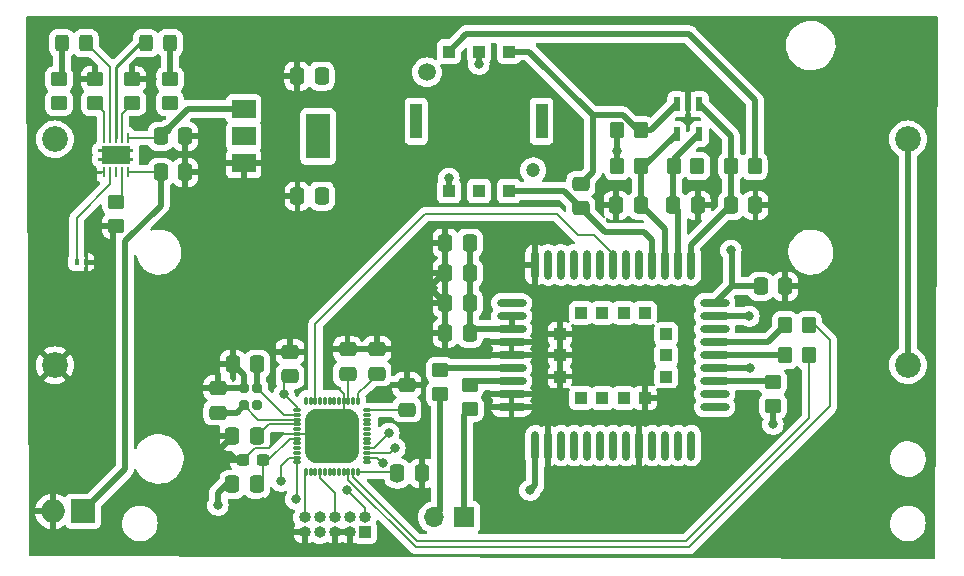
<source format=gbr>
%TF.GenerationSoftware,KiCad,Pcbnew,7.0.1*%
%TF.CreationDate,2023-11-14T16:04:30+01:00*%
%TF.ProjectId,Central_pcb,43656e74-7261-46c5-9f70-63622e6b6963,rev?*%
%TF.SameCoordinates,Original*%
%TF.FileFunction,Copper,L2,Bot*%
%TF.FilePolarity,Positive*%
%FSLAX46Y46*%
G04 Gerber Fmt 4.6, Leading zero omitted, Abs format (unit mm)*
G04 Created by KiCad (PCBNEW 7.0.1) date 2023-11-14 16:04:30*
%MOMM*%
%LPD*%
G01*
G04 APERTURE LIST*
G04 Aperture macros list*
%AMRoundRect*
0 Rectangle with rounded corners*
0 $1 Rounding radius*
0 $2 $3 $4 $5 $6 $7 $8 $9 X,Y pos of 4 corners*
0 Add a 4 corners polygon primitive as box body*
4,1,4,$2,$3,$4,$5,$6,$7,$8,$9,$2,$3,0*
0 Add four circle primitives for the rounded corners*
1,1,$1+$1,$2,$3*
1,1,$1+$1,$4,$5*
1,1,$1+$1,$6,$7*
1,1,$1+$1,$8,$9*
0 Add four rect primitives between the rounded corners*
20,1,$1+$1,$2,$3,$4,$5,0*
20,1,$1+$1,$4,$5,$6,$7,0*
20,1,$1+$1,$6,$7,$8,$9,0*
20,1,$1+$1,$8,$9,$2,$3,0*%
G04 Aperture macros list end*
%TA.AperFunction,ComponentPad*%
%ADD10R,2.000000X2.000000*%
%TD*%
%TA.AperFunction,ComponentPad*%
%ADD11O,2.000000X2.000000*%
%TD*%
%TA.AperFunction,ComponentPad*%
%ADD12R,1.000000X1.000000*%
%TD*%
%TA.AperFunction,ComponentPad*%
%ADD13O,1.000000X1.000000*%
%TD*%
%TA.AperFunction,ComponentPad*%
%ADD14C,2.175000*%
%TD*%
%TA.AperFunction,ComponentPad*%
%ADD15R,1.700000X1.700000*%
%TD*%
%TA.AperFunction,ComponentPad*%
%ADD16O,1.700000X1.700000*%
%TD*%
%TA.AperFunction,SMDPad,CuDef*%
%ADD17RoundRect,0.250000X-0.337500X-0.475000X0.337500X-0.475000X0.337500X0.475000X-0.337500X0.475000X0*%
%TD*%
%TA.AperFunction,SMDPad,CuDef*%
%ADD18RoundRect,0.250000X0.450000X-0.350000X0.450000X0.350000X-0.450000X0.350000X-0.450000X-0.350000X0*%
%TD*%
%TA.AperFunction,SMDPad,CuDef*%
%ADD19RoundRect,0.250000X0.337500X0.475000X-0.337500X0.475000X-0.337500X-0.475000X0.337500X-0.475000X0*%
%TD*%
%TA.AperFunction,SMDPad,CuDef*%
%ADD20RoundRect,0.250000X0.475000X-0.337500X0.475000X0.337500X-0.475000X0.337500X-0.475000X-0.337500X0*%
%TD*%
%TA.AperFunction,SMDPad,CuDef*%
%ADD21RoundRect,0.171600X-0.218400X-0.268400X0.218400X-0.268400X0.218400X0.268400X-0.218400X0.268400X0*%
%TD*%
%TA.AperFunction,SMDPad,CuDef*%
%ADD22RoundRect,0.171600X0.218400X0.268400X-0.218400X0.268400X-0.218400X-0.268400X0.218400X-0.268400X0*%
%TD*%
%TA.AperFunction,SMDPad,CuDef*%
%ADD23O,0.800000X0.300000*%
%TD*%
%TA.AperFunction,SMDPad,CuDef*%
%ADD24O,0.300000X0.800000*%
%TD*%
%TA.AperFunction,SMDPad,CuDef*%
%ADD25RoundRect,1.058000X1.242000X1.242000X-1.242000X1.242000X-1.242000X-1.242000X1.242000X-1.242000X0*%
%TD*%
%TA.AperFunction,SMDPad,CuDef*%
%ADD26RoundRect,0.088500X-0.206500X0.516500X-0.206500X-0.516500X0.206500X-0.516500X0.206500X0.516500X0*%
%TD*%
%TA.AperFunction,SMDPad,CuDef*%
%ADD27RoundRect,0.250000X-0.450000X0.350000X-0.450000X-0.350000X0.450000X-0.350000X0.450000X0.350000X0*%
%TD*%
%TA.AperFunction,ComponentPad*%
%ADD28C,1.500000*%
%TD*%
%TA.AperFunction,ComponentPad*%
%ADD29C,1.200000*%
%TD*%
%TA.AperFunction,SMDPad,CuDef*%
%ADD30R,1.000000X3.000000*%
%TD*%
%TA.AperFunction,SMDPad,CuDef*%
%ADD31R,1.000000X1.100000*%
%TD*%
%TA.AperFunction,SMDPad,CuDef*%
%ADD32RoundRect,0.250000X-0.475000X0.337500X-0.475000X-0.337500X0.475000X-0.337500X0.475000X0.337500X0*%
%TD*%
%TA.AperFunction,SMDPad,CuDef*%
%ADD33RoundRect,0.250000X0.350000X0.450000X-0.350000X0.450000X-0.350000X-0.450000X0.350000X-0.450000X0*%
%TD*%
%TA.AperFunction,SMDPad,CuDef*%
%ADD34RoundRect,0.250000X-0.350000X-0.450000X0.350000X-0.450000X0.350000X0.450000X-0.350000X0.450000X0*%
%TD*%
%TA.AperFunction,SMDPad,CuDef*%
%ADD35RoundRect,0.250000X-0.325000X-0.450000X0.325000X-0.450000X0.325000X0.450000X-0.325000X0.450000X0*%
%TD*%
%TA.AperFunction,SMDPad,CuDef*%
%ADD36O,0.700000X2.500000*%
%TD*%
%TA.AperFunction,SMDPad,CuDef*%
%ADD37O,2.500000X0.700000*%
%TD*%
%TA.AperFunction,SMDPad,CuDef*%
%ADD38R,1.000000X1.000000*%
%TD*%
%TA.AperFunction,SMDPad,CuDef*%
%ADD39RoundRect,0.250000X0.325000X0.450000X-0.325000X0.450000X-0.325000X-0.450000X0.325000X-0.450000X0*%
%TD*%
%TA.AperFunction,SMDPad,CuDef*%
%ADD40RoundRect,0.237500X-0.300000X-0.237500X0.300000X-0.237500X0.300000X0.237500X-0.300000X0.237500X0*%
%TD*%
%TA.AperFunction,SMDPad,CuDef*%
%ADD41R,2.000000X1.500000*%
%TD*%
%TA.AperFunction,SMDPad,CuDef*%
%ADD42R,2.000000X3.800000*%
%TD*%
%TA.AperFunction,SMDPad,CuDef*%
%ADD43R,0.254000X0.812800*%
%TD*%
%TA.AperFunction,SMDPad,CuDef*%
%ADD44R,2.400000X1.650000*%
%TD*%
%TA.AperFunction,SMDPad,CuDef*%
%ADD45R,0.400000X0.500000*%
%TD*%
%TA.AperFunction,ViaPad*%
%ADD46C,0.800000*%
%TD*%
%TA.AperFunction,Conductor*%
%ADD47C,0.508000*%
%TD*%
%TA.AperFunction,Conductor*%
%ADD48C,0.200000*%
%TD*%
%TA.AperFunction,Conductor*%
%ADD49C,0.250000*%
%TD*%
G04 APERTURE END LIST*
%TA.AperFunction,EtchedComponent*%
%TO.C,U2*%
G36*
X106988252Y-81076491D02*
G01*
X106688252Y-81076491D01*
X106688252Y-80826491D01*
X106988252Y-80826491D01*
X106988252Y-81076491D01*
G37*
%TD.AperFunction*%
%TA.AperFunction,EtchedComponent*%
G36*
X106988252Y-81076491D02*
G01*
X106688252Y-81076491D01*
X106688252Y-80826491D01*
X106988252Y-80826491D01*
X106988252Y-81076491D01*
G37*
%TD.AperFunction*%
%TA.AperFunction,EtchedComponent*%
G36*
X109688252Y-81076491D02*
G01*
X109388252Y-81076491D01*
X109388252Y-80826491D01*
X109688252Y-80826491D01*
X109688252Y-81076491D01*
G37*
%TD.AperFunction*%
%TA.AperFunction,EtchedComponent*%
G36*
X109688252Y-81076491D02*
G01*
X109388252Y-81076491D01*
X109388252Y-80826491D01*
X109688252Y-80826491D01*
X109688252Y-81076491D01*
G37*
%TD.AperFunction*%
%TA.AperFunction,EtchedComponent*%
G36*
X106988252Y-80326365D02*
G01*
X106688252Y-80326365D01*
X106688252Y-80076365D01*
X106988252Y-80076365D01*
X106988252Y-80326365D01*
G37*
%TD.AperFunction*%
%TA.AperFunction,EtchedComponent*%
G36*
X106988252Y-80326365D02*
G01*
X106688252Y-80326365D01*
X106688252Y-80076365D01*
X106988252Y-80076365D01*
X106988252Y-80326365D01*
G37*
%TD.AperFunction*%
%TA.AperFunction,EtchedComponent*%
G36*
X109688252Y-80326365D02*
G01*
X109388252Y-80326365D01*
X109388252Y-80076365D01*
X109688252Y-80076365D01*
X109688252Y-80326365D01*
G37*
%TD.AperFunction*%
%TA.AperFunction,EtchedComponent*%
G36*
X109688252Y-80326365D02*
G01*
X109388252Y-80326365D01*
X109388252Y-80076365D01*
X109688252Y-80076365D01*
X109688252Y-80326365D01*
G37*
%TD.AperFunction*%
%TD*%
D10*
%TO.P,J6,1,Pin_1*%
%TO.N,Net-(J6-Pin_1)*%
X105410000Y-110744000D03*
D11*
%TO.P,J6,2,Pin_2*%
%TO.N,GND*%
X102870000Y-110744000D03*
%TD*%
D12*
%TO.P,J1,1,VTref*%
%TO.N,+3.3V*%
X129286000Y-112522000D03*
D13*
%TO.P,J1,2,SWDIO/TMS*%
%TO.N,Net-(J1-SWDIO{slash}TMS)*%
X129286000Y-111252000D03*
%TO.P,J1,3,GND*%
%TO.N,GND*%
X128016000Y-112522000D03*
%TO.P,J1,4,SWDCLK/TCK*%
%TO.N,Net-(J1-SWDCLK{slash}TCK)*%
X128016000Y-111252000D03*
%TO.P,J1,5,GND*%
%TO.N,GND*%
X126746000Y-112522000D03*
%TO.P,J1,6,SWO/TDO*%
%TO.N,SW0*%
X126746000Y-111252000D03*
%TO.P,J1,7,KEY*%
%TO.N,unconnected-(J1-KEY-Pad7)*%
X125476000Y-112522000D03*
%TO.P,J1,8,NC/TDI*%
%TO.N,unconnected-(J1-NC{slash}TDI-Pad8)*%
X125476000Y-111252000D03*
%TO.P,J1,9,GNDDetect*%
%TO.N,GND*%
X124206000Y-112522000D03*
%TO.P,J1,10,~{RESET}*%
%TO.N,Nreset*%
X124206000Y-111252000D03*
%TD*%
D14*
%TO.P,BT1,N1*%
%TO.N,Net-(BT1-PadN1)*%
X175260000Y-79248000D03*
%TO.P,BT1,N2*%
%TO.N,GND*%
X103040000Y-98378000D03*
%TO.P,BT1,P1*%
%TO.N,Net-(U2-OUT)*%
X103040000Y-79248000D03*
%TO.P,BT1,P2*%
%TO.N,Net-(BT1-PadN1)*%
X175260000Y-98378000D03*
%TD*%
D15*
%TO.P,J3,1,Pin_1*%
%TO.N,Net-(J3-Pin_1)*%
X137673000Y-111252000D03*
D16*
%TO.P,J3,2,Pin_2*%
%TO.N,Net-(J3-Pin_2)*%
X135133000Y-111252000D03*
%TD*%
D17*
%TO.P,C19,1*%
%TO.N,Net-(U4-USIM_CLK)*%
X160274000Y-84836000D03*
%TO.P,C19,2*%
%TO.N,GND*%
X162349000Y-84836000D03*
%TD*%
D18*
%TO.P,R2,1*%
%TO.N,Net-(U2-CHM_TMP)*%
X106426000Y-76168000D03*
%TO.P,R2,2*%
%TO.N,GND*%
X106426000Y-74168000D03*
%TD*%
D17*
%TO.P,C14,1*%
%TO.N,GND*%
X136101300Y-88036400D03*
%TO.P,C14,2*%
%TO.N,+3.3V*%
X138176300Y-88036400D03*
%TD*%
D19*
%TO.P,L1,1,1*%
%TO.N,Net-(U1-ANT)*%
X120142000Y-108458000D03*
%TO.P,L1,2,2*%
%TO.N,Net-(J4-SIG)*%
X118067000Y-108458000D03*
%TD*%
%TO.P,C6,1*%
%TO.N,Net-(U1-DEC3)*%
X120142000Y-104394000D03*
%TO.P,C6,2*%
%TO.N,GND*%
X118067000Y-104394000D03*
%TD*%
D20*
%TO.P,C9,1*%
%TO.N,+3.3V*%
X122939548Y-99314000D03*
%TO.P,C9,2*%
%TO.N,GND*%
X122939548Y-97239000D03*
%TD*%
D18*
%TO.P,R9,1*%
%TO.N,Net-(J3-Pin_2)*%
X135636000Y-100806000D03*
%TO.P,R9,2*%
%TO.N,Net-(U4-DBG_TXD)*%
X135636000Y-98806000D03*
%TD*%
D21*
%TO.P,Y1,1*%
%TO.N,Net-(U1-XC1)*%
X119037048Y-101760000D03*
%TO.P,Y1,2*%
%TO.N,GND*%
X119037048Y-100330000D03*
D22*
%TO.P,Y1,3*%
%TO.N,xc2*%
X120167048Y-100330000D03*
%TO.P,Y1,4*%
%TO.N,N/C*%
X120167048Y-101760000D03*
%TD*%
D23*
%TO.P,U1,1,DEC1*%
%TO.N,Net-(U1-DEC1)*%
X129492000Y-102194000D03*
%TO.P,U1,2,P0.00*%
%TO.N,unconnected-(U1-P0.00-Pad2)*%
X129492000Y-102594000D03*
%TO.P,U1,3,P0.01*%
%TO.N,unconnected-(U1-P0.01-Pad3)*%
X129492000Y-102994000D03*
%TO.P,U1,4,P0.02*%
%TO.N,unconnected-(U1-P0.02-Pad4)*%
X129492000Y-103394000D03*
%TO.P,U1,5,P0.03*%
%TO.N,unconnected-(U1-P0.03-Pad5)*%
X129492000Y-103794000D03*
%TO.P,U1,6,P0.04*%
%TO.N,unconnected-(U1-P0.04-Pad6)*%
X129492000Y-104194000D03*
%TO.P,U1,7,P0.05*%
%TO.N,unconnected-(U1-P0.05-Pad7)*%
X129492000Y-104594000D03*
%TO.P,U1,8,P0.06*%
%TO.N,unconnected-(U1-P0.06-Pad8)*%
X129492000Y-104994000D03*
%TO.P,U1,9,P0.07*%
%TO.N,RESET_BC660*%
X129492000Y-105394000D03*
%TO.P,U1,10,P0.08*%
%TO.N,PSM_EINT_BC660*%
X129492000Y-105794000D03*
%TO.P,U1,11,P0.09*%
%TO.N,RI_BC660*%
X129492000Y-106194000D03*
%TO.P,U1,12,P0.10*%
%TO.N,unconnected-(U1-P0.10-Pad12)*%
X129492000Y-106594000D03*
D24*
%TO.P,U1,13,VDD1*%
%TO.N,+3.3V*%
X128692000Y-107394000D03*
%TO.P,U1,14,P0.11*%
%TO.N,RXD_BC660*%
X128292000Y-107394000D03*
%TO.P,U1,15,P0.12*%
%TO.N,TXD_BC660*%
X127892000Y-107394000D03*
%TO.P,U1,16,P0.13*%
%TO.N,unconnected-(U1-P0.13-Pad16)*%
X127492000Y-107394000D03*
%TO.P,U1,17,P0.14*%
%TO.N,unconnected-(U1-P0.14-Pad17)*%
X127092000Y-107394000D03*
%TO.P,U1,18,P0.15*%
%TO.N,unconnected-(U1-P0.15-Pad18)*%
X126692000Y-107394000D03*
%TO.P,U1,19,P0.16*%
%TO.N,unconnected-(U1-P0.16-Pad19)*%
X126292000Y-107394000D03*
%TO.P,U1,20,P0.17*%
%TO.N,unconnected-(U1-P0.17-Pad20)*%
X125892000Y-107394000D03*
%TO.P,U1,21,P0.18*%
%TO.N,SW0*%
X125492000Y-107394000D03*
%TO.P,U1,22,P0.19*%
%TO.N,unconnected-(U1-P0.19-Pad22)*%
X125092000Y-107394000D03*
%TO.P,U1,23,P0.20*%
%TO.N,unconnected-(U1-P0.20-Pad23)*%
X124692000Y-107394000D03*
%TO.P,U1,24,P0.21*%
%TO.N,Nreset*%
X124292000Y-107394000D03*
D23*
%TO.P,U1,25,SWDCLK*%
%TO.N,Net-(J1-SWDCLK{slash}TCK)*%
X123492000Y-106594000D03*
%TO.P,U1,26,SWDIO*%
%TO.N,Net-(J1-SWDIO{slash}TMS)*%
X123492000Y-106194000D03*
%TO.P,U1,27,P0.22*%
%TO.N,unconnected-(U1-P0.22-Pad27)*%
X123492000Y-105794000D03*
%TO.P,U1,28,P0.23*%
%TO.N,unconnected-(U1-P0.23-Pad28)*%
X123492000Y-105394000D03*
%TO.P,U1,29,P0.24*%
%TO.N,unconnected-(U1-P0.24-Pad29)*%
X123492000Y-104994000D03*
%TO.P,U1,30,ANT*%
%TO.N,Net-(U1-ANT)*%
X123492000Y-104594000D03*
%TO.P,U1,31,VSS1*%
%TO.N,GND*%
X123492000Y-104194000D03*
%TO.P,U1,32,DEC2*%
%TO.N,unconnected-(U1-DEC2-Pad32)*%
X123492000Y-103794000D03*
%TO.P,U1,33,DEC3*%
%TO.N,Net-(U1-DEC3)*%
X123492000Y-103394000D03*
%TO.P,U1,34,XC1*%
%TO.N,Net-(U1-XC1)*%
X123492000Y-102994000D03*
%TO.P,U1,35,XC2*%
%TO.N,xc2*%
X123492000Y-102594000D03*
%TO.P,U1,36,VDD2*%
%TO.N,+3.3V*%
X123492000Y-102194000D03*
D24*
%TO.P,U1,37,P0.25*%
%TO.N,unconnected-(U1-P0.25-Pad37)*%
X124292000Y-101394000D03*
%TO.P,U1,38,P0.26*%
%TO.N,unconnected-(U1-P0.26-Pad38)*%
X124692000Y-101394000D03*
%TO.P,U1,39,P0.27*%
%TO.N,BOOT_BC660*%
X125092000Y-101394000D03*
%TO.P,U1,40,P0.28*%
%TO.N,unconnected-(U1-P0.28-Pad40)*%
X125492000Y-101394000D03*
%TO.P,U1,41,P0.29*%
%TO.N,unconnected-(U1-P0.29-Pad41)*%
X125892000Y-101394000D03*
%TO.P,U1,42,P0.30*%
%TO.N,unconnected-(U1-P0.30-Pad42)*%
X126292000Y-101394000D03*
%TO.P,U1,43,P0.31*%
%TO.N,unconnected-(U1-P0.31-Pad43)*%
X126692000Y-101394000D03*
%TO.P,U1,44*%
%TO.N,N/C*%
X127092000Y-101394000D03*
%TO.P,U1,45,VSS2*%
%TO.N,GND*%
X127492000Y-101394000D03*
%TO.P,U1,46,DEC4*%
%TO.N,Net-(U1-DEC4)*%
X127892000Y-101394000D03*
%TO.P,U1,47,DCC*%
%TO.N,unconnected-(U1-DCC-Pad47)*%
X128292000Y-101394000D03*
%TO.P,U1,48,VDD3*%
%TO.N,+3.3V*%
X128692000Y-101394000D03*
D25*
%TO.P,U1,49,EXP*%
%TO.N,GND*%
X126492000Y-104394000D03*
%TD*%
D17*
%TO.P,C2,1*%
%TO.N,GND*%
X118088500Y-98298000D03*
%TO.P,C2,2*%
%TO.N,xc2*%
X120163500Y-98298000D03*
%TD*%
D18*
%TO.P,R5,1*%
%TO.N,Net-(U2-VSET)*%
X109575200Y-76184000D03*
%TO.P,R5,2*%
%TO.N,GND*%
X109575200Y-74184000D03*
%TD*%
D17*
%TO.P,C10,1*%
%TO.N,Net-(J6-Pin_1)*%
X111992500Y-82042000D03*
%TO.P,C10,2*%
%TO.N,GND*%
X114067500Y-82042000D03*
%TD*%
%TO.P,C4,1*%
%TO.N,+3.3V*%
X132037000Y-107528000D03*
%TO.P,C4,2*%
%TO.N,GND*%
X134112000Y-107528000D03*
%TD*%
D19*
%TO.P,C21,1*%
%TO.N,Net-(U4-USIM_DATA)*%
X152654000Y-84836000D03*
%TO.P,C21,2*%
%TO.N,GND*%
X150579000Y-84836000D03*
%TD*%
D26*
%TO.P,U5,1,I/O1*%
%TO.N,Net-(J5-VCC)*%
X155696000Y-76281000D03*
%TO.P,U5,2,GND*%
%TO.N,GND*%
X156646000Y-76281000D03*
%TO.P,U5,3,I/O2*%
%TO.N,Net-(U4-USIM_CLK)*%
X157596000Y-76281000D03*
%TO.P,U5,4,I/O3*%
%TO.N,Net-(U4-USIM_RST)*%
X157596000Y-78791000D03*
%TO.P,U5,5,I/O4*%
%TO.N,Net-(U4-USIM_DATA)*%
X155696000Y-78791000D03*
%TD*%
D27*
%TO.P,R4,1*%
%TO.N,Net-(D2-A)*%
X112776000Y-74184000D03*
%TO.P,R4,2*%
%TO.N,+3.3V*%
X112776000Y-76184000D03*
%TD*%
D28*
%TO.P,J5,1*%
%TO.N,N/C*%
X134538000Y-73574000D03*
D29*
%TO.P,J5,2*%
X143538000Y-81874000D03*
D30*
%TO.P,J5,6*%
X144238000Y-77724000D03*
%TO.P,J5,10*%
X133638000Y-77724000D03*
D31*
%TO.P,J5,C1,VCC*%
%TO.N,Net-(J5-VCC)*%
X141478000Y-71824000D03*
%TO.P,J5,C2,RST*%
%TO.N,Net-(J5-RST)*%
X138938000Y-71824000D03*
%TO.P,J5,C3,CLK*%
%TO.N,Net-(J5-CLK)*%
X136398000Y-71824000D03*
%TO.P,J5,C5,GND*%
%TO.N,Net-(J5-GND)*%
X141478000Y-83624000D03*
%TO.P,J5,C6,VPP*%
%TO.N,unconnected-(J5-VPP-PadC6)*%
X138938000Y-83624000D03*
%TO.P,J5,C7,I/O*%
%TO.N,Net-(J5-I{slash}O)*%
X136398000Y-83624000D03*
%TD*%
D17*
%TO.P,C12,1*%
%TO.N,GND*%
X123553000Y-73900000D03*
%TO.P,C12,2*%
%TO.N,+3.3V*%
X125628000Y-73900000D03*
%TD*%
%TO.P,C16,1*%
%TO.N,GND*%
X136101300Y-93116400D03*
%TO.P,C16,2*%
%TO.N,+3.3V*%
X138176300Y-93116400D03*
%TD*%
D20*
%TO.P,C8,1*%
%TO.N,Net-(U1-DEC1)*%
X132842000Y-102129500D03*
%TO.P,C8,2*%
%TO.N,GND*%
X132842000Y-100054500D03*
%TD*%
D17*
%TO.P,C11,1*%
%TO.N,Net-(U2-OUT)*%
X111992500Y-78994000D03*
%TO.P,C11,2*%
%TO.N,GND*%
X114067500Y-78994000D03*
%TD*%
D32*
%TO.P,C1,1*%
%TO.N,GND*%
X116840000Y-100308500D03*
%TO.P,C1,2*%
%TO.N,Net-(U1-XC1)*%
X116840000Y-102383500D03*
%TD*%
D27*
%TO.P,R1,1*%
%TO.N,Net-(U2-ISET)*%
X108220000Y-84598000D03*
%TO.P,R1,2*%
%TO.N,GND*%
X108220000Y-86598000D03*
%TD*%
D33*
%TO.P,R6,1*%
%TO.N,TXD_BC660*%
X166862000Y-94996000D03*
%TO.P,R6,2*%
%TO.N,Net-(U4-MAIN_TXD)*%
X164862000Y-94996000D03*
%TD*%
D34*
%TO.P,R13,1*%
%TO.N,Net-(U4-USIM_CLK)*%
X160274000Y-81534000D03*
%TO.P,R13,2*%
%TO.N,Net-(J5-CLK)*%
X162274000Y-81534000D03*
%TD*%
D33*
%TO.P,R8,1*%
%TO.N,RXD_BC660*%
X166862000Y-97536000D03*
%TO.P,R8,2*%
%TO.N,Net-(U4-MAIN_RXD)*%
X164862000Y-97536000D03*
%TD*%
D34*
%TO.P,R12,1*%
%TO.N,Net-(U4-USIM_RST)*%
X155426800Y-81534000D03*
%TO.P,R12,2*%
%TO.N,Net-(J5-RST)*%
X157426800Y-81534000D03*
%TD*%
D35*
%TO.P,D2,1,K*%
%TO.N,Net-(D2-K)*%
X110726000Y-71120000D03*
%TO.P,D2,2,A*%
%TO.N,Net-(D2-A)*%
X112776000Y-71120000D03*
%TD*%
D36*
%TO.P,U4,1,GND*%
%TO.N,GND*%
X143696000Y-89886000D03*
%TO.P,U4,2,RESERVED_1*%
%TO.N,unconnected-(U4-RESERVED_1-Pad2)*%
X144796000Y-89886000D03*
%TO.P,U4,3,GPIO1*%
%TO.N,unconnected-(U4-GPIO1-Pad3)*%
X145896000Y-89886000D03*
%TO.P,U4,4,GPIO2*%
%TO.N,unconnected-(U4-GPIO2-Pad4)*%
X146996000Y-89886000D03*
%TO.P,U4,5,GPIO3*%
%TO.N,unconnected-(U4-GPIO3-Pad5)*%
X148096000Y-89886000D03*
%TO.P,U4,6,GPIO4*%
%TO.N,unconnected-(U4-GPIO4-Pad6)*%
X149196000Y-89886000D03*
%TO.P,U4,7,~{BOOT}*%
%TO.N,BOOT_BC660*%
X150296000Y-89886000D03*
%TO.P,U4,8,RESERVED_1*%
%TO.N,unconnected-(U4-RESERVED_1-Pad8)*%
X151396000Y-89886000D03*
%TO.P,U4,9,ADC0*%
%TO.N,unconnected-(U4-ADC0-Pad9)*%
X152496000Y-89886000D03*
%TO.P,U4,10,USIM_GND*%
%TO.N,Net-(J5-GND)*%
X153596000Y-89886000D03*
%TO.P,U4,11,USIM_DATA*%
%TO.N,Net-(U4-USIM_DATA)*%
X154696000Y-89886000D03*
%TO.P,U4,12,USIM_RST*%
%TO.N,Net-(U4-USIM_RST)*%
X155796000Y-89886000D03*
%TO.P,U4,13,USIM_CLK*%
%TO.N,Net-(U4-USIM_CLK)*%
X156896000Y-89886000D03*
D37*
%TO.P,U4,14,USIM_VDD*%
%TO.N,Net-(J5-VCC)*%
X158896000Y-93136000D03*
%TO.P,U4,15,~{RESET}*%
%TO.N,RESET_BC660*%
X158896000Y-94236000D03*
%TO.P,U4,16,NETLIGHT*%
%TO.N,unconnected-(U4-NETLIGHT-Pad16)*%
X158896000Y-95336000D03*
%TO.P,U4,17,MAIN_TXD*%
%TO.N,Net-(U4-MAIN_TXD)*%
X158896000Y-96436000D03*
%TO.P,U4,18,MAIN_RXD*%
%TO.N,Net-(U4-MAIN_RXD)*%
X158896000Y-97536000D03*
%TO.P,U4,19,PSM_EINT*%
%TO.N,PSM_EINT_BC660*%
X158896000Y-98636000D03*
%TO.P,U4,20,RI*%
%TO.N,Net-(U4-RI)*%
X158896000Y-99736000D03*
%TO.P,U4,21,RESERVED_1*%
%TO.N,unconnected-(U4-RESERVED_1-Pad21)*%
X158896000Y-100836000D03*
%TO.P,U4,22,RESERVED_1*%
%TO.N,unconnected-(U4-RESERVED_1-Pad22)*%
X158896000Y-101936000D03*
D36*
%TO.P,U4,23,RESERVED_1*%
%TO.N,unconnected-(U4-RESERVED_1-Pad23)*%
X156896000Y-105186000D03*
%TO.P,U4,24,VDD_EXT*%
%TO.N,unconnected-(U4-VDD_EXT-Pad24)*%
X155796000Y-105186000D03*
%TO.P,U4,25,RESERVED_1*%
%TO.N,unconnected-(U4-RESERVED_1-Pad25)*%
X154696000Y-105186000D03*
%TO.P,U4,26,RESERVED_1*%
%TO.N,unconnected-(U4-RESERVED_1-Pad26)*%
X153596000Y-105186000D03*
%TO.P,U4,27,GND*%
%TO.N,GND*%
X152496000Y-105186000D03*
%TO.P,U4,28,RESERVED_1*%
%TO.N,unconnected-(U4-RESERVED_1-Pad28)*%
X151396000Y-105186000D03*
%TO.P,U4,29,RESERVED_1*%
%TO.N,unconnected-(U4-RESERVED_1-Pad29)*%
X150296000Y-105186000D03*
%TO.P,U4,30,RESERVED_1*%
%TO.N,unconnected-(U4-RESERVED_1-Pad30)*%
X149196000Y-105186000D03*
%TO.P,U4,31,RESERVED_1*%
%TO.N,unconnected-(U4-RESERVED_1-Pad31)*%
X148096000Y-105186000D03*
%TO.P,U4,32,RESERVED_1*%
%TO.N,unconnected-(U4-RESERVED_1-Pad32)*%
X146996000Y-105186000D03*
%TO.P,U4,33,RESERVED_1*%
%TO.N,unconnected-(U4-RESERVED_1-Pad33)*%
X145896000Y-105186000D03*
%TO.P,U4,34,GND*%
%TO.N,GND*%
X144796000Y-105186000D03*
%TO.P,U4,35,ANT_RF*%
%TO.N,Net-(J2-SIG)*%
X143696000Y-105186000D03*
D37*
%TO.P,U4,36,GND*%
%TO.N,GND*%
X141696000Y-101936000D03*
%TO.P,U4,37,GND*%
X141696000Y-100836000D03*
%TO.P,U4,38,DBG_RXD*%
%TO.N,Net-(U4-DBG_RXD)*%
X141696000Y-99736000D03*
%TO.P,U4,39,DBG_TXD*%
%TO.N,Net-(U4-DBG_TXD)*%
X141696000Y-98636000D03*
%TO.P,U4,40,GND*%
%TO.N,GND*%
X141696000Y-97536000D03*
%TO.P,U4,41,GND*%
X141696000Y-96436000D03*
%TO.P,U4,42,VBAT*%
%TO.N,+3.3V*%
X141696000Y-95336000D03*
%TO.P,U4,43,VBAT*%
X141696000Y-94236000D03*
%TO.P,U4,44,RESERVED_1*%
%TO.N,unconnected-(U4-RESERVED_1-Pad44)*%
X141696000Y-93136000D03*
D38*
%TO.P,U4,45,RESERVED_1*%
%TO.N,unconnected-(U4-RESERVED_1-Pad45)*%
X147596000Y-93936000D03*
%TO.P,U4,46,RESERVED_2*%
%TO.N,unconnected-(U4-RESERVED_2-Pad46)*%
X149396000Y-93936000D03*
%TO.P,U4,47,RESERVED_2*%
%TO.N,unconnected-(U4-RESERVED_2-Pad47)*%
X151196000Y-93936000D03*
%TO.P,U4,48,RESERVED_2*%
%TO.N,unconnected-(U4-RESERVED_2-Pad48)*%
X152996000Y-93936000D03*
%TO.P,U4,49,RESERVED_2*%
%TO.N,unconnected-(U4-RESERVED_2-Pad49)*%
X154796000Y-95736000D03*
%TO.P,U4,50,RESERVED_2*%
%TO.N,unconnected-(U4-RESERVED_2-Pad50)*%
X154796000Y-97536000D03*
%TO.P,U4,51,RESERVED_2*%
%TO.N,unconnected-(U4-RESERVED_2-Pad51)*%
X154796000Y-99336000D03*
%TO.P,U4,52,VIO_SEL*%
%TO.N,GND*%
X152996000Y-101136000D03*
%TO.P,U4,53,RESERVED_2*%
%TO.N,unconnected-(U4-RESERVED_2-Pad53)*%
X151196000Y-101136000D03*
%TO.P,U4,54,GRFC1*%
%TO.N,unconnected-(U4-GRFC1-Pad54)*%
X149396000Y-101136000D03*
%TO.P,U4,55,GRFC2*%
%TO.N,unconnected-(U4-GRFC2-Pad55)*%
X147596000Y-101136000D03*
%TO.P,U4,56,GND*%
%TO.N,GND*%
X145796000Y-99336000D03*
%TO.P,U4,57,GND*%
X145796000Y-97536000D03*
%TO.P,U4,58,GND*%
X145796000Y-95736000D03*
%TD*%
D17*
%TO.P,C18,1*%
%TO.N,Net-(J5-VCC)*%
X162792500Y-91694000D03*
%TO.P,C18,2*%
%TO.N,GND*%
X164867500Y-91694000D03*
%TD*%
D39*
%TO.P,D1,1,K*%
%TO.N,Net-(D1-K)*%
X105664000Y-71120000D03*
%TO.P,D1,2,A*%
%TO.N,Net-(D1-A)*%
X103614000Y-71120000D03*
%TD*%
D40*
%TO.P,C3,1*%
%TO.N,GND*%
X118925000Y-106426000D03*
%TO.P,C3,2*%
%TO.N,Net-(U1-ANT)*%
X120650000Y-106426000D03*
%TD*%
D20*
%TO.P,C22,1*%
%TO.N,Net-(J5-GND)*%
X147574000Y-85090000D03*
%TO.P,C22,2*%
%TO.N,Net-(J5-VCC)*%
X147574000Y-83015000D03*
%TD*%
D18*
%TO.P,R7,1*%
%TO.N,Net-(J3-Pin_1)*%
X138176000Y-102076000D03*
%TO.P,R7,2*%
%TO.N,Net-(U4-DBG_RXD)*%
X138176000Y-100076000D03*
%TD*%
D20*
%TO.P,C5,1*%
%TO.N,Net-(U1-DEC4)*%
X127810000Y-99103000D03*
%TO.P,C5,2*%
%TO.N,GND*%
X127810000Y-97028000D03*
%TD*%
D41*
%TO.P,U3,1,GND*%
%TO.N,GND*%
X119024000Y-81294000D03*
%TO.P,U3,2,VO*%
%TO.N,+3.3V*%
X119024000Y-78994000D03*
D42*
X125324000Y-78994000D03*
D41*
%TO.P,U3,3,VI*%
%TO.N,Net-(U2-OUT)*%
X119024000Y-76694000D03*
%TD*%
D43*
%TO.P,U2,1,IN*%
%TO.N,Net-(J6-Pin_1)*%
X109188504Y-82024228D03*
%TO.P,U2,2,ISET*%
%TO.N,Net-(U2-ISET)*%
X108688378Y-82024228D03*
%TO.P,U2,3,/CE*%
%TO.N,CE_BQ25171*%
X108188252Y-82024228D03*
%TO.P,U2,4,TS*%
%TO.N,Net-(U2-TS)*%
X107688126Y-82024228D03*
%TO.P,U2,5,GND*%
%TO.N,GND*%
X107188000Y-82024228D03*
%TO.P,U2,6,CHM_TMP*%
%TO.N,Net-(U2-CHM_TMP)*%
X107188000Y-79128628D03*
%TO.P,U2,7,STAT1*%
%TO.N,Net-(D1-K)*%
X107688126Y-79128628D03*
%TO.P,U2,8,STAT2*%
%TO.N,Net-(D2-K)*%
X108188252Y-79128628D03*
%TO.P,U2,9,VSET*%
%TO.N,Net-(U2-VSET)*%
X108688378Y-79128628D03*
%TO.P,U2,10,OUT*%
%TO.N,Net-(U2-OUT)*%
X109188504Y-79128628D03*
D44*
%TO.P,U2,11,11*%
%TO.N,unconnected-(U2-Pad11)*%
X108188252Y-80576428D03*
%TD*%
D19*
%TO.P,C13,1*%
%TO.N,+3.3V*%
X125649500Y-84060000D03*
%TO.P,C13,2*%
%TO.N,GND*%
X123574500Y-84060000D03*
%TD*%
D33*
%TO.P,R11,1*%
%TO.N,Net-(U4-USIM_DATA)*%
X152654000Y-81534000D03*
%TO.P,R11,2*%
%TO.N,Net-(J5-I{slash}O)*%
X150654000Y-81534000D03*
%TD*%
D17*
%TO.P,C20,1*%
%TO.N,Net-(U4-USIM_RST)*%
X155389300Y-84836000D03*
%TO.P,C20,2*%
%TO.N,GND*%
X157464300Y-84836000D03*
%TD*%
D27*
%TO.P,R3,1*%
%TO.N,Net-(D1-A)*%
X103378000Y-74168000D03*
%TO.P,R3,2*%
%TO.N,+3.3V*%
X103378000Y-76168000D03*
%TD*%
D32*
%TO.P,C7,1*%
%TO.N,GND*%
X130305548Y-97006500D03*
%TO.P,C7,2*%
%TO.N,+3.3V*%
X130305548Y-99081500D03*
%TD*%
D27*
%TO.P,R10,1*%
%TO.N,Net-(U4-RI)*%
X163830000Y-99822000D03*
%TO.P,R10,2*%
%TO.N,RI_BC660*%
X163830000Y-101822000D03*
%TD*%
D17*
%TO.P,C17,1*%
%TO.N,GND*%
X136101300Y-95656400D03*
%TO.P,C17,2*%
%TO.N,+3.3V*%
X138176300Y-95656400D03*
%TD*%
%TO.P,C15,1*%
%TO.N,GND*%
X136101300Y-90576400D03*
%TO.P,C15,2*%
%TO.N,+3.3V*%
X138176300Y-90576400D03*
%TD*%
D33*
%TO.P,R14,1*%
%TO.N,Net-(J5-VCC)*%
X152638000Y-78486000D03*
%TO.P,R14,2*%
%TO.N,Net-(J5-I{slash}O)*%
X150638000Y-78486000D03*
%TD*%
D45*
%TO.P,RT1,1*%
%TO.N,GND*%
X105664000Y-89662000D03*
%TO.P,RT1,2*%
%TO.N,Net-(U2-TS)*%
X104864000Y-89662000D03*
%TD*%
D46*
%TO.N,+3.3V*%
X130302000Y-99060000D03*
X132037002Y-107950000D03*
X112776000Y-76200000D03*
X122428000Y-100838000D03*
X138176000Y-88138000D03*
X122428000Y-100838000D03*
X119126000Y-78994000D03*
X125730000Y-77724000D03*
X138176000Y-95504000D03*
X103632000Y-76200000D03*
X125730000Y-84074000D03*
X125730000Y-80010000D03*
X125730000Y-73914000D03*
%TO.N,GND*%
X130048000Y-93726000D03*
X111252000Y-74168000D03*
X150622000Y-84836000D03*
X156718000Y-110998000D03*
X156645999Y-74748001D03*
X107188000Y-96520000D03*
X119126000Y-114046000D03*
X157464300Y-84836000D03*
X164084000Y-78740000D03*
X110744000Y-96520000D03*
X161290000Y-71628000D03*
X159004000Y-79756000D03*
X115062000Y-74168000D03*
X161036000Y-112014000D03*
X159766000Y-113284000D03*
X157988000Y-109728000D03*
X120650000Y-109982000D03*
X141732000Y-109982000D03*
X125984000Y-90932000D03*
X113538000Y-109982000D03*
X144780000Y-109982000D03*
%TO.N,Net-(U2-OUT)*%
X112522000Y-78486000D03*
%TO.N,Net-(J5-VCC)*%
X147574000Y-83058000D03*
X160274000Y-88646000D03*
%TO.N,Net-(J1-SWDIO{slash}TMS)*%
X127762000Y-108966000D03*
X122174000Y-108204000D03*
%TO.N,Net-(J1-SWDCLK{slash}TCK)*%
X123444000Y-109728000D03*
%TO.N,Net-(J5-RST)*%
X157426800Y-81534000D03*
X138938000Y-72898000D03*
%TO.N,Net-(J5-I{slash}O)*%
X150654000Y-80264000D03*
X136398000Y-82550000D03*
%TO.N,RI_BC660*%
X130810000Y-106680000D03*
X163830000Y-103378000D03*
%TO.N,RESET_BC660*%
X131318000Y-104140000D03*
X161798000Y-94234000D03*
%TO.N,PSM_EINT_BC660*%
X161852964Y-98636001D03*
X131826000Y-105410000D03*
%TO.N,Net-(J4-SIG)*%
X116840000Y-110236000D03*
%TO.N,Net-(J2-SIG)*%
X143256000Y-108966000D03*
%TD*%
D47*
%TO.N,Net-(BT1-PadN1)*%
X175260000Y-98378000D02*
X175260000Y-79248000D01*
D48*
%TO.N,+3.3V*%
X130302000Y-99060000D02*
X130556000Y-99060000D01*
D47*
X141696000Y-95336000D02*
X138344000Y-95336000D01*
X138176300Y-90576400D02*
X138176300Y-88138300D01*
D48*
X130305548Y-99081500D02*
X130302000Y-99060000D01*
D47*
X138176300Y-95503700D02*
X138176000Y-95504000D01*
D49*
X125628000Y-73900000D02*
X125730000Y-73914000D01*
D48*
X122428000Y-99825548D02*
X122939548Y-99314000D01*
D49*
X138176300Y-95504300D02*
X138176000Y-95504000D01*
D47*
X138344000Y-95336000D02*
X138176000Y-95504000D01*
D48*
X130556000Y-99060000D02*
X130302000Y-99314000D01*
X128692000Y-100695048D02*
X128692000Y-101394000D01*
X122428000Y-100838000D02*
X122428000Y-99825548D01*
D47*
X141696000Y-94236000D02*
X141696000Y-95336000D01*
D48*
X130302000Y-99314000D02*
X128692000Y-100695048D01*
D47*
X138176300Y-88138300D02*
X138176000Y-88138000D01*
X138176300Y-90576400D02*
X138176300Y-95503700D01*
D48*
X123492000Y-102194000D02*
X123492000Y-101902000D01*
X128692000Y-107394000D02*
X131902998Y-107394000D01*
D49*
X138176300Y-88137700D02*
X138176300Y-88036400D01*
X138176300Y-95656400D02*
X138176300Y-95504300D01*
X138176000Y-88138000D02*
X138176300Y-88137700D01*
D48*
X123492000Y-101902000D02*
X122428000Y-100838000D01*
D47*
%TO.N,GND*%
X136101300Y-94488000D02*
X136101300Y-91694000D01*
X135991600Y-90576400D02*
X134874000Y-91694000D01*
D48*
X123492000Y-104194000D02*
X122374000Y-104194000D01*
X127492000Y-101394000D02*
X127492000Y-103394000D01*
D47*
X118925000Y-106426000D02*
X118364000Y-106426000D01*
X107950000Y-86868000D02*
X107950000Y-87884000D01*
D48*
X107188000Y-82024228D02*
X106189772Y-82024228D01*
X127492000Y-103394000D02*
X126492000Y-104394000D01*
D47*
X119037048Y-100330000D02*
X119037048Y-99246548D01*
D48*
X121158000Y-105410000D02*
X119941000Y-105410000D01*
D47*
X109575200Y-74184000D02*
X111236000Y-74184000D01*
D48*
X119941000Y-105410000D02*
X118925000Y-106426000D01*
D47*
X108220000Y-86598000D02*
X107950000Y-86868000D01*
X136101300Y-95656400D02*
X136101300Y-94488000D01*
X119037048Y-99246548D02*
X118088500Y-98298000D01*
X118067000Y-104394000D02*
X118067000Y-104437000D01*
X156646000Y-76281000D02*
X156646000Y-74748000D01*
D48*
X126292000Y-104194000D02*
X126492000Y-104394000D01*
D47*
X118067000Y-104437000D02*
X116840000Y-105664000D01*
X136101300Y-91694000D02*
X136101300Y-88036400D01*
D48*
X127492000Y-100822000D02*
X127000000Y-100330000D01*
D47*
X136101300Y-93116400D02*
X136042400Y-93116400D01*
D48*
X106189772Y-82024228D02*
X106172000Y-82042000D01*
X127492000Y-101394000D02*
X127492000Y-100822000D01*
D47*
X118364000Y-106426000D02*
X117856000Y-105918000D01*
X136101300Y-90576400D02*
X135991600Y-90576400D01*
X119037048Y-100330000D02*
X116861500Y-100330000D01*
X111236000Y-74184000D02*
X111252000Y-74168000D01*
X116861500Y-100330000D02*
X116840000Y-100308500D01*
D48*
X122374000Y-104194000D02*
X121158000Y-105410000D01*
X123492000Y-104194000D02*
X126292000Y-104194000D01*
D47*
X136042400Y-93116400D02*
X134874000Y-91948000D01*
D48*
%TO.N,Net-(D1-K)*%
X107688126Y-73144126D02*
X105664000Y-71120000D01*
X107688126Y-79128628D02*
X107688126Y-73144126D01*
D47*
%TO.N,Net-(D1-A)*%
X103614000Y-71120000D02*
X103614000Y-74150000D01*
D49*
%TO.N,Net-(D2-K)*%
X108188252Y-79128628D02*
X108188252Y-73167748D01*
X108188252Y-73167748D02*
X110236000Y-71120000D01*
D48*
X110236000Y-71120000D02*
X110726000Y-71120000D01*
D47*
%TO.N,Net-(D2-A)*%
X112776000Y-74184000D02*
X112776000Y-71120000D01*
%TO.N,Net-(U2-OUT)*%
X114314000Y-76694000D02*
X112522000Y-78486000D01*
D48*
X111992500Y-78994000D02*
X111857872Y-79128628D01*
X111857872Y-79128628D02*
X109188504Y-79128628D01*
D47*
X112522000Y-78486000D02*
X112014000Y-78994000D01*
X112014000Y-78994000D02*
X111992500Y-78994000D01*
X119024000Y-76694000D02*
X114314000Y-76694000D01*
%TO.N,Net-(J6-Pin_1)*%
X111992500Y-84857500D02*
X111992500Y-82042000D01*
D48*
X111992500Y-82042000D02*
X111974728Y-82024228D01*
D47*
X105410000Y-110744000D02*
X108966000Y-107188000D01*
X108966000Y-87884000D02*
X111992500Y-84857500D01*
X108966000Y-107188000D02*
X108966000Y-87884000D01*
D48*
X111974728Y-82024228D02*
X109188504Y-82024228D01*
D47*
%TO.N,xc2*%
X120163500Y-100326452D02*
X120167048Y-100330000D01*
D48*
X123492000Y-102594000D02*
X122431048Y-102594000D01*
X122431048Y-102594000D02*
X120167048Y-100330000D01*
D47*
X120163500Y-98298000D02*
X120163500Y-100326452D01*
%TO.N,Net-(J5-VCC)*%
X147574000Y-83015000D02*
X148590000Y-81999000D01*
X143198000Y-71824000D02*
X148590000Y-77216000D01*
X160338000Y-91694000D02*
X158896000Y-93136000D01*
X141478000Y-71824000D02*
X143198000Y-71824000D01*
X152638000Y-78486000D02*
X153491000Y-78486000D01*
X152384000Y-78486000D02*
X152638000Y-78486000D01*
X153491000Y-78486000D02*
X155696000Y-76281000D01*
X151114000Y-77216000D02*
X152384000Y-78486000D01*
X162792500Y-91694000D02*
X160338000Y-91694000D01*
X160338000Y-88710000D02*
X160274000Y-88646000D01*
X148590000Y-77216000D02*
X151114000Y-77216000D01*
X160338000Y-91694000D02*
X160338000Y-88710000D01*
X148590000Y-81999000D02*
X148590000Y-77216000D01*
%TO.N,Net-(U4-USIM_CLK)*%
X160274000Y-81534000D02*
X160274000Y-78959000D01*
X156896000Y-89886000D02*
X156896000Y-88214000D01*
X160274000Y-78959000D02*
X157596000Y-76281000D01*
X156896000Y-88214000D02*
X160274000Y-84836000D01*
X160274000Y-84836000D02*
X160274000Y-81534000D01*
%TO.N,Net-(U4-USIM_RST)*%
X155796000Y-85242700D02*
X155389300Y-84836000D01*
X155426800Y-81534000D02*
X155426800Y-80960200D01*
X155389300Y-81571500D02*
X155426800Y-81534000D01*
X155796000Y-89886000D02*
X155796000Y-85242700D01*
X155426800Y-80960200D02*
X157596000Y-78791000D01*
X155389300Y-84836000D02*
X155389300Y-81571500D01*
%TO.N,Net-(U4-USIM_DATA)*%
X152953000Y-81534000D02*
X155696000Y-78791000D01*
X152654000Y-81534000D02*
X152953000Y-81534000D01*
X152654000Y-81534000D02*
X152654000Y-84836000D01*
X152654000Y-84836000D02*
X154696000Y-86878000D01*
X154696000Y-86878000D02*
X154696000Y-89886000D01*
%TO.N,Net-(J5-GND)*%
X152908000Y-87122000D02*
X153596000Y-87810000D01*
X146108000Y-83624000D02*
X147574000Y-85090000D01*
X147574000Y-85090000D02*
X149606000Y-87122000D01*
X141478000Y-83624000D02*
X146108000Y-83624000D01*
X149606000Y-87122000D02*
X152908000Y-87122000D01*
X153596000Y-87810000D02*
X153596000Y-89886000D01*
D48*
%TO.N,Net-(J1-SWDIO{slash}TMS)*%
X122174000Y-108204000D02*
X122174000Y-106934000D01*
X122892000Y-106194000D02*
X123492000Y-106194000D01*
X122163000Y-106923000D02*
X122892000Y-106194000D01*
X129286000Y-111252000D02*
X129286000Y-110490000D01*
X129286000Y-110490000D02*
X127762000Y-108966000D01*
X122174000Y-106934000D02*
X122163000Y-106923000D01*
%TO.N,Net-(J1-SWDCLK{slash}TCK)*%
X123492000Y-109680000D02*
X123444000Y-109728000D01*
X123492000Y-106594000D02*
X123492000Y-109680000D01*
%TO.N,SW0*%
X126746000Y-109220000D02*
X126746000Y-111252000D01*
X125492000Y-107966000D02*
X126746000Y-109220000D01*
X125492000Y-107394000D02*
X125492000Y-107966000D01*
%TO.N,Nreset*%
X124206000Y-107480000D02*
X124292000Y-107394000D01*
X124206000Y-111252000D02*
X124206000Y-107480000D01*
D47*
%TO.N,Net-(J3-Pin_1)*%
X138176000Y-102076000D02*
X137668000Y-102584000D01*
X137668000Y-102584000D02*
X137668000Y-111247000D01*
%TO.N,Net-(J3-Pin_2)*%
X135636000Y-100806000D02*
X135636000Y-110749000D01*
X135636000Y-110749000D02*
X135133000Y-111252000D01*
%TO.N,Net-(J5-RST)*%
X138938000Y-71824000D02*
X138938000Y-72898000D01*
%TO.N,Net-(J5-CLK)*%
X136398000Y-71824000D02*
X137864000Y-70358000D01*
X137864000Y-70358000D02*
X156718000Y-70358000D01*
X162306000Y-81502000D02*
X162274000Y-81534000D01*
X162306000Y-75946000D02*
X162306000Y-81502000D01*
X156718000Y-70358000D02*
X162306000Y-75946000D01*
%TO.N,Net-(J5-I{slash}O)*%
X150654000Y-78756000D02*
X150638000Y-78740000D01*
X150654000Y-81534000D02*
X150654000Y-78756000D01*
X136398000Y-82550000D02*
X136398000Y-83624000D01*
D48*
%TO.N,Net-(U2-ISET)*%
X108688378Y-84129622D02*
X108220000Y-84598000D01*
X108688378Y-82024228D02*
X108688378Y-84129622D01*
%TO.N,Net-(U2-CHM_TMP)*%
X107188000Y-76930000D02*
X107188000Y-79128628D01*
X106426000Y-76168000D02*
X107188000Y-76930000D01*
%TO.N,Net-(U2-VSET)*%
X109575200Y-76184000D02*
X108688378Y-77070822D01*
X108688378Y-77070822D02*
X108688378Y-79128628D01*
%TO.N,TXD_BC660*%
X156718000Y-113792000D02*
X168656000Y-101854000D01*
X133604000Y-113792000D02*
X156718000Y-113792000D01*
X168656000Y-96266000D02*
X167386000Y-94996000D01*
X167386000Y-94996000D02*
X166862000Y-94996000D01*
X127892000Y-107394000D02*
X127892000Y-108080000D01*
X127892000Y-108080000D02*
X133604000Y-113792000D01*
X168656000Y-101854000D02*
X168656000Y-96266000D01*
D47*
%TO.N,Net-(U4-MAIN_TXD)*%
X163422000Y-96436000D02*
X158896000Y-96436000D01*
X164862000Y-94996000D02*
X163422000Y-96436000D01*
%TO.N,Net-(U4-DBG_RXD)*%
X138516000Y-99736000D02*
X138176000Y-100076000D01*
X141696000Y-99736000D02*
X138516000Y-99736000D01*
D48*
%TO.N,RXD_BC660*%
X156464000Y-113284000D02*
X133720513Y-113284000D01*
X166878000Y-102870000D02*
X156464000Y-113284000D01*
X166862000Y-102854000D02*
X166878000Y-102870000D01*
X166862000Y-97536000D02*
X166862000Y-102854000D01*
X133720513Y-113284000D02*
X128292000Y-107855487D01*
X128292000Y-107855487D02*
X128292000Y-107394000D01*
D47*
%TO.N,Net-(U4-MAIN_RXD)*%
X164862000Y-97536000D02*
X158896000Y-97536000D01*
%TO.N,Net-(U4-DBG_TXD)*%
X141696000Y-98636000D02*
X135806000Y-98636000D01*
X135806000Y-98636000D02*
X135636000Y-98806000D01*
%TO.N,Net-(U4-RI)*%
X158896000Y-99736000D02*
X163744000Y-99736000D01*
X163744000Y-99736000D02*
X163830000Y-99822000D01*
%TO.N,RI_BC660*%
X163830000Y-101822000D02*
X163830000Y-103378000D01*
D48*
X129492000Y-106194000D02*
X130324000Y-106194000D01*
X130324000Y-106194000D02*
X130810000Y-106680000D01*
%TO.N,Net-(U2-TS)*%
X107688126Y-82024228D02*
X107688126Y-83065874D01*
X104864000Y-85890000D02*
X104864000Y-89662000D01*
X107688126Y-83065874D02*
X104864000Y-85890000D01*
%TO.N,Net-(U1-DEC1)*%
X129492000Y-102194000D02*
X132777500Y-102194000D01*
X132777500Y-102194000D02*
X132842000Y-102129500D01*
D47*
%TO.N,RESET_BC660*%
X161796000Y-94236000D02*
X161798000Y-94234000D01*
X158896000Y-94236000D02*
X161796000Y-94236000D01*
D48*
X130064000Y-105394000D02*
X131318000Y-104140000D01*
X129492000Y-105394000D02*
X130064000Y-105394000D01*
%TO.N,BOOT_BC660*%
X125092000Y-101394000D02*
X125092000Y-94872000D01*
X134366000Y-85598000D02*
X145542000Y-85598000D01*
X125092000Y-94872000D02*
X134366000Y-85598000D01*
X145542000Y-85598000D02*
X147320000Y-87376000D01*
X148686000Y-87376000D02*
X150296000Y-88986000D01*
X147320000Y-87376000D02*
X148686000Y-87376000D01*
X150296000Y-88986000D02*
X150296000Y-89886000D01*
%TO.N,PSM_EINT_BC660*%
X131442000Y-105794000D02*
X131826000Y-105410000D01*
X129492000Y-105794000D02*
X131442000Y-105794000D01*
D47*
X158896000Y-98636000D02*
X161852964Y-98636001D01*
D48*
%TO.N,Net-(U1-ANT)*%
X120650000Y-107950000D02*
X120142000Y-108458000D01*
X122905558Y-104594000D02*
X121073558Y-106426000D01*
X120650000Y-106426000D02*
X120650000Y-107950000D01*
X121073558Y-106426000D02*
X120650000Y-106426000D01*
X123492000Y-104594000D02*
X122905558Y-104594000D01*
%TO.N,Net-(U1-DEC3)*%
X121142000Y-103394000D02*
X120142000Y-104394000D01*
X123492000Y-103394000D02*
X121142000Y-103394000D01*
D47*
%TO.N,Net-(U1-XC1)*%
X116840000Y-102383500D02*
X118413548Y-102383500D01*
X118413548Y-102383500D02*
X119037048Y-101760000D01*
D48*
X120271048Y-102994000D02*
X119037048Y-101760000D01*
X123492000Y-102994000D02*
X120271048Y-102994000D01*
%TO.N,Net-(U1-DEC4)*%
X127810000Y-99103000D02*
X127892000Y-99185000D01*
X127892000Y-99185000D02*
X127892000Y-101394000D01*
D47*
%TO.N,Net-(J4-SIG)*%
X116840000Y-109220000D02*
X116840000Y-110236000D01*
X117602000Y-108458000D02*
X116840000Y-109220000D01*
X118067000Y-108458000D02*
X117602000Y-108458000D01*
%TO.N,Net-(J2-SIG)*%
X143256000Y-108966000D02*
X143696000Y-108526000D01*
X143696000Y-108526000D02*
X143696000Y-105186000D01*
%TD*%
%TA.AperFunction,Conductor*%
%TO.N,GND*%
G36*
X122412755Y-104008015D02*
G01*
X122456778Y-104045615D01*
X122478933Y-104099102D01*
X122474391Y-104156818D01*
X122444141Y-104206181D01*
X121386748Y-105263573D01*
X121329764Y-105296032D01*
X121264195Y-105294887D01*
X121208379Y-105260459D01*
X121177929Y-105202377D01*
X121181360Y-105136890D01*
X121219499Y-105021797D01*
X121230000Y-104919009D01*
X121229999Y-104206597D01*
X121239438Y-104159145D01*
X121266318Y-104118916D01*
X121354417Y-104030818D01*
X121394646Y-104003939D01*
X121442098Y-103994500D01*
X122356460Y-103994500D01*
X122412755Y-104008015D01*
G37*
%TD.AperFunction*%
%TA.AperFunction,Conductor*%
G36*
X158553817Y-78324954D02*
G01*
X158603180Y-78355204D01*
X159483181Y-79235205D01*
X159510061Y-79275433D01*
X159519500Y-79322886D01*
X159519500Y-80382509D01*
X159503777Y-80442941D01*
X159460597Y-80488048D01*
X159455341Y-80491289D01*
X159331288Y-80615342D01*
X159239186Y-80764665D01*
X159184000Y-80931202D01*
X159173500Y-81033990D01*
X159173500Y-82034008D01*
X159184000Y-82136796D01*
X159239186Y-82303334D01*
X159331288Y-82452657D01*
X159455341Y-82576710D01*
X159460597Y-82579952D01*
X159503777Y-82625059D01*
X159519500Y-82685491D01*
X159519500Y-83667220D01*
X159503776Y-83727654D01*
X159476352Y-83756299D01*
X159478093Y-83758040D01*
X159467846Y-83768286D01*
X159467844Y-83768288D01*
X159426132Y-83810000D01*
X159343786Y-83892345D01*
X159251686Y-84041665D01*
X159196500Y-84208202D01*
X159186000Y-84310991D01*
X159186000Y-84805613D01*
X159176561Y-84853066D01*
X159149681Y-84893294D01*
X158763481Y-85279493D01*
X158714118Y-85309743D01*
X158656402Y-85314285D01*
X158602915Y-85292130D01*
X158565315Y-85248107D01*
X158551800Y-85191812D01*
X158551800Y-85086000D01*
X157714300Y-85086000D01*
X157714300Y-86060999D01*
X157724310Y-86071009D01*
X157738908Y-86074514D01*
X157782931Y-86112114D01*
X157805086Y-86165601D01*
X157800544Y-86223317D01*
X157770294Y-86272680D01*
X156762181Y-87280795D01*
X156712818Y-87311045D01*
X156655102Y-87315587D01*
X156601615Y-87293432D01*
X156564015Y-87249409D01*
X156550500Y-87193114D01*
X156550500Y-86058904D01*
X156567566Y-85996125D01*
X156614068Y-85950627D01*
X156677204Y-85934933D01*
X156739596Y-85953365D01*
X156807677Y-85995357D01*
X156974103Y-86050506D01*
X157076821Y-86061000D01*
X157214300Y-86061000D01*
X157214300Y-83611001D01*
X157076821Y-83611001D01*
X156974104Y-83621493D01*
X156807677Y-83676642D01*
X156658454Y-83768683D01*
X156534483Y-83892654D01*
X156532630Y-83895659D01*
X156487521Y-83938838D01*
X156427089Y-83954559D01*
X156366657Y-83938834D01*
X156321552Y-83895652D01*
X156319703Y-83892654D01*
X156319512Y-83892344D01*
X156195456Y-83768288D01*
X156195453Y-83768286D01*
X156185207Y-83758040D01*
X156186947Y-83756299D01*
X156159524Y-83727654D01*
X156143800Y-83667220D01*
X156143800Y-83611000D01*
X157714300Y-83611000D01*
X157714300Y-84586000D01*
X158551799Y-84586000D01*
X158551799Y-84311021D01*
X158541306Y-84208304D01*
X158486157Y-84041877D01*
X158394116Y-83892654D01*
X158270145Y-83768683D01*
X158120922Y-83676642D01*
X157954496Y-83621493D01*
X157851779Y-83611000D01*
X157714300Y-83611000D01*
X156143800Y-83611000D01*
X156143800Y-82708621D01*
X156159523Y-82648189D01*
X156202703Y-82603082D01*
X156218533Y-82593318D01*
X156245456Y-82576712D01*
X156339120Y-82483047D01*
X156394706Y-82450955D01*
X156458894Y-82450955D01*
X156514479Y-82483047D01*
X156569029Y-82537597D01*
X156608145Y-82576713D01*
X156672301Y-82616284D01*
X156757466Y-82668814D01*
X156860183Y-82702851D01*
X156924002Y-82723999D01*
X156934502Y-82725071D01*
X157026791Y-82734500D01*
X157826808Y-82734499D01*
X157929597Y-82723999D01*
X158096134Y-82668814D01*
X158245456Y-82576712D01*
X158369512Y-82452656D01*
X158461614Y-82303334D01*
X158516799Y-82136797D01*
X158527300Y-82034009D01*
X158527299Y-81033992D01*
X158516799Y-80931203D01*
X158461614Y-80764666D01*
X158369512Y-80615344D01*
X158369511Y-80615342D01*
X158245457Y-80491288D01*
X158096134Y-80399186D01*
X157929597Y-80344000D01*
X157826809Y-80333500D01*
X157419885Y-80333500D01*
X157363590Y-80319985D01*
X157319567Y-80282385D01*
X157297412Y-80228898D01*
X157301954Y-80171182D01*
X157332204Y-80121819D01*
X157521205Y-79932818D01*
X157561433Y-79905938D01*
X157608886Y-79896499D01*
X157841103Y-79896499D01*
X157910196Y-79887402D01*
X157956260Y-79881339D01*
X158099541Y-79821990D01*
X158222579Y-79727579D01*
X158316990Y-79604541D01*
X158376339Y-79461260D01*
X158391500Y-79346101D01*
X158391499Y-78442884D01*
X158405014Y-78386590D01*
X158442614Y-78342567D01*
X158496101Y-78320412D01*
X158553817Y-78324954D01*
G37*
%TD.AperFunction*%
%TA.AperFunction,Conductor*%
G36*
X149531969Y-82091809D02*
G01*
X149566704Y-82144955D01*
X149572455Y-82162310D01*
X149619186Y-82303334D01*
X149654479Y-82360554D01*
X149711288Y-82452657D01*
X149835342Y-82576711D01*
X149837051Y-82577765D01*
X149984666Y-82668814D01*
X150087383Y-82702851D01*
X150151202Y-82723999D01*
X150161702Y-82725071D01*
X150253991Y-82734500D01*
X151054008Y-82734499D01*
X151156797Y-82723999D01*
X151323334Y-82668814D01*
X151472656Y-82576712D01*
X151566320Y-82483047D01*
X151621906Y-82450955D01*
X151686094Y-82450955D01*
X151741679Y-82483047D01*
X151835344Y-82576712D01*
X151840527Y-82579909D01*
X151840597Y-82579952D01*
X151883777Y-82625059D01*
X151899500Y-82685491D01*
X151899500Y-83667220D01*
X151883776Y-83727654D01*
X151856352Y-83756299D01*
X151858093Y-83758040D01*
X151847846Y-83768286D01*
X151847844Y-83768288D01*
X151806132Y-83810000D01*
X151723784Y-83892347D01*
X151721742Y-83895659D01*
X151676635Y-83938837D01*
X151616204Y-83954558D01*
X151555774Y-83938835D01*
X151510668Y-83895656D01*
X151508816Y-83892654D01*
X151384845Y-83768683D01*
X151235622Y-83676642D01*
X151069196Y-83621493D01*
X150966479Y-83611000D01*
X150829000Y-83611000D01*
X150829000Y-86060999D01*
X150966479Y-86060999D01*
X151069195Y-86050506D01*
X151235622Y-85995357D01*
X151384845Y-85903316D01*
X151508813Y-85779348D01*
X151510664Y-85776348D01*
X151555771Y-85733164D01*
X151616204Y-85717440D01*
X151676638Y-85733163D01*
X151721746Y-85776345D01*
X151723790Y-85779659D01*
X151847842Y-85903711D01*
X151847844Y-85903712D01*
X151997166Y-85995814D01*
X152108517Y-86032712D01*
X152163702Y-86050999D01*
X152173229Y-86051972D01*
X152266491Y-86061500D01*
X152761113Y-86061499D01*
X152808566Y-86070938D01*
X152848794Y-86097818D01*
X152906795Y-86155819D01*
X152937045Y-86205182D01*
X152941587Y-86262898D01*
X152919432Y-86316385D01*
X152875409Y-86353985D01*
X152819114Y-86367500D01*
X149969886Y-86367500D01*
X149922433Y-86358061D01*
X149882205Y-86331181D01*
X149691314Y-86140290D01*
X149660555Y-86089323D01*
X149657093Y-86029894D01*
X149681727Y-85975700D01*
X149728779Y-85939232D01*
X149787405Y-85928894D01*
X149844092Y-85947070D01*
X149922379Y-85995358D01*
X150088803Y-86050506D01*
X150191521Y-86061000D01*
X150329000Y-86061000D01*
X150329000Y-85086000D01*
X149491501Y-85086000D01*
X149491501Y-85360979D01*
X149501993Y-85463695D01*
X149557142Y-85630122D01*
X149605429Y-85708408D01*
X149623605Y-85765095D01*
X149613267Y-85823720D01*
X149576799Y-85870772D01*
X149522605Y-85895406D01*
X149463176Y-85891944D01*
X149412209Y-85861185D01*
X148835818Y-85284794D01*
X148808938Y-85244566D01*
X148799499Y-85197113D01*
X148799499Y-84702491D01*
X148788999Y-84599703D01*
X148784458Y-84586000D01*
X149491500Y-84586000D01*
X150329000Y-84586000D01*
X150329000Y-83611001D01*
X150191521Y-83611001D01*
X150088804Y-83621493D01*
X149922377Y-83676642D01*
X149773154Y-83768683D01*
X149649183Y-83892654D01*
X149557142Y-84041877D01*
X149501993Y-84208303D01*
X149491500Y-84311021D01*
X149491500Y-84586000D01*
X148784458Y-84586000D01*
X148784130Y-84585009D01*
X148733814Y-84433166D01*
X148641712Y-84283844D01*
X148641711Y-84283842D01*
X148517657Y-84159788D01*
X148514821Y-84158039D01*
X148471640Y-84112932D01*
X148455917Y-84052500D01*
X148471640Y-83992068D01*
X148514821Y-83946961D01*
X148516211Y-83946103D01*
X148517656Y-83945212D01*
X148641712Y-83821156D01*
X148733814Y-83671834D01*
X148788999Y-83505297D01*
X148799500Y-83402509D01*
X148799499Y-82907884D01*
X148808938Y-82860432D01*
X148835815Y-82820207D01*
X149078264Y-82577758D01*
X149091883Y-82565988D01*
X149111294Y-82551539D01*
X149143334Y-82513354D01*
X149150620Y-82505402D01*
X149154583Y-82501441D01*
X149173927Y-82476974D01*
X149176161Y-82474232D01*
X149224667Y-82416427D01*
X149224668Y-82416424D01*
X149225449Y-82415494D01*
X149236018Y-82398904D01*
X149236534Y-82397797D01*
X149236539Y-82397791D01*
X149268445Y-82329366D01*
X149269958Y-82326241D01*
X149303824Y-82258811D01*
X149303824Y-82258809D01*
X149304374Y-82257715D01*
X149310830Y-82239142D01*
X149311077Y-82237943D01*
X149311079Y-82237940D01*
X149326345Y-82164000D01*
X149327090Y-82160639D01*
X149328341Y-82155363D01*
X149358308Y-82099395D01*
X149412052Y-82065592D01*
X149475482Y-82062821D01*
X149531969Y-82091809D01*
G37*
%TD.AperFunction*%
%TA.AperFunction,Conductor*%
G36*
X156401567Y-71121939D02*
G01*
X156441795Y-71148819D01*
X161515181Y-76222205D01*
X161542061Y-76262433D01*
X161551500Y-76309886D01*
X161551500Y-80362772D01*
X161535777Y-80423204D01*
X161492598Y-80468309D01*
X161460597Y-80488048D01*
X161455344Y-80491288D01*
X161361681Y-80584951D01*
X161306093Y-80617044D01*
X161241906Y-80617044D01*
X161186319Y-80584950D01*
X161092658Y-80491289D01*
X161087403Y-80488048D01*
X161044223Y-80442941D01*
X161028500Y-80382509D01*
X161028500Y-79023000D01*
X161029809Y-79005030D01*
X161030719Y-78998814D01*
X161033315Y-78981094D01*
X161028972Y-78931452D01*
X161028500Y-78920645D01*
X161028500Y-78915062D01*
X161024881Y-78884098D01*
X161024515Y-78880509D01*
X161017837Y-78804174D01*
X161013580Y-78784972D01*
X161013160Y-78783819D01*
X161013160Y-78783816D01*
X160987347Y-78712896D01*
X160986199Y-78709593D01*
X160962464Y-78637964D01*
X160962462Y-78637961D01*
X160962078Y-78636801D01*
X160953504Y-78619091D01*
X160911376Y-78555038D01*
X160909461Y-78552033D01*
X160869870Y-78487846D01*
X160869229Y-78486806D01*
X160856802Y-78471551D01*
X160801061Y-78418963D01*
X160798473Y-78416449D01*
X158427818Y-76045794D01*
X158400938Y-76005566D01*
X158391499Y-75958113D01*
X158391499Y-75725897D01*
X158376339Y-75610741D01*
X158373992Y-75605076D01*
X158316990Y-75467459D01*
X158222579Y-75344421D01*
X158099541Y-75250010D01*
X158099539Y-75250009D01*
X157956259Y-75190660D01*
X157841102Y-75175500D01*
X157350897Y-75175500D01*
X157235739Y-75190660D01*
X157167798Y-75218802D01*
X157120346Y-75228241D01*
X157072895Y-75218803D01*
X157006127Y-75191148D01*
X156895999Y-75176648D01*
X156896000Y-75176649D01*
X156896000Y-75398012D01*
X156889419Y-75437872D01*
X156879850Y-75455772D01*
X156815660Y-75610740D01*
X156800500Y-75725897D01*
X156800500Y-76836102D01*
X156815660Y-76951258D01*
X156879850Y-77106227D01*
X156889419Y-77124128D01*
X156896000Y-77163988D01*
X156896000Y-77385349D01*
X157006125Y-77370852D01*
X157072892Y-77343196D01*
X157120346Y-77333757D01*
X157167793Y-77343194D01*
X157235740Y-77371339D01*
X157350899Y-77386500D01*
X157583112Y-77386499D01*
X157630566Y-77395938D01*
X157670794Y-77422818D01*
X157721795Y-77473819D01*
X157752045Y-77523182D01*
X157756587Y-77580898D01*
X157734432Y-77634385D01*
X157690409Y-77671985D01*
X157634114Y-77685500D01*
X157350897Y-77685500D01*
X157235741Y-77700660D01*
X157092460Y-77760009D01*
X156969421Y-77854421D01*
X156875009Y-77977460D01*
X156815660Y-78120740D01*
X156800500Y-78235898D01*
X156800500Y-78468113D01*
X156791061Y-78515566D01*
X156764181Y-78555794D01*
X156703180Y-78616795D01*
X156653817Y-78647045D01*
X156596101Y-78651587D01*
X156542614Y-78629432D01*
X156505014Y-78585409D01*
X156491499Y-78529114D01*
X156491499Y-78235897D01*
X156478416Y-78136515D01*
X156476339Y-78120740D01*
X156416990Y-77977459D01*
X156322579Y-77854421D01*
X156199541Y-77760010D01*
X156159789Y-77743544D01*
X156056259Y-77700660D01*
X155941102Y-77685500D01*
X155657884Y-77685500D01*
X155601589Y-77671985D01*
X155557566Y-77634385D01*
X155535411Y-77580897D01*
X155539953Y-77523181D01*
X155570202Y-77473820D01*
X155621206Y-77422816D01*
X155661434Y-77395938D01*
X155708886Y-77386499D01*
X155941101Y-77386499D01*
X155954497Y-77384735D01*
X156056260Y-77371339D01*
X156124203Y-77343195D01*
X156171652Y-77333757D01*
X156219105Y-77343196D01*
X156285871Y-77370851D01*
X156396000Y-77385351D01*
X156396000Y-77163988D01*
X156402581Y-77124128D01*
X156412149Y-77106227D01*
X156437043Y-77046130D01*
X156476339Y-76951260D01*
X156491500Y-76836101D01*
X156491499Y-75725900D01*
X156491183Y-75723501D01*
X156476339Y-75610741D01*
X156473992Y-75605076D01*
X156416990Y-75467459D01*
X156416989Y-75467458D01*
X156412149Y-75455772D01*
X156402581Y-75437872D01*
X156396000Y-75398012D01*
X156396000Y-75176651D01*
X156395999Y-75176649D01*
X156285873Y-75191146D01*
X156219104Y-75218803D01*
X156171652Y-75228241D01*
X156124200Y-75218802D01*
X156056261Y-75190661D01*
X155941102Y-75175500D01*
X155450897Y-75175500D01*
X155335741Y-75190660D01*
X155192460Y-75250009D01*
X155069421Y-75344421D01*
X154975009Y-75467460D01*
X154915660Y-75610740D01*
X154900500Y-75725898D01*
X154900500Y-75958113D01*
X154891061Y-76005566D01*
X154864181Y-76045794D01*
X153532189Y-77377786D01*
X153485787Y-77407033D01*
X153431308Y-77413400D01*
X153379412Y-77395644D01*
X153362724Y-77385351D01*
X153307334Y-77351186D01*
X153283222Y-77343196D01*
X153140797Y-77296000D01*
X153038009Y-77285500D01*
X152301886Y-77285500D01*
X152254433Y-77276061D01*
X152214205Y-77249181D01*
X151692766Y-76727742D01*
X151680983Y-76714108D01*
X151666538Y-76694705D01*
X151628365Y-76662674D01*
X151620389Y-76655365D01*
X151616439Y-76651415D01*
X151591986Y-76632079D01*
X151589192Y-76629804D01*
X151531427Y-76581333D01*
X151531425Y-76581332D01*
X151530492Y-76580549D01*
X151513898Y-76569976D01*
X151444442Y-76537589D01*
X151441197Y-76536018D01*
X151372722Y-76501629D01*
X151354125Y-76495165D01*
X151279086Y-76479670D01*
X151275569Y-76478890D01*
X151201005Y-76461219D01*
X151181425Y-76459218D01*
X151104804Y-76461448D01*
X151101198Y-76461500D01*
X148953886Y-76461500D01*
X148906433Y-76452061D01*
X148866205Y-76425181D01*
X143776766Y-71335742D01*
X143764988Y-71322114D01*
X143756376Y-71310546D01*
X143732312Y-71247308D01*
X143745029Y-71180849D01*
X143790743Y-71130962D01*
X143855840Y-71112500D01*
X156354114Y-71112500D01*
X156401567Y-71121939D01*
G37*
%TD.AperFunction*%
%TA.AperFunction,Conductor*%
G36*
X111811432Y-71992640D02*
G01*
X111856539Y-72035821D01*
X111858286Y-72038654D01*
X111858287Y-72038655D01*
X111858288Y-72038656D01*
X111982344Y-72162712D01*
X111982346Y-72162713D01*
X111985181Y-72165548D01*
X112012061Y-72205777D01*
X112021500Y-72253230D01*
X112021500Y-73070829D01*
X112005777Y-73131261D01*
X111962596Y-73176368D01*
X111857342Y-73241288D01*
X111733288Y-73365342D01*
X111641186Y-73514665D01*
X111586000Y-73681202D01*
X111575500Y-73783990D01*
X111575500Y-74584008D01*
X111586000Y-74686796D01*
X111641186Y-74853334D01*
X111733288Y-75002657D01*
X111826950Y-75096319D01*
X111859044Y-75151906D01*
X111859044Y-75216094D01*
X111826950Y-75271681D01*
X111733288Y-75365342D01*
X111641186Y-75514665D01*
X111586000Y-75681202D01*
X111575500Y-75783990D01*
X111575500Y-76584008D01*
X111586000Y-76686796D01*
X111641186Y-76853334D01*
X111733288Y-77002657D01*
X111857342Y-77126711D01*
X111857344Y-77126712D01*
X112006666Y-77218814D01*
X112118016Y-77255712D01*
X112173202Y-77273999D01*
X112183702Y-77275071D01*
X112275991Y-77284500D01*
X112357115Y-77284499D01*
X112413407Y-77298014D01*
X112457431Y-77335613D01*
X112479586Y-77389101D01*
X112475044Y-77446817D01*
X112444794Y-77496180D01*
X112362045Y-77578929D01*
X112333532Y-77600221D01*
X112300145Y-77612538D01*
X112242197Y-77624855D01*
X112069270Y-77701848D01*
X112010125Y-77744819D01*
X111975559Y-77762431D01*
X111937241Y-77768500D01*
X111604991Y-77768500D01*
X111502203Y-77779000D01*
X111335665Y-77834186D01*
X111186342Y-77926288D01*
X111062288Y-78050342D01*
X110970186Y-78199665D01*
X110915000Y-78366202D01*
X110909839Y-78416730D01*
X110889416Y-78473268D01*
X110844802Y-78513557D01*
X110786481Y-78528128D01*
X109857475Y-78528128D01*
X109801971Y-78515012D01*
X109758209Y-78478440D01*
X109673050Y-78364682D01*
X109557835Y-78278432D01*
X109422983Y-78228135D01*
X109399622Y-78225624D01*
X109343375Y-78205025D01*
X109303346Y-78160462D01*
X109288878Y-78102335D01*
X109288878Y-77408499D01*
X109305491Y-77346499D01*
X109350878Y-77301112D01*
X109412878Y-77284499D01*
X110075209Y-77284499D01*
X110157811Y-77276061D01*
X110177997Y-77273999D01*
X110344534Y-77218814D01*
X110493856Y-77126712D01*
X110617912Y-77002656D01*
X110710014Y-76853334D01*
X110765199Y-76686797D01*
X110775700Y-76584009D01*
X110775699Y-75783992D01*
X110775479Y-75781843D01*
X110765199Y-75681203D01*
X110719084Y-75542038D01*
X110710014Y-75514666D01*
X110617912Y-75365344D01*
X110523893Y-75271325D01*
X110491801Y-75215740D01*
X110491801Y-75151552D01*
X110523896Y-75095964D01*
X110617516Y-75002344D01*
X110709557Y-74853122D01*
X110764706Y-74686696D01*
X110775200Y-74583979D01*
X110775200Y-74434000D01*
X109449200Y-74434000D01*
X109387200Y-74417387D01*
X109341813Y-74372000D01*
X109325200Y-74310000D01*
X109325200Y-73084000D01*
X109825200Y-73084000D01*
X109825200Y-73934000D01*
X110775199Y-73934000D01*
X110775199Y-73784021D01*
X110764706Y-73681304D01*
X110709557Y-73514877D01*
X110617516Y-73365654D01*
X110493545Y-73241683D01*
X110344322Y-73149642D01*
X110177896Y-73094493D01*
X110075179Y-73084000D01*
X109825200Y-73084000D01*
X109325200Y-73084000D01*
X109325200Y-73081531D01*
X109296480Y-73031788D01*
X109296480Y-72967600D01*
X109328570Y-72912019D01*
X109955560Y-72285028D01*
X110014643Y-72252053D01*
X110082242Y-72255004D01*
X110144556Y-72275653D01*
X110248202Y-72309999D01*
X110258703Y-72311071D01*
X110350991Y-72320500D01*
X111101008Y-72320499D01*
X111203797Y-72309999D01*
X111370334Y-72254814D01*
X111519656Y-72162712D01*
X111643712Y-72038656D01*
X111645460Y-72035821D01*
X111690568Y-71992640D01*
X111751000Y-71976917D01*
X111811432Y-71992640D01*
G37*
%TD.AperFunction*%
%TA.AperFunction,Conductor*%
G36*
X177737511Y-68850727D02*
G01*
X177782928Y-68896396D01*
X177799311Y-68958685D01*
X177546684Y-114684185D01*
X177529844Y-114745895D01*
X177484488Y-114791001D01*
X177422686Y-114807500D01*
X177395109Y-114807500D01*
X177394698Y-114807499D01*
X100960904Y-114554406D01*
X100899277Y-114537772D01*
X100854089Y-114492686D01*
X100837317Y-114431096D01*
X100837131Y-114397682D01*
X100818222Y-110994000D01*
X101385960Y-110994000D01*
X101446413Y-111232720D01*
X101546266Y-111460365D01*
X101682233Y-111668477D01*
X101850596Y-111851368D01*
X102046766Y-112004053D01*
X102265393Y-112122368D01*
X102500508Y-112203083D01*
X102619999Y-112223023D01*
X102620000Y-112223023D01*
X102620000Y-110994000D01*
X101385960Y-110994000D01*
X100818222Y-110994000D01*
X100815444Y-110494000D01*
X101385960Y-110494000D01*
X102620000Y-110494000D01*
X102620000Y-109264978D01*
X102619999Y-109264976D01*
X102500508Y-109284916D01*
X102265393Y-109365631D01*
X102046766Y-109483946D01*
X101850596Y-109636631D01*
X101682233Y-109819522D01*
X101546266Y-110027634D01*
X101446413Y-110255279D01*
X101385960Y-110494000D01*
X100815444Y-110494000D01*
X100755293Y-99666764D01*
X102104786Y-99666764D01*
X102317059Y-99796845D01*
X102547918Y-99892471D01*
X102790890Y-99950803D01*
X103040000Y-99970408D01*
X103289109Y-99950803D01*
X103532081Y-99892471D01*
X103762940Y-99796845D01*
X103975212Y-99666764D01*
X103040000Y-98731553D01*
X102104786Y-99666764D01*
X100755293Y-99666764D01*
X100748133Y-98378000D01*
X101447591Y-98378000D01*
X101467196Y-98627109D01*
X101525528Y-98870081D01*
X101621153Y-99100940D01*
X101751234Y-99313212D01*
X102686447Y-98378001D01*
X102686447Y-98378000D01*
X103393553Y-98378000D01*
X104328764Y-99313212D01*
X104458845Y-99100940D01*
X104554471Y-98870081D01*
X104612803Y-98627109D01*
X104632408Y-98378000D01*
X104612803Y-98128890D01*
X104554471Y-97885918D01*
X104458845Y-97655059D01*
X104328764Y-97442786D01*
X103393553Y-98378000D01*
X102686447Y-98378000D01*
X101751234Y-97442786D01*
X101621153Y-97655059D01*
X101525528Y-97885918D01*
X101467196Y-98128890D01*
X101447591Y-98378000D01*
X100748133Y-98378000D01*
X100740973Y-97089234D01*
X102104786Y-97089234D01*
X103040000Y-98024447D01*
X103040001Y-98024447D01*
X103975212Y-97089234D01*
X103762940Y-96959153D01*
X103532081Y-96863528D01*
X103289109Y-96805196D01*
X103040000Y-96785591D01*
X102790890Y-96805196D01*
X102547918Y-96863528D01*
X102317059Y-96959153D01*
X102104786Y-97089234D01*
X100740973Y-97089234D01*
X100729333Y-94993910D01*
X100641856Y-79248000D01*
X101447090Y-79248000D01*
X101466701Y-79497187D01*
X101525052Y-79740236D01*
X101571133Y-79851483D01*
X101620707Y-79971166D01*
X101751309Y-80184289D01*
X101913643Y-80374357D01*
X102103711Y-80536691D01*
X102316834Y-80667293D01*
X102464203Y-80728335D01*
X102547763Y-80762947D01*
X102624549Y-80781381D01*
X102790814Y-80821299D01*
X103040000Y-80840910D01*
X103289186Y-80821299D01*
X103532236Y-80762947D01*
X103763166Y-80667293D01*
X103976289Y-80536691D01*
X104166357Y-80374357D01*
X104328691Y-80184289D01*
X104459293Y-79971166D01*
X104554947Y-79740236D01*
X104613299Y-79497186D01*
X104632910Y-79248000D01*
X104613299Y-78998814D01*
X104554947Y-78755764D01*
X104550074Y-78744000D01*
X104521185Y-78674256D01*
X104459293Y-78524834D01*
X104328691Y-78311711D01*
X104166357Y-78121643D01*
X103976289Y-77959309D01*
X103763166Y-77828707D01*
X103643165Y-77779001D01*
X103532236Y-77733052D01*
X103289187Y-77674701D01*
X103040000Y-77655090D01*
X102790812Y-77674701D01*
X102547763Y-77733052D01*
X102316832Y-77828708D01*
X102103712Y-77959308D01*
X101913643Y-78121643D01*
X101751308Y-78311712D01*
X101620708Y-78524832D01*
X101525052Y-78755763D01*
X101466701Y-78998812D01*
X101447090Y-79248000D01*
X100641856Y-79248000D01*
X100626967Y-76568008D01*
X102177500Y-76568008D01*
X102188000Y-76670796D01*
X102243186Y-76837334D01*
X102335288Y-76986657D01*
X102459342Y-77110711D01*
X102485284Y-77126712D01*
X102608666Y-77202814D01*
X102720017Y-77239712D01*
X102775202Y-77257999D01*
X102785702Y-77259071D01*
X102877991Y-77268500D01*
X103878008Y-77268499D01*
X103980797Y-77257999D01*
X104147334Y-77202814D01*
X104296656Y-77110712D01*
X104420712Y-76986656D01*
X104512814Y-76837334D01*
X104567999Y-76670797D01*
X104578500Y-76568009D01*
X104578499Y-75767992D01*
X104567999Y-75665203D01*
X104512814Y-75498666D01*
X104454084Y-75403449D01*
X104420711Y-75349342D01*
X104327049Y-75255680D01*
X104294955Y-75200092D01*
X104294955Y-75135905D01*
X104327048Y-75080319D01*
X104420712Y-74986656D01*
X104512814Y-74837334D01*
X104567999Y-74670797D01*
X104578500Y-74568009D01*
X104578499Y-73918000D01*
X105226000Y-73918000D01*
X106176000Y-73918000D01*
X106176000Y-73068001D01*
X105926021Y-73068001D01*
X105823304Y-73078493D01*
X105656877Y-73133642D01*
X105507654Y-73225683D01*
X105383683Y-73349654D01*
X105291642Y-73498877D01*
X105236493Y-73665303D01*
X105226000Y-73768021D01*
X105226000Y-73918000D01*
X104578499Y-73918000D01*
X104578499Y-73767992D01*
X104567999Y-73665203D01*
X104512814Y-73498666D01*
X104430580Y-73365342D01*
X104420711Y-73349342D01*
X104404819Y-73333450D01*
X104377939Y-73293222D01*
X104368500Y-73245769D01*
X104368500Y-72253230D01*
X104377939Y-72205777D01*
X104404819Y-72165548D01*
X104407653Y-72162713D01*
X104407656Y-72162712D01*
X104531712Y-72038656D01*
X104533460Y-72035821D01*
X104578568Y-71992640D01*
X104639000Y-71976917D01*
X104699432Y-71992640D01*
X104744539Y-72035821D01*
X104746288Y-72038657D01*
X104870342Y-72162711D01*
X104870344Y-72162712D01*
X105019666Y-72254814D01*
X105110852Y-72285030D01*
X105186202Y-72309999D01*
X105196703Y-72311071D01*
X105288991Y-72320500D01*
X105963901Y-72320499D01*
X106011354Y-72329938D01*
X106051582Y-72356818D01*
X106639681Y-72944917D01*
X106666561Y-72985145D01*
X106676000Y-73032598D01*
X106676000Y-74294000D01*
X106659387Y-74356000D01*
X106614000Y-74401387D01*
X106552000Y-74418000D01*
X105226001Y-74418000D01*
X105226001Y-74567979D01*
X105236493Y-74670695D01*
X105291642Y-74837122D01*
X105383683Y-74986345D01*
X105477303Y-75079965D01*
X105509397Y-75135552D01*
X105509397Y-75199739D01*
X105477304Y-75255327D01*
X105383287Y-75349344D01*
X105291186Y-75498665D01*
X105236000Y-75665202D01*
X105225500Y-75767990D01*
X105225500Y-76568008D01*
X105236000Y-76670796D01*
X105291186Y-76837334D01*
X105383288Y-76986657D01*
X105507342Y-77110711D01*
X105533284Y-77126712D01*
X105656666Y-77202814D01*
X105768017Y-77239712D01*
X105823202Y-77257999D01*
X105832729Y-77258972D01*
X105925991Y-77268500D01*
X106463500Y-77268499D01*
X106525500Y-77285112D01*
X106570887Y-77330499D01*
X106587500Y-77392499D01*
X106587500Y-78537166D01*
X106579681Y-78580500D01*
X106566909Y-78614740D01*
X106563436Y-78647045D01*
X106561341Y-78666538D01*
X106560500Y-78674359D01*
X106560500Y-79446394D01*
X106554157Y-79485546D01*
X106550593Y-79492360D01*
X106550685Y-79492395D01*
X106527121Y-79555571D01*
X106507490Y-79590045D01*
X106477976Y-79616555D01*
X106455233Y-79631170D01*
X106439715Y-79639643D01*
X106414881Y-79650985D01*
X106394250Y-79668862D01*
X106380094Y-79679459D01*
X106357123Y-79694222D01*
X106339244Y-79714855D01*
X106326742Y-79727357D01*
X106306109Y-79745236D01*
X106291346Y-79768207D01*
X106280749Y-79782363D01*
X106262872Y-79802994D01*
X106251530Y-79827828D01*
X106243058Y-79843344D01*
X106228298Y-79866312D01*
X106220607Y-79892505D01*
X106214426Y-79909076D01*
X106203086Y-79933906D01*
X106199200Y-79960932D01*
X106195442Y-79978209D01*
X106187752Y-80004404D01*
X106187752Y-80398326D01*
X106195442Y-80424518D01*
X106199199Y-80441791D01*
X106203087Y-80468822D01*
X106213347Y-80491289D01*
X106214425Y-80493648D01*
X106220607Y-80510222D01*
X106227089Y-80532298D01*
X106229789Y-80541491D01*
X106234812Y-80576428D01*
X106229788Y-80611366D01*
X106220607Y-80642631D01*
X106214426Y-80659202D01*
X106203086Y-80684032D01*
X106199200Y-80711058D01*
X106195442Y-80728335D01*
X106187752Y-80754530D01*
X106187752Y-81148452D01*
X106195442Y-81174644D01*
X106199199Y-81191917D01*
X106203087Y-81218948D01*
X106207094Y-81227723D01*
X106214425Y-81243774D01*
X106220606Y-81260348D01*
X106228297Y-81286540D01*
X106228298Y-81286542D01*
X106228299Y-81286544D01*
X106243062Y-81309516D01*
X106251535Y-81325034D01*
X106262874Y-81349863D01*
X106280747Y-81370489D01*
X106291349Y-81384653D01*
X106306107Y-81407618D01*
X106326739Y-81425496D01*
X106339244Y-81438001D01*
X106357124Y-81458634D01*
X106380088Y-81473392D01*
X106394254Y-81483996D01*
X106414877Y-81501867D01*
X106414878Y-81501867D01*
X106414879Y-81501868D01*
X106439707Y-81513206D01*
X106455231Y-81521684D01*
X106477980Y-81536304D01*
X106507491Y-81562812D01*
X106527121Y-81597284D01*
X106550584Y-81660188D01*
X106554655Y-81667971D01*
X106561000Y-81707130D01*
X106561000Y-81897228D01*
X106890022Y-81897228D01*
X106903275Y-81897938D01*
X106922853Y-81900043D01*
X106946990Y-81902639D01*
X106946774Y-81904647D01*
X106998626Y-81918541D01*
X107044013Y-81963928D01*
X107060626Y-82025928D01*
X107060626Y-82027228D01*
X107044013Y-82089228D01*
X106998626Y-82134615D01*
X106936626Y-82151228D01*
X106561000Y-82151228D01*
X106561000Y-82478452D01*
X106567402Y-82538003D01*
X106617647Y-82672717D01*
X106703811Y-82787817D01*
X106825518Y-82878927D01*
X106867389Y-82934861D01*
X106872373Y-83004552D01*
X106838888Y-83065875D01*
X104472965Y-85431798D01*
X104460773Y-85442491D01*
X104435718Y-85461717D01*
X104411550Y-85493215D01*
X104411548Y-85493216D01*
X104339463Y-85587159D01*
X104278956Y-85733237D01*
X104258317Y-85889999D01*
X104262439Y-85921301D01*
X104263500Y-85937487D01*
X104263500Y-89070561D01*
X104257155Y-89109720D01*
X104238768Y-89144869D01*
X104238645Y-89145035D01*
X104220204Y-89169669D01*
X104169909Y-89304516D01*
X104163500Y-89364130D01*
X104163500Y-89959869D01*
X104169897Y-90019375D01*
X104169909Y-90019483D01*
X104220204Y-90154331D01*
X104306454Y-90269546D01*
X104421669Y-90355796D01*
X104556517Y-90406091D01*
X104616127Y-90412500D01*
X105111872Y-90412499D01*
X105171483Y-90406091D01*
X105221386Y-90387478D01*
X105264712Y-90379661D01*
X105308048Y-90387480D01*
X105356621Y-90405597D01*
X105416176Y-90412000D01*
X105464000Y-90412000D01*
X105464000Y-90254106D01*
X105470346Y-90214947D01*
X105488731Y-90179797D01*
X105507796Y-90154331D01*
X105558091Y-90019483D01*
X105564500Y-89959873D01*
X105564500Y-89862000D01*
X105864000Y-89862000D01*
X105864000Y-90412000D01*
X105911824Y-90412000D01*
X105971375Y-90405597D01*
X106106089Y-90355352D01*
X106221188Y-90269188D01*
X106307352Y-90154089D01*
X106357597Y-90019375D01*
X106364000Y-89959824D01*
X106364000Y-89862000D01*
X105864000Y-89862000D01*
X105564500Y-89862000D01*
X105564499Y-89364128D01*
X105558091Y-89304517D01*
X105507796Y-89169669D01*
X105489231Y-89144869D01*
X105470845Y-89109720D01*
X105464500Y-89070561D01*
X105464500Y-88912000D01*
X105864000Y-88912000D01*
X105864000Y-89462000D01*
X106364000Y-89462000D01*
X106364000Y-89364176D01*
X106357597Y-89304624D01*
X106307352Y-89169910D01*
X106221188Y-89054811D01*
X106106089Y-88968647D01*
X105971375Y-88918402D01*
X105911824Y-88912000D01*
X105864000Y-88912000D01*
X105464500Y-88912000D01*
X105464500Y-86190097D01*
X105473939Y-86142644D01*
X105500819Y-86102416D01*
X105826892Y-85776343D01*
X106807821Y-84795412D01*
X106857182Y-84765164D01*
X106914897Y-84760622D01*
X106968385Y-84782777D01*
X107005984Y-84826799D01*
X107019500Y-84883094D01*
X107019500Y-84998008D01*
X107030000Y-85100796D01*
X107085186Y-85267334D01*
X107177288Y-85416657D01*
X107271303Y-85510672D01*
X107303397Y-85566259D01*
X107303397Y-85630446D01*
X107271304Y-85686034D01*
X107177681Y-85779656D01*
X107085642Y-85928877D01*
X107030493Y-86095303D01*
X107020000Y-86198021D01*
X107020000Y-86348000D01*
X108346000Y-86348000D01*
X108408000Y-86364613D01*
X108453387Y-86410000D01*
X108470000Y-86472000D01*
X108470000Y-86724000D01*
X108453387Y-86786000D01*
X108408000Y-86831387D01*
X108346000Y-86848000D01*
X107020001Y-86848000D01*
X107020001Y-86997979D01*
X107030493Y-87100695D01*
X107085642Y-87267122D01*
X107177683Y-87416345D01*
X107301654Y-87540316D01*
X107450877Y-87632357D01*
X107617303Y-87687506D01*
X107720020Y-87697999D01*
X108085323Y-87697999D01*
X108146278Y-87714016D01*
X108191487Y-87757928D01*
X108209271Y-87818392D01*
X108211448Y-87893195D01*
X108211500Y-87896802D01*
X108211500Y-106824114D01*
X108202061Y-106871567D01*
X108175181Y-106911795D01*
X105879793Y-109207181D01*
X105839565Y-109234061D01*
X105792112Y-109243500D01*
X104362130Y-109243500D01*
X104302515Y-109249909D01*
X104208658Y-109284916D01*
X104167669Y-109300204D01*
X104052454Y-109386454D01*
X103966204Y-109501669D01*
X103966203Y-109501670D01*
X103955520Y-109515942D01*
X103954789Y-109515395D01*
X103936830Y-109542135D01*
X103886577Y-109570282D01*
X103829029Y-109572688D01*
X103776603Y-109548835D01*
X103693232Y-109483945D01*
X103474606Y-109365631D01*
X103239491Y-109284916D01*
X103120000Y-109264976D01*
X103120000Y-112223023D01*
X103239491Y-112203083D01*
X103474606Y-112122368D01*
X103693233Y-112004053D01*
X103776602Y-111939165D01*
X103829030Y-111915311D01*
X103886579Y-111917717D01*
X103936832Y-111945866D01*
X103954789Y-111972604D01*
X103955520Y-111972058D01*
X103966203Y-111986328D01*
X103966204Y-111986331D01*
X104052454Y-112101546D01*
X104167669Y-112187796D01*
X104302517Y-112238091D01*
X104362127Y-112244500D01*
X106457872Y-112244499D01*
X106517483Y-112238091D01*
X106652331Y-112187796D01*
X106767546Y-112101546D01*
X106853796Y-111986331D01*
X106904091Y-111851483D01*
X106910500Y-111791873D01*
X106910500Y-111760000D01*
X108730356Y-111760000D01*
X108750891Y-112007816D01*
X108750891Y-112007819D01*
X108750892Y-112007821D01*
X108811937Y-112248881D01*
X108830191Y-112290495D01*
X108911825Y-112476604D01*
X108911827Y-112476607D01*
X109047836Y-112684785D01*
X109216256Y-112867738D01*
X109216259Y-112867740D01*
X109412485Y-113020470D01*
X109412487Y-113020471D01*
X109412491Y-113020474D01*
X109631190Y-113138828D01*
X109866386Y-113219571D01*
X110111665Y-113260500D01*
X110360335Y-113260500D01*
X110605614Y-113219571D01*
X110840810Y-113138828D01*
X111059509Y-113020474D01*
X111255744Y-112867738D01*
X111343876Y-112772001D01*
X123236839Y-112772001D01*
X123277649Y-112906534D01*
X123370506Y-113080257D01*
X123495472Y-113232527D01*
X123647742Y-113357493D01*
X123821465Y-113450350D01*
X123955998Y-113491160D01*
X123956000Y-113491160D01*
X123956000Y-112772000D01*
X123236840Y-112772000D01*
X123236839Y-112772001D01*
X111343876Y-112772001D01*
X111424164Y-112684785D01*
X111560173Y-112476607D01*
X111660063Y-112248881D01*
X111721108Y-112007821D01*
X111741643Y-111760000D01*
X111721108Y-111512179D01*
X111660063Y-111271119D01*
X111560173Y-111043393D01*
X111424164Y-110835215D01*
X111255744Y-110652262D01*
X111155412Y-110574170D01*
X111059514Y-110499529D01*
X111059510Y-110499526D01*
X111059509Y-110499526D01*
X110840810Y-110381172D01*
X110840806Y-110381170D01*
X110840805Y-110381170D01*
X110605615Y-110300429D01*
X110360335Y-110259500D01*
X110111665Y-110259500D01*
X109866384Y-110300429D01*
X109631194Y-110381170D01*
X109412485Y-110499529D01*
X109216259Y-110652259D01*
X109047837Y-110835214D01*
X108911825Y-111043395D01*
X108870986Y-111136500D01*
X108811937Y-111271119D01*
X108764013Y-111460365D01*
X108750891Y-111512183D01*
X108730356Y-111760000D01*
X106910500Y-111760000D01*
X106910499Y-110361884D01*
X106919938Y-110314432D01*
X106946815Y-110274207D01*
X109454264Y-107766758D01*
X109467883Y-107754988D01*
X109487294Y-107740539D01*
X109519334Y-107702354D01*
X109526620Y-107694402D01*
X109530583Y-107690441D01*
X109549955Y-107665940D01*
X109552175Y-107663215D01*
X109600667Y-107605427D01*
X109600668Y-107605423D01*
X109601453Y-107604489D01*
X109612020Y-107587902D01*
X109612535Y-107586796D01*
X109612539Y-107586792D01*
X109644423Y-107518413D01*
X109645976Y-107515206D01*
X109679824Y-107447811D01*
X109679824Y-107447807D01*
X109680375Y-107446712D01*
X109686830Y-107428142D01*
X109687077Y-107426943D01*
X109687079Y-107426940D01*
X109702344Y-107353006D01*
X109703093Y-107349629D01*
X109720500Y-107276188D01*
X109720500Y-107276185D01*
X109720779Y-107275008D01*
X109723054Y-107252707D01*
X109723702Y-107249564D01*
X109750325Y-107194699D01*
X109799882Y-107159160D01*
X109860388Y-107151543D01*
X109917207Y-107173690D01*
X109956598Y-107220244D01*
X109978466Y-107265080D01*
X110025153Y-107360802D01*
X110188641Y-107603183D01*
X110242668Y-107663186D01*
X110369311Y-107803839D01*
X110384270Y-107820452D01*
X110608234Y-108008380D01*
X110753420Y-108099102D01*
X110844149Y-108155796D01*
X110856173Y-108163309D01*
X111123261Y-108282225D01*
X111161225Y-108293111D01*
X111404297Y-108362811D01*
X111693816Y-108403500D01*
X111693818Y-108403500D01*
X111913005Y-108403500D01*
X111913006Y-108403500D01*
X112131652Y-108388211D01*
X112417627Y-108327425D01*
X112692359Y-108227430D01*
X112950501Y-108090174D01*
X113187029Y-107918327D01*
X113397338Y-107715233D01*
X113577335Y-107484847D01*
X113723517Y-107231653D01*
X113833039Y-106960578D01*
X113903768Y-106676898D01*
X113934328Y-106386136D01*
X113933386Y-106359169D01*
X113924125Y-106093951D01*
X113924125Y-106093950D01*
X113873357Y-105806027D01*
X113783011Y-105527973D01*
X113654847Y-105265198D01*
X113491359Y-105022817D01*
X113390469Y-104910767D01*
X113295733Y-104805551D01*
X113295731Y-104805549D01*
X113295730Y-104805548D01*
X113071766Y-104617620D01*
X112961621Y-104548794D01*
X112823828Y-104462691D01*
X112646704Y-104383830D01*
X112556739Y-104343775D01*
X112556737Y-104343774D01*
X112556734Y-104343773D01*
X112275702Y-104263188D01*
X111986184Y-104222500D01*
X111986182Y-104222500D01*
X111766994Y-104222500D01*
X111723264Y-104225557D01*
X111548344Y-104237789D01*
X111262376Y-104298574D01*
X110987640Y-104398570D01*
X110729496Y-104535827D01*
X110492973Y-104707671D01*
X110282659Y-104910769D01*
X110102665Y-105141152D01*
X109952147Y-105401856D01*
X109949216Y-105400164D01*
X109918105Y-105440292D01*
X109854895Y-105464064D01*
X109788603Y-105451186D01*
X109738889Y-105405480D01*
X109720500Y-105340500D01*
X109720500Y-102771008D01*
X115614500Y-102771008D01*
X115625000Y-102873796D01*
X115680186Y-103040334D01*
X115772288Y-103189657D01*
X115896342Y-103313711D01*
X115917375Y-103326684D01*
X116045666Y-103405814D01*
X116154126Y-103441754D01*
X116212202Y-103460999D01*
X116218761Y-103461669D01*
X116314991Y-103471500D01*
X116915963Y-103471499D01*
X116972417Y-103485096D01*
X117016492Y-103522906D01*
X117038519Y-103576636D01*
X117033668Y-103634503D01*
X116989993Y-103766303D01*
X116979500Y-103869021D01*
X116979500Y-104144000D01*
X118193000Y-104144000D01*
X118255000Y-104160613D01*
X118300387Y-104206000D01*
X118317000Y-104268000D01*
X118317000Y-104520000D01*
X118300387Y-104582000D01*
X118255000Y-104627387D01*
X118193000Y-104644000D01*
X116979501Y-104644000D01*
X116979501Y-104918979D01*
X116989993Y-105021695D01*
X117045142Y-105188122D01*
X117137183Y-105337345D01*
X117261154Y-105461316D01*
X117410377Y-105553357D01*
X117576803Y-105608506D01*
X117679520Y-105618999D01*
X117887587Y-105618999D01*
X117950367Y-105636065D01*
X117995865Y-105682567D01*
X118011559Y-105745703D01*
X117993127Y-105808095D01*
X117952047Y-105874696D01*
X117897818Y-106038348D01*
X117887500Y-106139353D01*
X117887500Y-106176000D01*
X119051000Y-106176000D01*
X119113000Y-106192613D01*
X119158387Y-106238000D01*
X119175000Y-106300000D01*
X119175000Y-106552000D01*
X119158387Y-106614000D01*
X119113000Y-106659387D01*
X119051000Y-106676000D01*
X117887501Y-106676000D01*
X117887501Y-106712647D01*
X117897818Y-106813650D01*
X117952047Y-106977304D01*
X117992818Y-107043403D01*
X118011250Y-107105795D01*
X117995558Y-107168931D01*
X117950060Y-107215433D01*
X117887281Y-107232500D01*
X117679491Y-107232500D01*
X117576703Y-107243000D01*
X117410165Y-107298186D01*
X117260842Y-107390288D01*
X117136788Y-107514342D01*
X117044686Y-107663665D01*
X116989500Y-107830202D01*
X116979000Y-107932991D01*
X116979000Y-107962613D01*
X116969561Y-108010066D01*
X116942681Y-108050294D01*
X116351741Y-108641233D01*
X116338112Y-108653012D01*
X116318708Y-108667458D01*
X116286676Y-108705632D01*
X116279379Y-108713596D01*
X116275414Y-108717561D01*
X116256089Y-108742001D01*
X116253814Y-108744794D01*
X116204554Y-108803500D01*
X116193972Y-108820112D01*
X116161581Y-108889571D01*
X116160011Y-108892813D01*
X116125632Y-108961269D01*
X116119164Y-108979878D01*
X116103671Y-109054911D01*
X116102891Y-109058430D01*
X116085219Y-109132996D01*
X116083218Y-109152574D01*
X116085448Y-109229196D01*
X116085500Y-109232802D01*
X116085500Y-109708606D01*
X116068887Y-109770606D01*
X116012820Y-109867715D01*
X115954326Y-110047742D01*
X115934540Y-110235999D01*
X115954326Y-110424257D01*
X116012820Y-110604284D01*
X116107466Y-110768216D01*
X116234129Y-110908889D01*
X116387269Y-111020151D01*
X116560197Y-111097144D01*
X116745352Y-111136500D01*
X116745354Y-111136500D01*
X116934646Y-111136500D01*
X116934648Y-111136500D01*
X117058083Y-111110262D01*
X117119803Y-111097144D01*
X117292730Y-111020151D01*
X117445871Y-110908888D01*
X117572533Y-110768216D01*
X117667179Y-110604284D01*
X117725674Y-110424256D01*
X117745460Y-110236000D01*
X117725674Y-110047744D01*
X117684573Y-109921249D01*
X117663152Y-109855321D01*
X117664308Y-109854945D01*
X117651596Y-109807498D01*
X117668209Y-109745498D01*
X117713596Y-109700112D01*
X117775592Y-109683499D01*
X118454508Y-109683499D01*
X118454509Y-109683499D01*
X118505902Y-109678248D01*
X118557297Y-109672999D01*
X118723834Y-109617814D01*
X118873156Y-109525712D01*
X118997212Y-109401656D01*
X118998960Y-109398821D01*
X119044068Y-109355640D01*
X119104500Y-109339917D01*
X119164932Y-109355640D01*
X119210039Y-109398821D01*
X119211788Y-109401657D01*
X119335842Y-109525711D01*
X119392395Y-109560592D01*
X119485166Y-109617814D01*
X119596517Y-109654712D01*
X119651702Y-109672999D01*
X119662203Y-109674071D01*
X119754491Y-109683500D01*
X120529508Y-109683499D01*
X120632297Y-109672999D01*
X120798834Y-109617814D01*
X120948156Y-109525712D01*
X121072212Y-109401656D01*
X121164314Y-109252334D01*
X121219499Y-109085797D01*
X121230000Y-108983009D01*
X121229999Y-108824386D01*
X121244109Y-108766941D01*
X121283230Y-108722567D01*
X121338457Y-108701367D01*
X121397221Y-108708166D01*
X121446149Y-108741416D01*
X121447574Y-108742999D01*
X121568129Y-108876888D01*
X121590048Y-108892813D01*
X121721269Y-108988151D01*
X121894197Y-109065144D01*
X122079352Y-109104500D01*
X122079354Y-109104500D01*
X122268646Y-109104500D01*
X122268648Y-109104500D01*
X122399967Y-109076587D01*
X122453803Y-109065144D01*
X122553496Y-109020757D01*
X122614308Y-109010471D01*
X122672553Y-109030753D01*
X122713822Y-109076587D01*
X122727906Y-109136632D01*
X122711320Y-109196035D01*
X122616821Y-109359713D01*
X122558326Y-109539742D01*
X122538540Y-109727999D01*
X122558326Y-109916257D01*
X122616820Y-110096284D01*
X122711466Y-110260216D01*
X122838129Y-110400889D01*
X122991269Y-110512151D01*
X123107168Y-110563752D01*
X123164197Y-110589144D01*
X123237834Y-110604795D01*
X123289294Y-110629083D01*
X123324489Y-110673802D01*
X123336002Y-110729533D01*
X123321409Y-110784537D01*
X123277185Y-110867275D01*
X123219976Y-111055866D01*
X123200659Y-111252000D01*
X123219976Y-111448133D01*
X123277185Y-111636726D01*
X123375847Y-111821309D01*
X123375025Y-111821747D01*
X123393512Y-111859231D01*
X123393514Y-111915546D01*
X123375311Y-111952460D01*
X123376264Y-111952970D01*
X123277649Y-112137465D01*
X123236839Y-112271998D01*
X123236840Y-112272000D01*
X124332000Y-112272000D01*
X124394000Y-112288613D01*
X124439387Y-112334000D01*
X124456000Y-112396000D01*
X124456000Y-113491160D01*
X124456001Y-113491160D01*
X124590530Y-113450351D01*
X124775031Y-113351735D01*
X124775541Y-113352689D01*
X124812440Y-113334489D01*
X124868757Y-113334486D01*
X124906252Y-113352974D01*
X124906691Y-113352153D01*
X124917462Y-113357910D01*
X125091273Y-113450814D01*
X125279868Y-113508024D01*
X125476000Y-113527341D01*
X125672132Y-113508024D01*
X125860727Y-113450814D01*
X125936987Y-113410051D01*
X126045310Y-113352153D01*
X126045749Y-113352974D01*
X126083226Y-113334489D01*
X126139543Y-113334486D01*
X126176460Y-113352688D01*
X126176970Y-113351736D01*
X126361465Y-113450350D01*
X126495998Y-113491160D01*
X126496000Y-113491160D01*
X126496000Y-112772000D01*
X126996000Y-112772000D01*
X126996000Y-113491160D01*
X126996001Y-113491160D01*
X127130530Y-113450351D01*
X127315031Y-113351735D01*
X127315486Y-113352587D01*
X127352840Y-113334165D01*
X127409160Y-113334165D01*
X127446513Y-113352587D01*
X127446969Y-113351735D01*
X127631469Y-113450351D01*
X127765998Y-113491160D01*
X127766000Y-113491160D01*
X127766000Y-112772000D01*
X126996000Y-112772000D01*
X126496000Y-112772000D01*
X126496000Y-112396000D01*
X126512613Y-112334000D01*
X126558000Y-112288613D01*
X126620000Y-112272000D01*
X128142000Y-112272000D01*
X128204000Y-112288613D01*
X128249387Y-112334000D01*
X128266000Y-112396000D01*
X128266000Y-113491160D01*
X128400532Y-113450349D01*
X128402405Y-113449349D01*
X128407072Y-113448366D01*
X128412222Y-113446804D01*
X128412358Y-113447253D01*
X128470260Y-113435060D01*
X128535174Y-113459437D01*
X128543669Y-113465796D01*
X128678517Y-113516091D01*
X128738127Y-113522500D01*
X129833872Y-113522499D01*
X129893483Y-113516091D01*
X130028331Y-113465796D01*
X130143546Y-113379546D01*
X130229796Y-113264331D01*
X130280091Y-113129483D01*
X130286500Y-113069873D01*
X130286499Y-111974128D01*
X130280091Y-111914517D01*
X130229796Y-111779669D01*
X130223768Y-111771617D01*
X130199392Y-111706704D01*
X130211640Y-111648528D01*
X130211268Y-111648416D01*
X130212562Y-111644146D01*
X130213677Y-111638853D01*
X130214814Y-111636727D01*
X130244292Y-111539549D01*
X130277447Y-111485742D01*
X130332821Y-111455264D01*
X130396023Y-111456040D01*
X130450632Y-111487867D01*
X133145799Y-114183034D01*
X133156494Y-114195229D01*
X133175717Y-114220282D01*
X133280621Y-114300777D01*
X133301159Y-114316536D01*
X133447238Y-114377044D01*
X133572698Y-114393561D01*
X133603999Y-114397682D01*
X133603999Y-114397681D01*
X133604000Y-114397682D01*
X133635302Y-114393560D01*
X133651487Y-114392500D01*
X156670513Y-114392500D01*
X156686697Y-114393560D01*
X156718000Y-114397682D01*
X156874762Y-114377044D01*
X156989219Y-114329633D01*
X157058888Y-114300777D01*
X157082013Y-114269596D01*
X157146282Y-114220282D01*
X157165509Y-114195223D01*
X157176190Y-114183043D01*
X159599233Y-111760000D01*
X173754356Y-111760000D01*
X173774891Y-112007816D01*
X173774891Y-112007819D01*
X173774892Y-112007821D01*
X173835937Y-112248881D01*
X173854191Y-112290495D01*
X173935825Y-112476604D01*
X173935827Y-112476607D01*
X174071836Y-112684785D01*
X174240256Y-112867738D01*
X174240259Y-112867740D01*
X174436485Y-113020470D01*
X174436487Y-113020471D01*
X174436491Y-113020474D01*
X174655190Y-113138828D01*
X174890386Y-113219571D01*
X175135665Y-113260500D01*
X175384335Y-113260500D01*
X175629614Y-113219571D01*
X175864810Y-113138828D01*
X176083509Y-113020474D01*
X176279744Y-112867738D01*
X176448164Y-112684785D01*
X176584173Y-112476607D01*
X176684063Y-112248881D01*
X176745108Y-112007821D01*
X176765643Y-111760000D01*
X176745108Y-111512179D01*
X176684063Y-111271119D01*
X176584173Y-111043393D01*
X176448164Y-110835215D01*
X176279744Y-110652262D01*
X176179412Y-110574170D01*
X176083514Y-110499529D01*
X176083510Y-110499526D01*
X176083509Y-110499526D01*
X175864810Y-110381172D01*
X175864806Y-110381170D01*
X175864805Y-110381170D01*
X175629615Y-110300429D01*
X175384335Y-110259500D01*
X175135665Y-110259500D01*
X174890384Y-110300429D01*
X174655194Y-110381170D01*
X174436485Y-110499529D01*
X174240259Y-110652259D01*
X174071837Y-110835214D01*
X173935825Y-111043395D01*
X173894986Y-111136500D01*
X173835937Y-111271119D01*
X173788013Y-111460365D01*
X173774891Y-111512183D01*
X173754356Y-111760000D01*
X159599233Y-111760000D01*
X164985419Y-106373814D01*
X173750826Y-106373814D01*
X173780126Y-106615120D01*
X173847752Y-106848592D01*
X173847753Y-106848595D01*
X173951957Y-107068199D01*
X174090038Y-107268244D01*
X174258421Y-107443549D01*
X174452744Y-107589573D01*
X174667974Y-107702535D01*
X174898538Y-107779509D01*
X175091904Y-107810933D01*
X175138462Y-107818500D01*
X175138463Y-107818500D01*
X175320672Y-107818500D01*
X175320673Y-107818500D01*
X175502285Y-107803839D01*
X175738295Y-107745668D01*
X175961917Y-107650391D01*
X176167360Y-107520477D01*
X176349303Y-107359289D01*
X176503033Y-107171004D01*
X176624570Y-106960496D01*
X176710765Y-106733219D01*
X176759385Y-106495058D01*
X176764861Y-106359169D01*
X176769173Y-106252185D01*
X176769173Y-106252182D01*
X176739874Y-106010882D01*
X176672247Y-105777405D01*
X176568043Y-105557801D01*
X176429962Y-105357756D01*
X176261579Y-105182451D01*
X176067256Y-105036427D01*
X175907976Y-104952830D01*
X175852025Y-104923464D01*
X175621463Y-104846491D01*
X175381538Y-104807500D01*
X175381537Y-104807500D01*
X175199327Y-104807500D01*
X175017714Y-104822161D01*
X175017715Y-104822161D01*
X174781701Y-104880333D01*
X174558083Y-104975608D01*
X174352640Y-105105523D01*
X174170697Y-105266710D01*
X174016966Y-105454996D01*
X173895430Y-105665503D01*
X173809234Y-105892782D01*
X173760614Y-106130942D01*
X173750826Y-106373814D01*
X164985419Y-106373814D01*
X169047043Y-102312190D01*
X169059223Y-102301509D01*
X169084282Y-102282282D01*
X169180536Y-102156841D01*
X169241044Y-102010762D01*
X169242600Y-101998940D01*
X169261683Y-101854000D01*
X169257560Y-101822691D01*
X169256500Y-101806506D01*
X169256500Y-98378000D01*
X173667090Y-98378000D01*
X173686701Y-98627187D01*
X173745052Y-98870236D01*
X173785134Y-98967001D01*
X173840707Y-99101166D01*
X173971309Y-99314289D01*
X174133643Y-99504357D01*
X174323711Y-99666691D01*
X174536834Y-99797293D01*
X174696161Y-99863288D01*
X174767763Y-99892947D01*
X174844549Y-99911381D01*
X175010814Y-99951299D01*
X175260000Y-99970910D01*
X175509186Y-99951299D01*
X175752236Y-99892947D01*
X175983166Y-99797293D01*
X176196289Y-99666691D01*
X176386357Y-99504357D01*
X176548691Y-99314289D01*
X176679293Y-99101166D01*
X176774947Y-98870236D01*
X176833299Y-98627186D01*
X176852910Y-98378000D01*
X176833299Y-98128814D01*
X176774947Y-97885764D01*
X176767832Y-97868588D01*
X176739624Y-97800486D01*
X176679293Y-97654834D01*
X176548691Y-97441711D01*
X176386357Y-97251643D01*
X176196289Y-97089309D01*
X176073709Y-97014192D01*
X176030311Y-96969055D01*
X176014500Y-96908466D01*
X176014500Y-80717534D01*
X176030311Y-80656945D01*
X176073709Y-80611807D01*
X176196289Y-80536691D01*
X176386357Y-80374357D01*
X176548691Y-80184289D01*
X176679293Y-79971166D01*
X176774947Y-79740236D01*
X176833299Y-79497186D01*
X176852910Y-79248000D01*
X176833299Y-78998814D01*
X176774947Y-78755764D01*
X176770074Y-78744000D01*
X176741185Y-78674256D01*
X176679293Y-78524834D01*
X176548691Y-78311711D01*
X176386357Y-78121643D01*
X176196289Y-77959309D01*
X175983166Y-77828707D01*
X175863165Y-77779001D01*
X175752236Y-77733052D01*
X175509187Y-77674701D01*
X175260000Y-77655090D01*
X175010812Y-77674701D01*
X174767763Y-77733052D01*
X174536832Y-77828708D01*
X174323712Y-77959308D01*
X174133643Y-78121643D01*
X173971308Y-78311712D01*
X173840708Y-78524832D01*
X173745052Y-78755763D01*
X173686701Y-78998812D01*
X173671066Y-79197477D01*
X173667090Y-79248000D01*
X173668969Y-79271872D01*
X173686701Y-79497187D01*
X173745052Y-79740236D01*
X173791133Y-79851483D01*
X173840707Y-79971166D01*
X173971309Y-80184289D01*
X174133643Y-80374357D01*
X174323711Y-80536691D01*
X174446290Y-80611807D01*
X174489689Y-80656945D01*
X174505500Y-80717534D01*
X174505500Y-96908466D01*
X174489689Y-96969055D01*
X174446290Y-97014192D01*
X174410717Y-97035992D01*
X174323710Y-97089309D01*
X174133643Y-97251643D01*
X173971308Y-97441712D01*
X173840708Y-97654832D01*
X173745052Y-97885763D01*
X173686701Y-98128812D01*
X173667090Y-98378000D01*
X169256500Y-98378000D01*
X169256500Y-96313487D01*
X169257561Y-96297301D01*
X169261682Y-96266000D01*
X169241044Y-96109238D01*
X169180536Y-95963159D01*
X169133984Y-95902491D01*
X169133983Y-95902490D01*
X169084282Y-95837717D01*
X169059229Y-95818494D01*
X169047034Y-95807799D01*
X167998818Y-94759583D01*
X167971938Y-94719355D01*
X167962499Y-94671902D01*
X167962499Y-94495991D01*
X167951999Y-94393203D01*
X167929719Y-94325967D01*
X167896814Y-94226666D01*
X167804712Y-94077344D01*
X167804711Y-94077342D01*
X167680657Y-93953288D01*
X167531334Y-93861186D01*
X167364797Y-93806000D01*
X167262009Y-93795500D01*
X166461991Y-93795500D01*
X166359203Y-93806000D01*
X166192665Y-93861186D01*
X166043342Y-93953288D01*
X165949681Y-94046950D01*
X165894094Y-94079044D01*
X165829906Y-94079044D01*
X165774319Y-94046950D01*
X165680657Y-93953288D01*
X165531334Y-93861186D01*
X165364797Y-93806000D01*
X165262009Y-93795500D01*
X164461991Y-93795500D01*
X164359203Y-93806000D01*
X164192665Y-93861186D01*
X164043342Y-93953288D01*
X163919288Y-94077342D01*
X163827186Y-94226665D01*
X163772000Y-94393202D01*
X163761500Y-94495991D01*
X163761500Y-94978113D01*
X163752061Y-95025566D01*
X163725181Y-95065794D01*
X163145795Y-95645181D01*
X163105567Y-95672061D01*
X163058114Y-95681500D01*
X160747196Y-95681500D01*
X160695130Y-95670039D01*
X160652688Y-95637776D01*
X160627716Y-95590674D01*
X160624829Y-95537440D01*
X160633262Y-95486000D01*
X160650260Y-95382317D01*
X160640245Y-95197593D01*
X160626384Y-95147673D01*
X160624087Y-95091133D01*
X160647149Y-95039458D01*
X160690770Y-95003412D01*
X160745865Y-94990500D01*
X161266922Y-94990500D01*
X161305240Y-94996569D01*
X161339807Y-95014182D01*
X161345270Y-95018151D01*
X161494102Y-95084416D01*
X161518197Y-95095144D01*
X161703352Y-95134500D01*
X161703354Y-95134500D01*
X161892646Y-95134500D01*
X161892648Y-95134500D01*
X162021455Y-95107121D01*
X162077803Y-95095144D01*
X162250730Y-95018151D01*
X162284427Y-94993669D01*
X162403870Y-94906889D01*
X162449785Y-94855896D01*
X162530533Y-94766216D01*
X162625179Y-94602284D01*
X162683674Y-94422256D01*
X162703460Y-94234000D01*
X162683674Y-94045744D01*
X162639806Y-93910734D01*
X162625179Y-93865715D01*
X162530533Y-93701783D01*
X162403870Y-93561110D01*
X162250730Y-93449848D01*
X162077802Y-93372855D01*
X161892648Y-93333500D01*
X161892646Y-93333500D01*
X161703354Y-93333500D01*
X161703352Y-93333500D01*
X161518197Y-93372855D01*
X161345272Y-93449847D01*
X161334303Y-93457817D01*
X161299735Y-93475431D01*
X161261416Y-93481500D01*
X160747196Y-93481500D01*
X160695130Y-93470039D01*
X160652688Y-93437776D01*
X160627716Y-93390674D01*
X160624829Y-93337440D01*
X160630245Y-93304400D01*
X160650260Y-93182317D01*
X160640245Y-92997593D01*
X160623005Y-92935501D01*
X160590755Y-92819344D01*
X160590754Y-92819343D01*
X160590754Y-92819341D01*
X160525898Y-92697012D01*
X160511702Y-92646760D01*
X160519452Y-92595119D01*
X160547771Y-92551251D01*
X160614207Y-92484816D01*
X160654434Y-92457939D01*
X160701886Y-92448500D01*
X161676409Y-92448500D01*
X161736841Y-92464223D01*
X161781948Y-92507404D01*
X161862288Y-92637657D01*
X161986342Y-92761711D01*
X161986344Y-92761712D01*
X162135666Y-92853814D01*
X162223783Y-92883013D01*
X162302202Y-92908999D01*
X162312703Y-92910071D01*
X162404991Y-92919500D01*
X163180008Y-92919499D01*
X163282797Y-92908999D01*
X163449334Y-92853814D01*
X163598656Y-92761712D01*
X163722712Y-92637656D01*
X163724752Y-92634347D01*
X163769856Y-92591166D01*
X163830289Y-92575440D01*
X163890723Y-92591161D01*
X163935831Y-92634343D01*
X163937682Y-92637344D01*
X164061654Y-92761316D01*
X164210877Y-92853357D01*
X164377303Y-92908506D01*
X164480021Y-92919000D01*
X164617500Y-92919000D01*
X164617500Y-91944000D01*
X165117500Y-91944000D01*
X165117500Y-92918999D01*
X165254979Y-92918999D01*
X165357695Y-92908506D01*
X165524122Y-92853357D01*
X165673345Y-92761316D01*
X165797316Y-92637345D01*
X165889357Y-92488122D01*
X165944506Y-92321696D01*
X165955000Y-92218979D01*
X165955000Y-91944000D01*
X165117500Y-91944000D01*
X164617500Y-91944000D01*
X164617500Y-90469001D01*
X164480021Y-90469001D01*
X164377304Y-90479493D01*
X164210877Y-90534642D01*
X164061654Y-90626683D01*
X163937683Y-90750654D01*
X163935830Y-90753659D01*
X163890721Y-90796838D01*
X163830289Y-90812559D01*
X163769857Y-90796834D01*
X163724752Y-90753652D01*
X163722903Y-90750654D01*
X163722712Y-90750344D01*
X163722710Y-90750342D01*
X163722709Y-90750340D01*
X163598657Y-90626288D01*
X163449334Y-90534186D01*
X163282797Y-90479000D01*
X163184904Y-90469000D01*
X165117500Y-90469000D01*
X165117500Y-91444000D01*
X165954999Y-91444000D01*
X165954999Y-91169021D01*
X165944506Y-91066304D01*
X165889357Y-90899877D01*
X165797316Y-90750654D01*
X165673345Y-90626683D01*
X165524122Y-90534642D01*
X165357696Y-90479493D01*
X165254979Y-90469000D01*
X165117500Y-90469000D01*
X163184904Y-90469000D01*
X163180009Y-90468500D01*
X162404991Y-90468500D01*
X162302203Y-90479000D01*
X162135665Y-90534186D01*
X161986342Y-90626288D01*
X161862288Y-90750342D01*
X161781948Y-90880596D01*
X161736841Y-90923777D01*
X161676409Y-90939500D01*
X161216500Y-90939500D01*
X161154500Y-90922887D01*
X161109113Y-90877500D01*
X161092500Y-90815500D01*
X161092500Y-89060634D01*
X161098569Y-89022316D01*
X161125352Y-88939887D01*
X161148782Y-88867778D01*
X165130677Y-88867778D01*
X165161183Y-89145033D01*
X165194507Y-89272498D01*
X165231735Y-89414894D01*
X165271593Y-89508688D01*
X165340826Y-89671606D01*
X165408238Y-89782066D01*
X165486131Y-89909698D01*
X165664555Y-90124096D01*
X165872293Y-90310231D01*
X166104920Y-90464135D01*
X166357476Y-90582528D01*
X166624579Y-90662888D01*
X166900535Y-90703500D01*
X167109638Y-90703500D01*
X167109641Y-90703500D01*
X167318186Y-90688236D01*
X167590437Y-90627590D01*
X167590437Y-90627589D01*
X167590441Y-90627589D01*
X167850966Y-90527947D01*
X168094206Y-90391434D01*
X168314977Y-90220959D01*
X168508575Y-90020157D01*
X168670872Y-89793307D01*
X168670871Y-89793307D01*
X168670875Y-89793303D01*
X168798408Y-89545249D01*
X168798411Y-89545244D01*
X168888471Y-89281254D01*
X168939135Y-89006964D01*
X168949322Y-88728221D01*
X168918816Y-88450965D01*
X168848265Y-88181106D01*
X168739174Y-87924394D01*
X168593869Y-87686302D01*
X168415445Y-87471904D01*
X168207707Y-87285769D01*
X167975080Y-87131865D01*
X167722524Y-87013472D01*
X167722519Y-87013470D01*
X167722516Y-87013469D01*
X167455427Y-86933113D01*
X167455421Y-86933112D01*
X167179465Y-86892500D01*
X166970362Y-86892500D01*
X166970359Y-86892500D01*
X166761813Y-86907763D01*
X166489562Y-86968409D01*
X166229033Y-87068053D01*
X165985793Y-87204566D01*
X165765022Y-87375040D01*
X165571427Y-87575840D01*
X165409124Y-87802696D01*
X165281591Y-88050750D01*
X165191527Y-88314751D01*
X165140864Y-88589035D01*
X165130677Y-88867778D01*
X161148782Y-88867778D01*
X161159674Y-88834256D01*
X161179460Y-88646000D01*
X161159674Y-88457744D01*
X161119454Y-88333959D01*
X161101179Y-88277715D01*
X161006533Y-88113783D01*
X160879870Y-87973110D01*
X160726730Y-87861848D01*
X160553802Y-87784855D01*
X160368648Y-87745500D01*
X160368646Y-87745500D01*
X160179354Y-87745500D01*
X160179352Y-87745500D01*
X159994197Y-87784855D01*
X159821269Y-87861848D01*
X159668129Y-87973110D01*
X159541466Y-88113783D01*
X159446820Y-88277715D01*
X159388326Y-88457742D01*
X159368540Y-88645999D01*
X159388326Y-88834257D01*
X159446820Y-89014284D01*
X159541466Y-89178216D01*
X159551650Y-89189526D01*
X159575264Y-89228060D01*
X159583500Y-89272498D01*
X159583500Y-91330114D01*
X159574061Y-91377567D01*
X159547181Y-91417795D01*
X158715795Y-92249181D01*
X158675567Y-92276061D01*
X158628114Y-92285500D01*
X157949885Y-92285500D01*
X157812091Y-92300485D01*
X157636779Y-92359556D01*
X157478262Y-92454931D01*
X157343960Y-92582149D01*
X157240140Y-92735272D01*
X157171669Y-92907121D01*
X157156837Y-92997593D01*
X157143901Y-93076505D01*
X157141740Y-93089685D01*
X157151754Y-93274407D01*
X157201245Y-93452658D01*
X157294217Y-93628019D01*
X157292765Y-93628788D01*
X157307923Y-93657375D01*
X157310812Y-93710612D01*
X157291079Y-93760141D01*
X157240141Y-93835269D01*
X157171669Y-94007121D01*
X157156837Y-94097593D01*
X157142654Y-94184112D01*
X157141740Y-94189685D01*
X157151754Y-94374407D01*
X157201245Y-94552658D01*
X157294217Y-94728019D01*
X157292765Y-94728788D01*
X157307923Y-94757375D01*
X157310812Y-94810612D01*
X157291079Y-94860141D01*
X157240141Y-94935269D01*
X157171669Y-95107121D01*
X157141740Y-95289685D01*
X157151754Y-95474407D01*
X157201245Y-95652658D01*
X157294217Y-95828019D01*
X157292765Y-95828788D01*
X157307923Y-95857375D01*
X157310812Y-95910612D01*
X157291079Y-95960141D01*
X157240141Y-96035269D01*
X157171669Y-96207121D01*
X157156985Y-96296695D01*
X157142721Y-96383704D01*
X157141740Y-96389685D01*
X157151754Y-96574407D01*
X157201245Y-96752658D01*
X157294217Y-96928019D01*
X157292765Y-96928788D01*
X157307923Y-96957375D01*
X157310812Y-97010612D01*
X157291079Y-97060141D01*
X157240141Y-97135269D01*
X157171669Y-97307121D01*
X157153905Y-97415479D01*
X157149605Y-97441712D01*
X157141740Y-97489685D01*
X157151754Y-97674407D01*
X157201245Y-97852658D01*
X157294217Y-98028019D01*
X157292765Y-98028788D01*
X157307923Y-98057375D01*
X157310812Y-98110612D01*
X157291079Y-98160141D01*
X157240141Y-98235269D01*
X157171669Y-98407121D01*
X157156837Y-98497593D01*
X157143539Y-98578713D01*
X157141740Y-98589685D01*
X157151754Y-98774407D01*
X157201245Y-98952658D01*
X157294217Y-99128019D01*
X157292765Y-99128788D01*
X157307923Y-99157375D01*
X157310812Y-99210612D01*
X157291079Y-99260141D01*
X157240141Y-99335269D01*
X157171669Y-99507121D01*
X157151828Y-99628150D01*
X157145498Y-99666764D01*
X157141740Y-99689685D01*
X157151754Y-99874407D01*
X157201245Y-100052658D01*
X157294217Y-100228019D01*
X157292765Y-100228788D01*
X157307923Y-100257375D01*
X157310812Y-100310612D01*
X157291079Y-100360141D01*
X157240141Y-100435269D01*
X157171669Y-100607121D01*
X157141740Y-100789685D01*
X157151754Y-100974407D01*
X157201245Y-101152658D01*
X157294217Y-101328019D01*
X157292765Y-101328788D01*
X157307923Y-101357375D01*
X157310812Y-101410612D01*
X157291079Y-101460141D01*
X157240141Y-101535269D01*
X157171669Y-101707121D01*
X157156837Y-101797593D01*
X157143602Y-101878330D01*
X157141740Y-101889685D01*
X157151754Y-102074407D01*
X157201245Y-102252658D01*
X157287899Y-102416103D01*
X157407663Y-102557100D01*
X157554936Y-102669055D01*
X157722830Y-102746731D01*
X157722831Y-102746731D01*
X157722833Y-102746732D01*
X157903503Y-102786500D01*
X159842113Y-102786500D01*
X159842115Y-102786500D01*
X159911011Y-102779007D01*
X159979910Y-102771514D01*
X160155221Y-102712444D01*
X160313736Y-102617070D01*
X160448041Y-102489849D01*
X160551858Y-102336730D01*
X160620331Y-102164875D01*
X160650260Y-101982317D01*
X160640245Y-101797593D01*
X160626673Y-101748712D01*
X160590754Y-101619341D01*
X160497783Y-101443981D01*
X160499233Y-101443211D01*
X160484073Y-101414615D01*
X160481188Y-101361381D01*
X160500919Y-101311858D01*
X160551858Y-101236730D01*
X160551953Y-101236493D01*
X160620330Y-101064878D01*
X160620330Y-101064877D01*
X160620331Y-101064875D01*
X160650260Y-100882317D01*
X160640245Y-100697593D01*
X160626384Y-100647673D01*
X160624087Y-100591133D01*
X160647149Y-100539458D01*
X160690770Y-100503412D01*
X160745865Y-100490500D01*
X162625465Y-100490500D01*
X162685897Y-100506223D01*
X162731004Y-100549404D01*
X162787286Y-100640654D01*
X162787287Y-100640655D01*
X162787288Y-100640656D01*
X162880951Y-100734319D01*
X162913044Y-100789905D01*
X162913044Y-100854092D01*
X162880951Y-100909680D01*
X162787287Y-101003344D01*
X162695186Y-101152665D01*
X162640000Y-101319202D01*
X162629500Y-101421990D01*
X162629500Y-102222008D01*
X162640000Y-102324796D01*
X162695186Y-102491334D01*
X162787288Y-102640657D01*
X162911342Y-102764711D01*
X162980593Y-102807425D01*
X163024066Y-102853057D01*
X163039491Y-102914165D01*
X163022885Y-102974963D01*
X163002820Y-103009716D01*
X162944326Y-103189742D01*
X162924540Y-103378000D01*
X162944326Y-103566257D01*
X163002820Y-103746284D01*
X163097466Y-103910216D01*
X163224129Y-104050889D01*
X163377269Y-104162151D01*
X163550197Y-104239144D01*
X163735352Y-104278500D01*
X163735354Y-104278500D01*
X163924646Y-104278500D01*
X163924648Y-104278500D01*
X164048083Y-104252262D01*
X164109803Y-104239144D01*
X164282730Y-104162151D01*
X164369510Y-104099102D01*
X164435870Y-104050889D01*
X164480510Y-104001312D01*
X164562533Y-103910216D01*
X164657179Y-103746284D01*
X164715674Y-103566256D01*
X164735460Y-103378000D01*
X164715674Y-103189744D01*
X164677405Y-103071964D01*
X164657180Y-103009718D01*
X164657179Y-103009716D01*
X164637114Y-102974963D01*
X164620508Y-102914166D01*
X164635933Y-102853057D01*
X164679404Y-102807426D01*
X164748656Y-102764712D01*
X164872712Y-102640656D01*
X164964814Y-102491334D01*
X165019999Y-102324797D01*
X165030500Y-102222009D01*
X165030499Y-101421992D01*
X165030244Y-101419500D01*
X165019999Y-101319203D01*
X165012145Y-101295501D01*
X164964814Y-101152666D01*
X164889939Y-101031274D01*
X164872711Y-101003342D01*
X164779049Y-100909680D01*
X164746955Y-100854092D01*
X164746955Y-100789905D01*
X164779048Y-100734319D01*
X164872712Y-100640656D01*
X164964814Y-100491334D01*
X165019999Y-100324797D01*
X165030500Y-100222009D01*
X165030499Y-99421992D01*
X165028933Y-99406666D01*
X165019999Y-99319203D01*
X164995073Y-99243981D01*
X164964814Y-99152666D01*
X164872712Y-99003344D01*
X164872711Y-99003342D01*
X164817549Y-98948180D01*
X164787299Y-98898817D01*
X164782757Y-98841101D01*
X164804912Y-98787614D01*
X164848935Y-98750014D01*
X164905228Y-98736499D01*
X165262008Y-98736499D01*
X165262009Y-98736499D01*
X165313402Y-98731249D01*
X165364797Y-98725999D01*
X165531334Y-98670814D01*
X165680656Y-98578712D01*
X165774320Y-98485047D01*
X165829906Y-98452955D01*
X165894094Y-98452955D01*
X165949679Y-98485047D01*
X166012632Y-98548000D01*
X166043345Y-98578713D01*
X166202596Y-98676939D01*
X166245777Y-98722046D01*
X166261500Y-98782478D01*
X166261500Y-102585903D01*
X166252061Y-102633356D01*
X166225181Y-102673584D01*
X156251584Y-112647181D01*
X156211356Y-112674061D01*
X156163903Y-112683500D01*
X138953939Y-112683500D01*
X138894512Y-112668332D01*
X138849623Y-112626539D01*
X138830255Y-112568346D01*
X138841145Y-112507988D01*
X138879629Y-112460233D01*
X138880102Y-112459877D01*
X138880546Y-112459546D01*
X138966796Y-112344331D01*
X139017091Y-112209483D01*
X139023500Y-112149873D01*
X139023499Y-110354128D01*
X139017091Y-110294517D01*
X138966796Y-110159669D01*
X138880546Y-110044454D01*
X138765331Y-109958204D01*
X138630483Y-109907909D01*
X138570873Y-109901500D01*
X138570869Y-109901500D01*
X138546500Y-109901500D01*
X138484500Y-109884887D01*
X138439113Y-109839500D01*
X138422500Y-109777500D01*
X138422500Y-108965999D01*
X142350540Y-108965999D01*
X142370326Y-109154257D01*
X142428820Y-109334284D01*
X142523466Y-109498216D01*
X142650129Y-109638889D01*
X142803269Y-109750151D01*
X142976197Y-109827144D01*
X143161352Y-109866500D01*
X143161354Y-109866500D01*
X143350646Y-109866500D01*
X143350648Y-109866500D01*
X143477672Y-109839500D01*
X143535803Y-109827144D01*
X143708730Y-109750151D01*
X143861871Y-109638888D01*
X143988533Y-109498216D01*
X144083179Y-109334284D01*
X144135799Y-109172334D01*
X144166047Y-109122975D01*
X144184264Y-109104758D01*
X144197883Y-109092988D01*
X144217294Y-109078539D01*
X144249334Y-109040354D01*
X144256620Y-109032402D01*
X144260583Y-109028441D01*
X144279927Y-109003974D01*
X144282161Y-109001232D01*
X144330667Y-108943427D01*
X144330668Y-108943424D01*
X144331449Y-108942494D01*
X144342018Y-108925904D01*
X144342534Y-108924797D01*
X144342539Y-108924791D01*
X144374445Y-108856366D01*
X144375958Y-108853241D01*
X144409824Y-108785811D01*
X144409824Y-108785809D01*
X144410374Y-108784715D01*
X144416830Y-108766142D01*
X144417077Y-108764943D01*
X144417079Y-108764940D01*
X144432345Y-108691001D01*
X144433101Y-108687596D01*
X144450500Y-108614188D01*
X144450500Y-108614185D01*
X144450780Y-108613004D01*
X144452781Y-108593425D01*
X144450552Y-108516804D01*
X144450500Y-108513198D01*
X144450500Y-107031867D01*
X144464945Y-106973784D01*
X144504913Y-106929233D01*
X144546000Y-106901376D01*
X144546000Y-106194252D01*
X144546500Y-106189654D01*
X144546500Y-106134211D01*
X145045500Y-106134211D01*
X145046000Y-106143432D01*
X145046000Y-106898742D01*
X145112474Y-106880285D01*
X145287737Y-106787367D01*
X145288526Y-106788855D01*
X145316937Y-106773787D01*
X145370179Y-106770895D01*
X145419713Y-106790630D01*
X145495268Y-106841858D01*
X145667121Y-106910330D01*
X145667123Y-106910330D01*
X145667125Y-106910331D01*
X145849683Y-106940260D01*
X146034407Y-106930245D01*
X146212659Y-106880754D01*
X146376104Y-106794100D01*
X146376104Y-106794099D01*
X146388019Y-106787783D01*
X146388788Y-106789235D01*
X146417365Y-106774078D01*
X146470607Y-106771186D01*
X146520142Y-106790921D01*
X146595268Y-106841857D01*
X146595269Y-106841857D01*
X146595270Y-106841858D01*
X146612171Y-106848592D01*
X146767121Y-106910330D01*
X146767123Y-106910330D01*
X146767125Y-106910331D01*
X146949683Y-106940260D01*
X147134407Y-106930245D01*
X147312659Y-106880754D01*
X147476104Y-106794100D01*
X147476104Y-106794099D01*
X147488019Y-106787783D01*
X147488788Y-106789235D01*
X147517365Y-106774078D01*
X147570607Y-106771186D01*
X147620142Y-106790921D01*
X147695268Y-106841857D01*
X147695269Y-106841857D01*
X147695270Y-106841858D01*
X147712171Y-106848592D01*
X147867121Y-106910330D01*
X147867123Y-106910330D01*
X147867125Y-106910331D01*
X148049683Y-106940260D01*
X148234407Y-106930245D01*
X148412659Y-106880754D01*
X148576104Y-106794100D01*
X148576104Y-106794099D01*
X148588019Y-106787783D01*
X148588788Y-106789235D01*
X148617365Y-106774078D01*
X148670607Y-106771186D01*
X148720142Y-106790921D01*
X148795268Y-106841857D01*
X148795269Y-106841857D01*
X148795270Y-106841858D01*
X148812171Y-106848592D01*
X148967121Y-106910330D01*
X148967123Y-106910330D01*
X148967125Y-106910331D01*
X149149683Y-106940260D01*
X149334407Y-106930245D01*
X149512659Y-106880754D01*
X149676104Y-106794100D01*
X149676104Y-106794099D01*
X149688019Y-106787783D01*
X149688788Y-106789235D01*
X149717365Y-106774078D01*
X149770607Y-106771186D01*
X149820142Y-106790921D01*
X149895268Y-106841857D01*
X149895269Y-106841857D01*
X149895270Y-106841858D01*
X149912171Y-106848592D01*
X150067121Y-106910330D01*
X150067123Y-106910330D01*
X150067125Y-106910331D01*
X150249683Y-106940260D01*
X150434407Y-106930245D01*
X150612659Y-106880754D01*
X150776104Y-106794100D01*
X150776104Y-106794099D01*
X150788019Y-106787783D01*
X150788788Y-106789235D01*
X150817365Y-106774078D01*
X150870607Y-106771186D01*
X150920142Y-106790921D01*
X150995268Y-106841857D01*
X150995269Y-106841857D01*
X150995270Y-106841858D01*
X151012171Y-106848592D01*
X151167121Y-106910330D01*
X151167123Y-106910330D01*
X151167125Y-106910331D01*
X151349683Y-106940260D01*
X151534407Y-106930245D01*
X151712659Y-106880754D01*
X151876104Y-106794100D01*
X151876104Y-106794099D01*
X151888019Y-106787783D01*
X151888736Y-106789135D01*
X151917775Y-106773739D01*
X151971011Y-106770851D01*
X152020539Y-106790584D01*
X152095507Y-106841413D01*
X152245999Y-106901375D01*
X152246000Y-106901376D01*
X152246000Y-106194252D01*
X152246500Y-106189654D01*
X152246500Y-106134211D01*
X152745500Y-106134211D01*
X152746000Y-106143432D01*
X152746000Y-106898742D01*
X152812474Y-106880285D01*
X152987737Y-106787367D01*
X152988526Y-106788855D01*
X153016937Y-106773787D01*
X153070179Y-106770895D01*
X153119713Y-106790630D01*
X153195268Y-106841858D01*
X153367121Y-106910330D01*
X153367123Y-106910330D01*
X153367125Y-106910331D01*
X153549683Y-106940260D01*
X153734407Y-106930245D01*
X153912659Y-106880754D01*
X154076104Y-106794100D01*
X154076104Y-106794099D01*
X154088019Y-106787783D01*
X154088788Y-106789235D01*
X154117365Y-106774078D01*
X154170607Y-106771186D01*
X154220142Y-106790921D01*
X154295268Y-106841857D01*
X154295269Y-106841857D01*
X154295270Y-106841858D01*
X154312171Y-106848592D01*
X154467121Y-106910330D01*
X154467123Y-106910330D01*
X154467125Y-106910331D01*
X154649683Y-106940260D01*
X154834407Y-106930245D01*
X155012659Y-106880754D01*
X155176104Y-106794100D01*
X155176104Y-106794099D01*
X155188019Y-106787783D01*
X155188788Y-106789235D01*
X155217365Y-106774078D01*
X155270607Y-106771186D01*
X155320142Y-106790921D01*
X155395268Y-106841857D01*
X155395269Y-106841857D01*
X155395270Y-106841858D01*
X155412171Y-106848592D01*
X155567121Y-106910330D01*
X155567123Y-106910330D01*
X155567125Y-106910331D01*
X155749683Y-106940260D01*
X155934407Y-106930245D01*
X156112659Y-106880754D01*
X156276104Y-106794100D01*
X156276104Y-106794099D01*
X156288019Y-106787783D01*
X156288788Y-106789235D01*
X156317365Y-106774078D01*
X156370607Y-106771186D01*
X156420142Y-106790921D01*
X156495268Y-106841857D01*
X156495269Y-106841857D01*
X156495270Y-106841858D01*
X156512171Y-106848592D01*
X156667121Y-106910330D01*
X156667123Y-106910330D01*
X156667125Y-106910331D01*
X156849683Y-106940260D01*
X157034407Y-106930245D01*
X157212659Y-106880754D01*
X157376104Y-106794100D01*
X157517100Y-106674337D01*
X157629054Y-106527064D01*
X157629053Y-106527064D01*
X157629055Y-106527063D01*
X157706731Y-106359169D01*
X157706730Y-106359169D01*
X157706732Y-106359167D01*
X157746500Y-106178497D01*
X157746500Y-104239887D01*
X157731514Y-104102090D01*
X157672444Y-103926779D01*
X157577070Y-103768264D01*
X157449849Y-103633959D01*
X157296730Y-103530142D01*
X157296729Y-103530141D01*
X157296727Y-103530140D01*
X157124878Y-103461669D01*
X157033596Y-103446704D01*
X156942317Y-103431740D01*
X156942314Y-103431740D01*
X156757592Y-103441754D01*
X156579341Y-103491245D01*
X156403982Y-103584216D01*
X156403212Y-103582765D01*
X156374606Y-103597928D01*
X156321377Y-103600811D01*
X156271856Y-103581078D01*
X156196731Y-103530141D01*
X156024878Y-103461669D01*
X155933596Y-103446704D01*
X155842317Y-103431740D01*
X155842314Y-103431740D01*
X155657592Y-103441754D01*
X155479341Y-103491245D01*
X155303982Y-103584216D01*
X155303212Y-103582765D01*
X155274606Y-103597928D01*
X155221377Y-103600811D01*
X155171856Y-103581078D01*
X155096731Y-103530141D01*
X154924878Y-103461669D01*
X154833596Y-103446704D01*
X154742317Y-103431740D01*
X154742314Y-103431740D01*
X154557592Y-103441754D01*
X154379341Y-103491245D01*
X154203982Y-103584216D01*
X154203212Y-103582765D01*
X154174606Y-103597928D01*
X154121377Y-103600811D01*
X154071856Y-103581078D01*
X153996731Y-103530141D01*
X153824878Y-103461669D01*
X153733596Y-103446704D01*
X153642317Y-103431740D01*
X153642314Y-103431740D01*
X153457592Y-103441754D01*
X153279341Y-103491245D01*
X153103982Y-103584216D01*
X153103265Y-103582864D01*
X153074208Y-103598265D01*
X153020980Y-103601146D01*
X152971460Y-103581415D01*
X152896492Y-103530586D01*
X152746000Y-103470624D01*
X152746000Y-104177748D01*
X152745500Y-104182346D01*
X152745500Y-106134211D01*
X152246500Y-106134211D01*
X152246500Y-104237789D01*
X152246000Y-104228568D01*
X152246000Y-103473258D01*
X152245999Y-103473257D01*
X152179527Y-103491713D01*
X152004263Y-103584633D01*
X152003474Y-103583145D01*
X151975044Y-103598217D01*
X151921811Y-103601102D01*
X151872286Y-103581370D01*
X151796727Y-103530140D01*
X151624878Y-103461669D01*
X151533596Y-103446704D01*
X151442317Y-103431740D01*
X151442314Y-103431740D01*
X151257592Y-103441754D01*
X151079341Y-103491245D01*
X150903982Y-103584216D01*
X150903212Y-103582765D01*
X150874606Y-103597928D01*
X150821377Y-103600811D01*
X150771856Y-103581078D01*
X150696731Y-103530141D01*
X150524878Y-103461669D01*
X150433596Y-103446704D01*
X150342317Y-103431740D01*
X150342314Y-103431740D01*
X150157592Y-103441754D01*
X149979341Y-103491245D01*
X149803982Y-103584216D01*
X149803212Y-103582765D01*
X149774606Y-103597928D01*
X149721377Y-103600811D01*
X149671856Y-103581078D01*
X149596731Y-103530141D01*
X149424878Y-103461669D01*
X149333596Y-103446704D01*
X149242317Y-103431740D01*
X149242314Y-103431740D01*
X149057592Y-103441754D01*
X148879341Y-103491245D01*
X148703982Y-103584216D01*
X148703212Y-103582765D01*
X148674606Y-103597928D01*
X148621377Y-103600811D01*
X148571856Y-103581078D01*
X148496731Y-103530141D01*
X148324878Y-103461669D01*
X148233596Y-103446704D01*
X148142317Y-103431740D01*
X148142314Y-103431740D01*
X147957592Y-103441754D01*
X147779341Y-103491245D01*
X147603982Y-103584216D01*
X147603212Y-103582765D01*
X147574606Y-103597928D01*
X147521377Y-103600811D01*
X147471856Y-103581078D01*
X147396731Y-103530141D01*
X147224878Y-103461669D01*
X147133596Y-103446704D01*
X147042317Y-103431740D01*
X147042314Y-103431740D01*
X146857592Y-103441754D01*
X146679341Y-103491245D01*
X146503982Y-103584216D01*
X146503212Y-103582765D01*
X146474606Y-103597928D01*
X146421377Y-103600811D01*
X146371856Y-103581078D01*
X146296731Y-103530141D01*
X146124878Y-103461669D01*
X146033596Y-103446704D01*
X145942317Y-103431740D01*
X145942314Y-103431740D01*
X145757592Y-103441754D01*
X145579341Y-103491245D01*
X145403982Y-103584216D01*
X145403265Y-103582864D01*
X145374208Y-103598265D01*
X145320980Y-103601146D01*
X145271460Y-103581415D01*
X145196492Y-103530586D01*
X145046000Y-103470624D01*
X145046000Y-104177748D01*
X145045500Y-104182346D01*
X145045500Y-106134211D01*
X144546500Y-106134211D01*
X144546500Y-104237789D01*
X144546000Y-104228568D01*
X144546000Y-103473258D01*
X144545999Y-103473257D01*
X144479527Y-103491713D01*
X144304263Y-103584633D01*
X144303474Y-103583145D01*
X144275044Y-103598217D01*
X144221811Y-103601102D01*
X144172286Y-103581370D01*
X144096727Y-103530140D01*
X143924878Y-103461669D01*
X143833596Y-103446704D01*
X143742317Y-103431740D01*
X143742314Y-103431740D01*
X143557592Y-103441754D01*
X143379341Y-103491245D01*
X143215896Y-103577899D01*
X143074899Y-103697663D01*
X142962944Y-103844936D01*
X142885268Y-104012830D01*
X142845500Y-104193503D01*
X142845500Y-106132115D01*
X142860485Y-106269908D01*
X142919556Y-106445223D01*
X142923751Y-106452194D01*
X142941500Y-106516121D01*
X142941500Y-108039778D01*
X142932471Y-108086229D01*
X142906699Y-108125915D01*
X142867937Y-108153057D01*
X142803268Y-108181850D01*
X142650129Y-108293111D01*
X142523466Y-108433783D01*
X142428820Y-108597715D01*
X142370326Y-108777742D01*
X142350540Y-108965999D01*
X138422500Y-108965999D01*
X138422500Y-103300499D01*
X138439113Y-103238499D01*
X138484500Y-103193112D01*
X138546500Y-103176499D01*
X138676009Y-103176499D01*
X138727402Y-103171248D01*
X138778797Y-103165999D01*
X138945334Y-103110814D01*
X139094656Y-103018712D01*
X139218712Y-102894656D01*
X139310814Y-102745334D01*
X139365999Y-102578797D01*
X139376500Y-102476009D01*
X139376500Y-102186000D01*
X139983258Y-102186000D01*
X140001714Y-102252472D01*
X140088314Y-102415820D01*
X140208012Y-102556737D01*
X140355195Y-102668624D01*
X140522991Y-102746254D01*
X140703557Y-102786000D01*
X141446000Y-102786000D01*
X141446000Y-102186000D01*
X141946000Y-102186000D01*
X141946000Y-102786000D01*
X142642085Y-102786000D01*
X142779801Y-102771022D01*
X142955009Y-102711988D01*
X143113431Y-102616669D01*
X143247655Y-102489524D01*
X143351413Y-102336492D01*
X143411376Y-102186000D01*
X141946000Y-102186000D01*
X141446000Y-102186000D01*
X139983258Y-102186000D01*
X139376500Y-102186000D01*
X139376499Y-101685999D01*
X139980624Y-101685999D01*
X139980625Y-101686000D01*
X141446000Y-101686000D01*
X141446000Y-101086000D01*
X141946000Y-101086000D01*
X141946000Y-101686000D01*
X143408742Y-101686000D01*
X143408742Y-101685999D01*
X143390285Y-101619527D01*
X143297367Y-101444262D01*
X143298756Y-101443525D01*
X143283448Y-101414653D01*
X143280560Y-101361417D01*
X143300294Y-101311888D01*
X143351413Y-101236493D01*
X143411376Y-101086000D01*
X141946000Y-101086000D01*
X141446000Y-101086000D01*
X139983258Y-101086000D01*
X140001713Y-101152472D01*
X140094633Y-101327737D01*
X140093243Y-101328473D01*
X140108551Y-101357346D01*
X140111439Y-101410581D01*
X140091706Y-101460108D01*
X140040587Y-101535504D01*
X139980624Y-101685999D01*
X139376499Y-101685999D01*
X139376499Y-101675992D01*
X139370092Y-101613276D01*
X139365999Y-101573203D01*
X139344560Y-101508504D01*
X139310814Y-101406666D01*
X139235939Y-101285274D01*
X139218711Y-101257342D01*
X139125049Y-101163680D01*
X139092955Y-101108092D01*
X139092955Y-101043905D01*
X139125048Y-100988319D01*
X139218712Y-100894656D01*
X139310814Y-100745334D01*
X139362907Y-100588127D01*
X139367093Y-100575496D01*
X139392972Y-100531171D01*
X139434584Y-100501123D01*
X139484799Y-100490500D01*
X139850133Y-100490500D01*
X139908216Y-100504945D01*
X139952767Y-100544913D01*
X139980624Y-100586000D01*
X140687748Y-100586000D01*
X140692346Y-100586500D01*
X140703503Y-100586500D01*
X142642113Y-100586500D01*
X142644211Y-100586500D01*
X142653432Y-100586000D01*
X143408742Y-100586000D01*
X143408742Y-100585999D01*
X143390285Y-100519527D01*
X143297367Y-100344262D01*
X143298854Y-100343473D01*
X143283783Y-100315043D01*
X143280898Y-100261809D01*
X143300631Y-100212284D01*
X143308479Y-100200709D01*
X143351858Y-100136730D01*
X143351884Y-100136666D01*
X143420330Y-99964878D01*
X143420330Y-99964877D01*
X143420331Y-99964875D01*
X143450260Y-99782317D01*
X143440245Y-99597593D01*
X143439052Y-99593297D01*
X143437026Y-99586000D01*
X144796000Y-99586000D01*
X144796000Y-99883824D01*
X144802402Y-99943375D01*
X144852647Y-100078089D01*
X144938811Y-100193188D01*
X145053910Y-100279352D01*
X145188624Y-100329597D01*
X145248176Y-100336000D01*
X145546000Y-100336000D01*
X145546000Y-99586000D01*
X146046000Y-99586000D01*
X146046000Y-100336000D01*
X146343824Y-100336000D01*
X146403375Y-100329597D01*
X146465769Y-100306326D01*
X146535461Y-100301342D01*
X146596784Y-100334826D01*
X146630269Y-100396149D01*
X146625285Y-100465841D01*
X146601909Y-100528514D01*
X146595500Y-100588130D01*
X146595500Y-101683869D01*
X146601749Y-101741992D01*
X146601909Y-101743483D01*
X146652204Y-101878331D01*
X146738454Y-101993546D01*
X146853669Y-102079796D01*
X146988517Y-102130091D01*
X147048127Y-102136500D01*
X148143872Y-102136499D01*
X148203483Y-102130091D01*
X148338331Y-102079796D01*
X148421689Y-102017393D01*
X148469642Y-101995494D01*
X148522358Y-101995494D01*
X148570310Y-102017393D01*
X148653669Y-102079796D01*
X148788517Y-102130091D01*
X148848127Y-102136500D01*
X149943872Y-102136499D01*
X150003483Y-102130091D01*
X150138331Y-102079796D01*
X150221689Y-102017393D01*
X150269642Y-101995494D01*
X150322358Y-101995494D01*
X150370310Y-102017393D01*
X150453669Y-102079796D01*
X150588517Y-102130091D01*
X150648127Y-102136500D01*
X151743872Y-102136499D01*
X151803483Y-102130091D01*
X151938331Y-102079796D01*
X152022109Y-102017079D01*
X152070057Y-101995182D01*
X152122774Y-101995182D01*
X152170727Y-102017081D01*
X152253911Y-102079352D01*
X152388624Y-102129597D01*
X152448176Y-102136000D01*
X152746000Y-102136000D01*
X152746000Y-101386000D01*
X153246000Y-101386000D01*
X153246000Y-102136000D01*
X153543824Y-102136000D01*
X153603375Y-102129597D01*
X153738089Y-102079352D01*
X153853188Y-101993188D01*
X153939352Y-101878089D01*
X153989597Y-101743375D01*
X153996000Y-101683824D01*
X153996000Y-101386000D01*
X153246000Y-101386000D01*
X152746000Y-101386000D01*
X152746000Y-100136000D01*
X152448176Y-100136000D01*
X152388624Y-100142402D01*
X152253908Y-100192648D01*
X152170726Y-100254918D01*
X152122774Y-100276817D01*
X152070057Y-100276817D01*
X152022107Y-100254919D01*
X151938331Y-100192204D01*
X151803483Y-100141909D01*
X151743873Y-100135500D01*
X151743869Y-100135500D01*
X150648130Y-100135500D01*
X150588515Y-100141909D01*
X150473598Y-100184771D01*
X150453669Y-100192204D01*
X150384196Y-100244212D01*
X150370311Y-100254606D01*
X150322358Y-100276505D01*
X150269642Y-100276505D01*
X150221689Y-100254606D01*
X150207804Y-100244212D01*
X150138331Y-100192204D01*
X150003483Y-100141909D01*
X149943873Y-100135500D01*
X149943869Y-100135500D01*
X148848130Y-100135500D01*
X148788515Y-100141909D01*
X148673598Y-100184771D01*
X148653669Y-100192204D01*
X148584196Y-100244212D01*
X148570311Y-100254606D01*
X148522358Y-100276505D01*
X148469642Y-100276505D01*
X148421689Y-100254606D01*
X148407804Y-100244212D01*
X148338331Y-100192204D01*
X148203483Y-100141909D01*
X148143873Y-100135500D01*
X148143869Y-100135500D01*
X147048130Y-100135500D01*
X146988513Y-100141909D01*
X146925840Y-100165285D01*
X146856149Y-100170269D01*
X146794826Y-100136784D01*
X146761342Y-100075460D01*
X146766326Y-100005769D01*
X146789597Y-99943375D01*
X146796000Y-99883824D01*
X146796000Y-99586000D01*
X146046000Y-99586000D01*
X145546000Y-99586000D01*
X144796000Y-99586000D01*
X143437026Y-99586000D01*
X143390754Y-99419341D01*
X143297783Y-99243981D01*
X143299233Y-99243211D01*
X143284073Y-99214615D01*
X143281188Y-99161381D01*
X143300919Y-99111858D01*
X143351858Y-99036730D01*
X143379641Y-98967001D01*
X143420330Y-98864878D01*
X143420330Y-98864877D01*
X143420331Y-98864875D01*
X143450260Y-98682317D01*
X143440245Y-98497593D01*
X143436832Y-98485302D01*
X143415069Y-98406916D01*
X143390754Y-98319341D01*
X143346182Y-98235270D01*
X143297784Y-98143981D01*
X143299136Y-98143264D01*
X143283737Y-98114216D01*
X143280852Y-98060983D01*
X143300585Y-98011458D01*
X143351413Y-97936493D01*
X143411376Y-97786000D01*
X144796000Y-97786000D01*
X144796000Y-98083824D01*
X144802402Y-98143375D01*
X144852647Y-98278089D01*
X144915230Y-98361689D01*
X144937129Y-98409642D01*
X144937129Y-98462358D01*
X144915230Y-98510311D01*
X144852647Y-98593910D01*
X144802402Y-98728624D01*
X144796000Y-98788176D01*
X144796000Y-99086000D01*
X145546000Y-99086000D01*
X145546000Y-97786000D01*
X146046000Y-97786000D01*
X146046000Y-99086000D01*
X146796000Y-99086000D01*
X146796000Y-98788176D01*
X146789597Y-98728624D01*
X146739352Y-98593910D01*
X146676769Y-98510310D01*
X146654870Y-98462357D01*
X146654870Y-98409640D01*
X146676770Y-98361687D01*
X146739352Y-98278089D01*
X146789597Y-98143375D01*
X146796000Y-98083824D01*
X146796000Y-97786000D01*
X146046000Y-97786000D01*
X145546000Y-97786000D01*
X144796000Y-97786000D01*
X143411376Y-97786000D01*
X142704252Y-97786000D01*
X142699654Y-97785500D01*
X142688497Y-97785500D01*
X140749887Y-97785500D01*
X140747789Y-97785500D01*
X140738568Y-97786000D01*
X139983258Y-97786000D01*
X139947877Y-97832542D01*
X139904256Y-97868588D01*
X139849162Y-97881500D01*
X136619349Y-97881500D01*
X136554253Y-97863039D01*
X136405334Y-97771186D01*
X136238797Y-97716000D01*
X136136009Y-97705500D01*
X135135991Y-97705500D01*
X135033203Y-97716000D01*
X134866665Y-97771186D01*
X134717342Y-97863288D01*
X134593288Y-97987342D01*
X134501186Y-98136665D01*
X134446000Y-98303202D01*
X134435500Y-98405990D01*
X134435500Y-99206008D01*
X134446000Y-99308796D01*
X134501186Y-99475334D01*
X134593288Y-99624657D01*
X134686950Y-99718319D01*
X134719044Y-99773906D01*
X134719044Y-99838094D01*
X134686950Y-99893681D01*
X134593288Y-99987342D01*
X134501186Y-100136665D01*
X134446000Y-100303202D01*
X134435500Y-100405990D01*
X134435500Y-101206008D01*
X134446000Y-101308796D01*
X134501186Y-101475334D01*
X134593288Y-101624657D01*
X134717342Y-101748711D01*
X134822596Y-101813632D01*
X134865777Y-101858739D01*
X134881500Y-101919171D01*
X134881500Y-106234326D01*
X134867903Y-106290782D01*
X134830093Y-106334856D01*
X134776363Y-106356883D01*
X134718496Y-106352032D01*
X134602196Y-106313493D01*
X134499479Y-106303000D01*
X134362000Y-106303000D01*
X134362000Y-108752999D01*
X134499479Y-108752999D01*
X134602195Y-108742506D01*
X134718496Y-108703968D01*
X134776363Y-108699117D01*
X134830093Y-108721144D01*
X134867903Y-108765218D01*
X134881500Y-108821674D01*
X134881500Y-109826100D01*
X134869882Y-109878505D01*
X134837206Y-109921090D01*
X134789593Y-109945875D01*
X134669337Y-109978097D01*
X134455170Y-110077965D01*
X134261598Y-110213505D01*
X134094505Y-110380598D01*
X133958965Y-110574170D01*
X133859097Y-110788336D01*
X133797936Y-111016592D01*
X133777340Y-111252000D01*
X133797936Y-111487407D01*
X133839934Y-111644146D01*
X133859097Y-111715663D01*
X133958965Y-111929830D01*
X134094505Y-112123401D01*
X134261599Y-112290495D01*
X134455170Y-112426035D01*
X134500383Y-112447118D01*
X134550779Y-112490160D01*
X134571808Y-112553010D01*
X134557463Y-112617715D01*
X134511843Y-112665789D01*
X134447978Y-112683500D01*
X134020610Y-112683500D01*
X133973157Y-112674061D01*
X133932929Y-112647181D01*
X129491929Y-108206181D01*
X129461679Y-108156818D01*
X129457137Y-108099102D01*
X129479292Y-108045615D01*
X129523315Y-108008015D01*
X129579610Y-107994500D01*
X130831046Y-107994500D01*
X130889367Y-108009071D01*
X130933982Y-108049361D01*
X130954404Y-108105899D01*
X130959500Y-108155796D01*
X131014686Y-108322334D01*
X131106788Y-108471657D01*
X131230842Y-108595711D01*
X131287395Y-108630592D01*
X131380166Y-108687814D01*
X131546703Y-108742999D01*
X131601525Y-108748599D01*
X131639358Y-108758677D01*
X131682183Y-108777744D01*
X131757200Y-108811145D01*
X131942354Y-108850500D01*
X131942356Y-108850500D01*
X132131648Y-108850500D01*
X132131650Y-108850500D01*
X132316803Y-108811145D01*
X132336055Y-108802573D01*
X132434648Y-108758675D01*
X132472477Y-108748598D01*
X132527297Y-108742999D01*
X132693834Y-108687814D01*
X132843156Y-108595712D01*
X132967212Y-108471656D01*
X132969252Y-108468347D01*
X133014356Y-108425166D01*
X133074789Y-108409440D01*
X133135223Y-108425161D01*
X133180331Y-108468343D01*
X133182182Y-108471344D01*
X133306154Y-108595316D01*
X133455377Y-108687357D01*
X133621803Y-108742506D01*
X133724521Y-108753000D01*
X133862000Y-108753000D01*
X133862000Y-106303001D01*
X133724521Y-106303001D01*
X133621804Y-106313493D01*
X133455377Y-106368642D01*
X133306154Y-106460683D01*
X133182183Y-106584654D01*
X133180330Y-106587659D01*
X133135221Y-106630838D01*
X133074789Y-106646559D01*
X133014357Y-106630834D01*
X132969252Y-106587652D01*
X132967403Y-106584654D01*
X132967212Y-106584344D01*
X132967210Y-106584342D01*
X132967209Y-106584340D01*
X132843157Y-106460288D01*
X132693834Y-106368186D01*
X132527297Y-106313000D01*
X132488717Y-106309059D01*
X132432939Y-106289141D01*
X132392762Y-106245625D01*
X132377351Y-106188437D01*
X132390224Y-106130625D01*
X132428439Y-106085381D01*
X132431871Y-106082888D01*
X132558533Y-105942216D01*
X132653179Y-105778284D01*
X132711674Y-105598256D01*
X132731460Y-105410000D01*
X132711674Y-105221744D01*
X132653179Y-105041716D01*
X132653179Y-105041715D01*
X132558533Y-104877783D01*
X132431870Y-104737111D01*
X132278731Y-104625850D01*
X132278730Y-104625849D01*
X132230680Y-104604455D01*
X132183404Y-104567518D01*
X132159002Y-104512709D01*
X132163186Y-104452862D01*
X132203674Y-104328256D01*
X132223460Y-104140000D01*
X132203674Y-103951744D01*
X132145179Y-103771716D01*
X132145179Y-103771715D01*
X132050533Y-103607783D01*
X131923870Y-103467110D01*
X131770730Y-103355848D01*
X131597802Y-103278855D01*
X131412648Y-103239500D01*
X131412646Y-103239500D01*
X131223354Y-103239500D01*
X131223352Y-103239500D01*
X131038197Y-103278855D01*
X130865269Y-103355848D01*
X130712129Y-103467111D01*
X130600939Y-103590599D01*
X130547601Y-103625396D01*
X130484025Y-103629128D01*
X130426982Y-103600811D01*
X130391517Y-103547914D01*
X130386987Y-103484390D01*
X130396376Y-103435170D01*
X130386056Y-103271140D01*
X130374035Y-103234144D01*
X130370161Y-103172592D01*
X130396376Y-103035170D01*
X130396376Y-103035166D01*
X130389526Y-102926286D01*
X130403392Y-102861051D01*
X130449046Y-102812435D01*
X130513281Y-102794500D01*
X131618016Y-102794500D01*
X131678448Y-102810223D01*
X131723555Y-102853404D01*
X131768508Y-102926286D01*
X131774288Y-102935656D01*
X131848348Y-103009716D01*
X131898345Y-103059713D01*
X131957585Y-103096252D01*
X132047666Y-103151814D01*
X132152906Y-103186687D01*
X132214202Y-103206999D01*
X132224702Y-103208071D01*
X132316991Y-103217500D01*
X133367008Y-103217499D01*
X133469797Y-103206999D01*
X133636334Y-103151814D01*
X133785656Y-103059712D01*
X133909712Y-102935656D01*
X134001814Y-102786334D01*
X134056999Y-102619797D01*
X134067500Y-102517009D01*
X134067499Y-101741992D01*
X134065933Y-101726666D01*
X134056999Y-101639203D01*
X134039320Y-101585852D01*
X134001814Y-101472666D01*
X133938219Y-101369561D01*
X133909711Y-101323342D01*
X133785659Y-101199290D01*
X133782345Y-101197246D01*
X133739163Y-101152138D01*
X133723440Y-101091704D01*
X133739164Y-101031271D01*
X133782348Y-100986164D01*
X133785348Y-100984313D01*
X133909316Y-100860345D01*
X134001357Y-100711122D01*
X134056506Y-100544696D01*
X134067000Y-100441979D01*
X134067000Y-100304500D01*
X131617001Y-100304500D01*
X131617001Y-100441979D01*
X131627493Y-100544695D01*
X131682642Y-100711122D01*
X131774683Y-100860345D01*
X131898654Y-100984316D01*
X131901656Y-100986168D01*
X131944835Y-101031274D01*
X131960558Y-101091704D01*
X131944837Y-101152135D01*
X131901659Y-101197242D01*
X131898344Y-101199286D01*
X131774288Y-101323342D01*
X131682186Y-101472665D01*
X131670311Y-101508504D01*
X131644432Y-101552829D01*
X131602821Y-101582877D01*
X131552605Y-101593500D01*
X130031808Y-101593500D01*
X129999338Y-101585162D01*
X129998541Y-101588268D01*
X129824179Y-101543500D01*
X129824177Y-101543500D01*
X129466500Y-101543500D01*
X129404500Y-101526887D01*
X129359113Y-101481500D01*
X129342500Y-101419500D01*
X129342500Y-101103075D01*
X129342499Y-101103074D01*
X129330933Y-101011515D01*
X129338260Y-100951360D01*
X129373220Y-100901860D01*
X130192157Y-100199380D01*
X130229847Y-100177209D01*
X130272890Y-100169499D01*
X130830557Y-100169499D01*
X130881950Y-100164248D01*
X130933345Y-100158999D01*
X131099882Y-100103814D01*
X131249204Y-100011712D01*
X131373260Y-99887656D01*
X131415642Y-99818942D01*
X131454552Y-99779461D01*
X131506782Y-99760880D01*
X131561890Y-99766914D01*
X131608860Y-99796360D01*
X131617000Y-99804500D01*
X132592000Y-99804500D01*
X132592000Y-98967001D01*
X132317021Y-98967001D01*
X132214304Y-98977493D01*
X132047877Y-99032642D01*
X131898654Y-99124683D01*
X131774683Y-99248654D01*
X131760585Y-99271511D01*
X131714531Y-99315214D01*
X131652882Y-99330394D01*
X131591801Y-99313071D01*
X131547301Y-99267787D01*
X131531047Y-99206415D01*
X131531047Y-98967000D01*
X133092000Y-98967000D01*
X133092000Y-99804500D01*
X134066999Y-99804500D01*
X134066999Y-99667021D01*
X134056506Y-99564304D01*
X134001357Y-99397877D01*
X133909316Y-99248654D01*
X133785345Y-99124683D01*
X133636122Y-99032642D01*
X133469696Y-98977493D01*
X133366979Y-98967000D01*
X133092000Y-98967000D01*
X131531047Y-98967000D01*
X131531047Y-98693992D01*
X131520547Y-98591203D01*
X131465362Y-98424666D01*
X131390944Y-98304015D01*
X131373259Y-98275342D01*
X131249207Y-98151290D01*
X131245893Y-98149246D01*
X131202711Y-98104138D01*
X131186988Y-98043704D01*
X131202712Y-97983271D01*
X131245896Y-97938164D01*
X131248896Y-97936313D01*
X131372864Y-97812345D01*
X131464905Y-97663122D01*
X131520054Y-97496696D01*
X131530548Y-97393979D01*
X131530548Y-97285999D01*
X139980624Y-97285999D01*
X139980625Y-97286000D01*
X141446000Y-97286000D01*
X141446000Y-96686000D01*
X141946000Y-96686000D01*
X141946000Y-97286000D01*
X143408742Y-97286000D01*
X143408742Y-97285999D01*
X143390285Y-97219527D01*
X143297367Y-97044262D01*
X143298756Y-97043525D01*
X143283448Y-97014653D01*
X143280560Y-96961417D01*
X143300294Y-96911888D01*
X143351413Y-96836493D01*
X143411376Y-96686000D01*
X141946000Y-96686000D01*
X141446000Y-96686000D01*
X139983258Y-96686000D01*
X140001713Y-96752472D01*
X140094633Y-96927737D01*
X140093243Y-96928473D01*
X140108551Y-96957346D01*
X140111439Y-97010581D01*
X140091706Y-97060108D01*
X140040587Y-97135504D01*
X139980624Y-97285999D01*
X131530548Y-97285999D01*
X131530548Y-97256500D01*
X129073190Y-97256500D01*
X129055140Y-97268561D01*
X129007687Y-97278000D01*
X126585001Y-97278000D01*
X126585001Y-97415479D01*
X126595493Y-97518195D01*
X126650642Y-97684622D01*
X126742683Y-97833845D01*
X126866654Y-97957816D01*
X126869656Y-97959668D01*
X126912835Y-98004774D01*
X126928558Y-98065204D01*
X126912837Y-98125635D01*
X126869659Y-98170742D01*
X126866344Y-98172786D01*
X126742288Y-98296842D01*
X126650186Y-98446165D01*
X126595000Y-98612702D01*
X126584500Y-98715490D01*
X126584500Y-99490508D01*
X126595000Y-99593296D01*
X126650186Y-99759834D01*
X126742288Y-99909157D01*
X126866342Y-100033211D01*
X126866344Y-100033212D01*
X127015666Y-100125314D01*
X127123993Y-100161210D01*
X127195094Y-100184771D01*
X127194819Y-100185600D01*
X127236642Y-100200709D01*
X127276930Y-100245323D01*
X127291500Y-100303643D01*
X127291500Y-100369937D01*
X127279698Y-100422734D01*
X127246540Y-100465481D01*
X127198337Y-100490042D01*
X127144263Y-100491740D01*
X127133169Y-100489623D01*
X126969139Y-100499943D01*
X126932140Y-100511965D01*
X126870588Y-100515838D01*
X126733167Y-100489623D01*
X126569139Y-100499943D01*
X126532140Y-100511965D01*
X126470588Y-100515838D01*
X126333167Y-100489623D01*
X126169139Y-100499943D01*
X126132140Y-100511965D01*
X126070588Y-100515838D01*
X125933167Y-100489623D01*
X125824286Y-100496474D01*
X125759051Y-100482608D01*
X125710435Y-100436954D01*
X125692500Y-100372719D01*
X125692500Y-96778000D01*
X126585000Y-96778000D01*
X127560000Y-96778000D01*
X128060000Y-96778000D01*
X129042358Y-96778000D01*
X129060408Y-96765939D01*
X129107861Y-96756500D01*
X130055548Y-96756500D01*
X130055548Y-95919001D01*
X129780569Y-95919001D01*
X129677852Y-95929493D01*
X129511425Y-95984642D01*
X129362202Y-96076683D01*
X129238232Y-96200653D01*
X129156682Y-96332868D01*
X129111575Y-96376048D01*
X129051143Y-96391771D01*
X128990711Y-96376048D01*
X128945604Y-96332867D01*
X128877316Y-96222154D01*
X128753345Y-96098183D01*
X128604122Y-96006142D01*
X128437696Y-95950993D01*
X128334979Y-95940500D01*
X128060000Y-95940500D01*
X128060000Y-96778000D01*
X127560000Y-96778000D01*
X127560000Y-95940501D01*
X127285021Y-95940501D01*
X127182304Y-95950993D01*
X127015877Y-96006142D01*
X126866654Y-96098183D01*
X126742683Y-96222154D01*
X126650642Y-96371377D01*
X126595493Y-96537803D01*
X126585000Y-96640521D01*
X126585000Y-96778000D01*
X125692500Y-96778000D01*
X125692500Y-95919000D01*
X130555548Y-95919000D01*
X130555548Y-96756500D01*
X131530547Y-96756500D01*
X131530547Y-96619021D01*
X131520054Y-96516304D01*
X131464905Y-96349877D01*
X131372864Y-96200654D01*
X131248893Y-96076683D01*
X131099670Y-95984642D01*
X130933244Y-95929493D01*
X130830527Y-95919000D01*
X130555548Y-95919000D01*
X125692500Y-95919000D01*
X125692500Y-95906400D01*
X135013801Y-95906400D01*
X135013801Y-96181379D01*
X135024293Y-96284095D01*
X135079442Y-96450522D01*
X135171483Y-96599745D01*
X135295454Y-96723716D01*
X135444677Y-96815757D01*
X135611103Y-96870906D01*
X135713821Y-96881400D01*
X135851300Y-96881400D01*
X135851300Y-95906400D01*
X135013801Y-95906400D01*
X125692500Y-95906400D01*
X125692500Y-95406400D01*
X135013800Y-95406400D01*
X136227300Y-95406400D01*
X136289300Y-95423013D01*
X136334687Y-95468400D01*
X136351300Y-95530400D01*
X136351300Y-96881399D01*
X136488779Y-96881399D01*
X136591495Y-96870906D01*
X136757922Y-96815757D01*
X136907145Y-96723716D01*
X137031113Y-96599748D01*
X137032964Y-96596748D01*
X137078071Y-96553564D01*
X137138504Y-96537840D01*
X137198938Y-96553563D01*
X137244046Y-96596745D01*
X137246090Y-96600059D01*
X137370142Y-96724111D01*
X137370144Y-96724112D01*
X137519466Y-96816214D01*
X137626015Y-96851521D01*
X137686002Y-96871399D01*
X137696503Y-96872471D01*
X137788791Y-96881900D01*
X138563808Y-96881899D01*
X138666597Y-96871399D01*
X138833134Y-96816214D01*
X138982456Y-96724112D01*
X139106512Y-96600056D01*
X139198614Y-96450734D01*
X139253799Y-96284197D01*
X139258794Y-96235300D01*
X139262207Y-96201898D01*
X139282630Y-96145360D01*
X139327244Y-96105071D01*
X139385565Y-96090500D01*
X139850133Y-96090500D01*
X139908216Y-96104945D01*
X139952767Y-96144913D01*
X139980624Y-96186000D01*
X140687748Y-96186000D01*
X140692346Y-96186500D01*
X140703503Y-96186500D01*
X142642113Y-96186500D01*
X142644211Y-96186500D01*
X142653432Y-96186000D01*
X143408742Y-96186000D01*
X143408742Y-96185999D01*
X143390285Y-96119527D01*
X143319495Y-95986000D01*
X144796000Y-95986000D01*
X144796000Y-96283824D01*
X144802402Y-96343375D01*
X144852647Y-96478088D01*
X144915230Y-96561688D01*
X144937129Y-96609640D01*
X144937129Y-96662357D01*
X144915230Y-96710309D01*
X144852648Y-96793908D01*
X144802402Y-96928624D01*
X144796000Y-96988176D01*
X144796000Y-97286000D01*
X145546000Y-97286000D01*
X145546000Y-95986000D01*
X146046000Y-95986000D01*
X146046000Y-97286000D01*
X146796000Y-97286000D01*
X146796000Y-96988176D01*
X146789597Y-96928624D01*
X146739352Y-96793911D01*
X146676769Y-96710311D01*
X146654870Y-96662358D01*
X146654870Y-96609642D01*
X146676769Y-96561689D01*
X146739352Y-96478088D01*
X146789597Y-96343375D01*
X146796000Y-96283824D01*
X146796000Y-95986000D01*
X146046000Y-95986000D01*
X145546000Y-95986000D01*
X144796000Y-95986000D01*
X143319495Y-95986000D01*
X143297367Y-95944262D01*
X143298854Y-95943473D01*
X143283783Y-95915043D01*
X143280898Y-95861809D01*
X143300631Y-95812284D01*
X143351859Y-95736728D01*
X143420330Y-95564878D01*
X143420330Y-95564877D01*
X143420331Y-95564875D01*
X143433262Y-95486000D01*
X144796000Y-95486000D01*
X145546000Y-95486000D01*
X146046000Y-95486000D01*
X146796000Y-95486000D01*
X146796000Y-95188176D01*
X146789597Y-95128624D01*
X146766326Y-95066230D01*
X146759127Y-95010521D01*
X146777246Y-94957353D01*
X146816965Y-94917634D01*
X146870134Y-94899515D01*
X146925838Y-94906713D01*
X146988517Y-94930091D01*
X147048127Y-94936500D01*
X148143872Y-94936499D01*
X148203483Y-94930091D01*
X148338331Y-94879796D01*
X148421689Y-94817393D01*
X148469642Y-94795494D01*
X148522358Y-94795494D01*
X148570311Y-94817394D01*
X148643253Y-94871999D01*
X148653669Y-94879796D01*
X148788517Y-94930091D01*
X148848127Y-94936500D01*
X149943872Y-94936499D01*
X150003483Y-94930091D01*
X150138331Y-94879796D01*
X150221689Y-94817393D01*
X150269642Y-94795494D01*
X150322358Y-94795494D01*
X150370311Y-94817394D01*
X150443253Y-94871999D01*
X150453669Y-94879796D01*
X150588517Y-94930091D01*
X150648127Y-94936500D01*
X151743872Y-94936499D01*
X151803483Y-94930091D01*
X151938331Y-94879796D01*
X152021689Y-94817393D01*
X152069642Y-94795494D01*
X152122358Y-94795494D01*
X152170311Y-94817394D01*
X152243253Y-94871999D01*
X152253669Y-94879796D01*
X152388517Y-94930091D01*
X152448127Y-94936500D01*
X153543872Y-94936499D01*
X153603483Y-94930091D01*
X153665541Y-94906944D01*
X153735229Y-94901961D01*
X153796553Y-94935445D01*
X153830038Y-94996768D01*
X153825054Y-95066460D01*
X153801909Y-95128514D01*
X153799849Y-95147674D01*
X153797224Y-95172097D01*
X153795500Y-95188130D01*
X153795500Y-96283869D01*
X153801909Y-96343484D01*
X153823431Y-96401187D01*
X153852204Y-96478331D01*
X153914606Y-96561689D01*
X153936505Y-96609640D01*
X153936505Y-96662357D01*
X153914606Y-96710309D01*
X153852205Y-96793666D01*
X153801910Y-96928515D01*
X153801909Y-96928517D01*
X153798810Y-96957346D01*
X153795500Y-96988130D01*
X153795500Y-98083869D01*
X153801909Y-98143484D01*
X153852203Y-98278329D01*
X153852204Y-98278331D01*
X153914606Y-98361689D01*
X153936505Y-98409640D01*
X153936505Y-98462357D01*
X153914606Y-98510309D01*
X153852205Y-98593666D01*
X153801909Y-98728516D01*
X153801534Y-98732001D01*
X153796108Y-98782478D01*
X153795500Y-98788130D01*
X153795500Y-99883869D01*
X153801909Y-99943484D01*
X153825285Y-100006158D01*
X153830269Y-100075849D01*
X153796784Y-100137172D01*
X153735462Y-100170657D01*
X153665770Y-100165673D01*
X153603377Y-100142402D01*
X153543824Y-100136000D01*
X153246000Y-100136000D01*
X153246000Y-100886000D01*
X153996000Y-100886000D01*
X153996000Y-100588176D01*
X153989597Y-100528624D01*
X153966326Y-100466230D01*
X153959127Y-100410521D01*
X153977246Y-100357353D01*
X154016965Y-100317634D01*
X154070134Y-100299515D01*
X154125838Y-100306713D01*
X154188517Y-100330091D01*
X154248127Y-100336500D01*
X155343872Y-100336499D01*
X155403483Y-100330091D01*
X155538331Y-100279796D01*
X155653546Y-100193546D01*
X155739796Y-100078331D01*
X155790091Y-99943483D01*
X155796500Y-99883873D01*
X155796499Y-98788128D01*
X155790091Y-98728517D01*
X155739796Y-98593669D01*
X155736812Y-98589683D01*
X155677394Y-98510311D01*
X155655494Y-98462358D01*
X155655494Y-98409642D01*
X155677394Y-98361689D01*
X155677395Y-98361688D01*
X155739796Y-98278331D01*
X155790091Y-98143483D01*
X155796500Y-98083873D01*
X155796499Y-96988128D01*
X155790091Y-96928517D01*
X155739796Y-96793669D01*
X155677392Y-96710308D01*
X155655494Y-96662357D01*
X155655494Y-96609640D01*
X155677391Y-96561692D01*
X155739796Y-96478331D01*
X155790091Y-96343483D01*
X155796500Y-96283873D01*
X155796499Y-95188128D01*
X155790091Y-95128517D01*
X155739796Y-94993669D01*
X155653546Y-94878454D01*
X155538331Y-94792204D01*
X155403483Y-94741909D01*
X155343873Y-94735500D01*
X155343869Y-94735500D01*
X154248130Y-94735500D01*
X154188513Y-94741909D01*
X154126459Y-94765054D01*
X154056768Y-94770038D01*
X153995445Y-94736552D01*
X153961961Y-94675229D01*
X153966946Y-94605537D01*
X153968160Y-94602284D01*
X153990091Y-94543483D01*
X153996500Y-94483873D01*
X153996499Y-93388128D01*
X153990091Y-93328517D01*
X153939796Y-93193669D01*
X153853546Y-93078454D01*
X153738331Y-92992204D01*
X153603483Y-92941909D01*
X153543873Y-92935500D01*
X153543869Y-92935500D01*
X152448130Y-92935500D01*
X152388515Y-92941909D01*
X152253669Y-92992204D01*
X152170311Y-93054606D01*
X152122358Y-93076505D01*
X152069642Y-93076505D01*
X152021689Y-93054606D01*
X151938331Y-92992204D01*
X151803483Y-92941909D01*
X151743873Y-92935500D01*
X151743869Y-92935500D01*
X150648130Y-92935500D01*
X150588515Y-92941909D01*
X150453669Y-92992204D01*
X150370311Y-93054606D01*
X150322358Y-93076505D01*
X150269642Y-93076505D01*
X150221689Y-93054606D01*
X150138331Y-92992204D01*
X150003483Y-92941909D01*
X149943873Y-92935500D01*
X149943869Y-92935500D01*
X148848130Y-92935500D01*
X148788515Y-92941909D01*
X148653669Y-92992204D01*
X148570311Y-93054606D01*
X148522358Y-93076505D01*
X148469642Y-93076505D01*
X148421689Y-93054606D01*
X148338331Y-92992204D01*
X148203483Y-92941909D01*
X148143873Y-92935500D01*
X148143869Y-92935500D01*
X147048130Y-92935500D01*
X146988515Y-92941909D01*
X146853669Y-92992204D01*
X146738454Y-93078454D01*
X146652204Y-93193668D01*
X146601909Y-93328516D01*
X146595500Y-93388130D01*
X146595500Y-94483869D01*
X146601909Y-94543484D01*
X146625285Y-94606158D01*
X146630269Y-94675849D01*
X146596784Y-94737172D01*
X146535462Y-94770657D01*
X146465770Y-94765673D01*
X146403377Y-94742402D01*
X146343824Y-94736000D01*
X146046000Y-94736000D01*
X146046000Y-95486000D01*
X145546000Y-95486000D01*
X145546000Y-94736000D01*
X145248176Y-94736000D01*
X145188624Y-94742402D01*
X145053910Y-94792647D01*
X144938811Y-94878811D01*
X144852647Y-94993910D01*
X144802402Y-95128624D01*
X144796000Y-95188176D01*
X144796000Y-95486000D01*
X143433262Y-95486000D01*
X143450260Y-95382317D01*
X143440245Y-95197593D01*
X143437630Y-95188176D01*
X143390754Y-95019341D01*
X143297783Y-94843981D01*
X143299233Y-94843211D01*
X143284073Y-94814615D01*
X143281188Y-94761381D01*
X143300919Y-94711858D01*
X143351858Y-94636730D01*
X143364287Y-94605537D01*
X143420330Y-94464878D01*
X143420330Y-94464877D01*
X143420331Y-94464875D01*
X143450260Y-94282317D01*
X143440245Y-94097593D01*
X143434622Y-94077342D01*
X143390754Y-93919341D01*
X143297783Y-93743981D01*
X143299233Y-93743211D01*
X143284073Y-93714615D01*
X143281188Y-93661381D01*
X143300919Y-93611858D01*
X143351858Y-93536730D01*
X143386475Y-93449849D01*
X143420330Y-93364878D01*
X143420330Y-93364877D01*
X143420331Y-93364875D01*
X143450260Y-93182317D01*
X143440245Y-92997593D01*
X143423005Y-92935501D01*
X143390754Y-92819341D01*
X143304100Y-92655896D01*
X143184336Y-92514899D01*
X143037063Y-92402944D01*
X142869169Y-92325268D01*
X142688497Y-92285500D01*
X140749887Y-92285500D01*
X140749885Y-92285500D01*
X140612091Y-92300485D01*
X140436779Y-92359556D01*
X140278262Y-92454931D01*
X140143960Y-92582149D01*
X140040140Y-92735272D01*
X139971669Y-92907121D01*
X139956837Y-92997593D01*
X139943901Y-93076505D01*
X139941740Y-93089685D01*
X139951754Y-93274407D01*
X140001245Y-93452658D01*
X140094217Y-93628019D01*
X140092765Y-93628788D01*
X140107923Y-93657375D01*
X140110812Y-93710612D01*
X140091079Y-93760141D01*
X140040141Y-93835269D01*
X139971669Y-94007121D01*
X139956837Y-94097593D01*
X139942654Y-94184112D01*
X139941740Y-94189685D01*
X139951754Y-94374406D01*
X139962692Y-94413798D01*
X139965040Y-94422257D01*
X139965615Y-94424326D01*
X139967913Y-94480867D01*
X139944851Y-94532542D01*
X139901230Y-94568588D01*
X139846135Y-94581500D01*
X139054800Y-94581500D01*
X138992800Y-94564887D01*
X138947413Y-94519500D01*
X138930800Y-94457500D01*
X138930800Y-94285180D01*
X138946524Y-94224746D01*
X138973947Y-94196100D01*
X138972207Y-94194360D01*
X138982453Y-94184113D01*
X138982456Y-94184112D01*
X139106512Y-94060056D01*
X139198614Y-93910734D01*
X139253799Y-93744197D01*
X139264300Y-93641409D01*
X139264299Y-92591392D01*
X139264275Y-92591161D01*
X139253799Y-92488603D01*
X139225414Y-92402944D01*
X139198614Y-92322066D01*
X139108555Y-92176056D01*
X139106513Y-92172745D01*
X139106512Y-92172744D01*
X138982456Y-92048688D01*
X138982453Y-92048686D01*
X138972207Y-92038440D01*
X138973947Y-92036699D01*
X138946524Y-92008054D01*
X138930800Y-91947620D01*
X138930800Y-91745180D01*
X138946524Y-91684746D01*
X138973947Y-91656100D01*
X138972207Y-91654360D01*
X138982453Y-91644113D01*
X138982456Y-91644112D01*
X139106512Y-91520056D01*
X139198614Y-91370734D01*
X139253799Y-91204197D01*
X139264300Y-91101409D01*
X139264299Y-90136000D01*
X142846000Y-90136000D01*
X142846000Y-90832085D01*
X142860977Y-90969801D01*
X142920011Y-91145009D01*
X143015330Y-91303431D01*
X143142475Y-91437655D01*
X143295507Y-91541413D01*
X143445999Y-91601375D01*
X143446000Y-91601376D01*
X143446000Y-90136000D01*
X142846000Y-90136000D01*
X139264299Y-90136000D01*
X139264299Y-90051392D01*
X139261039Y-90019483D01*
X139253799Y-89948603D01*
X139240907Y-89909697D01*
X139198614Y-89782066D01*
X139108555Y-89636056D01*
X139108520Y-89636000D01*
X142846000Y-89636000D01*
X143446000Y-89636000D01*
X143446000Y-88173258D01*
X143445999Y-88173257D01*
X143379527Y-88191714D01*
X143216179Y-88278314D01*
X143075262Y-88398012D01*
X142963375Y-88545195D01*
X142885745Y-88712991D01*
X142846000Y-88893557D01*
X142846000Y-89636000D01*
X139108520Y-89636000D01*
X139106513Y-89632745D01*
X139106512Y-89632744D01*
X138982456Y-89508688D01*
X138982453Y-89508686D01*
X138972207Y-89498440D01*
X138973947Y-89496699D01*
X138946524Y-89468054D01*
X138930800Y-89407620D01*
X138930800Y-89205180D01*
X138946524Y-89144746D01*
X138973947Y-89116100D01*
X138972207Y-89114360D01*
X138982453Y-89104113D01*
X138982456Y-89104112D01*
X139106512Y-88980056D01*
X139198614Y-88830734D01*
X139253799Y-88664197D01*
X139264300Y-88561409D01*
X139264299Y-87511392D01*
X139260265Y-87471906D01*
X139253799Y-87408603D01*
X139244837Y-87381559D01*
X139198614Y-87242066D01*
X139106512Y-87092744D01*
X139106511Y-87092742D01*
X138982457Y-86968688D01*
X138833134Y-86876586D01*
X138666597Y-86821400D01*
X138563809Y-86810900D01*
X137788791Y-86810900D01*
X137686003Y-86821400D01*
X137519465Y-86876586D01*
X137370142Y-86968688D01*
X137246086Y-87092744D01*
X137244042Y-87096059D01*
X137198935Y-87139237D01*
X137138504Y-87154958D01*
X137078074Y-87139235D01*
X137032968Y-87096056D01*
X137031116Y-87093054D01*
X136907145Y-86969083D01*
X136757922Y-86877042D01*
X136591496Y-86821893D01*
X136488779Y-86811400D01*
X136351300Y-86811400D01*
X136351300Y-88162400D01*
X136334687Y-88224400D01*
X136289300Y-88269787D01*
X136227300Y-88286400D01*
X135013801Y-88286400D01*
X135013801Y-88561379D01*
X135024293Y-88664095D01*
X135079442Y-88830522D01*
X135171483Y-88979745D01*
X135295454Y-89103716D01*
X135452951Y-89200860D01*
X135496132Y-89245967D01*
X135511855Y-89306398D01*
X135496133Y-89366830D01*
X135452952Y-89411937D01*
X135295455Y-89509082D01*
X135171483Y-89633054D01*
X135079442Y-89782277D01*
X135024293Y-89948703D01*
X135013800Y-90051421D01*
X135013800Y-90326400D01*
X136227300Y-90326400D01*
X136289300Y-90343013D01*
X136334687Y-90388400D01*
X136351300Y-90450400D01*
X136351300Y-90702400D01*
X136334687Y-90764400D01*
X136289300Y-90809787D01*
X136227300Y-90826400D01*
X135013801Y-90826400D01*
X135013801Y-91101379D01*
X135024293Y-91204095D01*
X135079442Y-91370522D01*
X135171483Y-91519745D01*
X135295453Y-91643715D01*
X135452952Y-91740861D01*
X135496132Y-91785968D01*
X135511855Y-91846400D01*
X135496132Y-91906832D01*
X135452952Y-91951939D01*
X135295453Y-92049084D01*
X135171483Y-92173054D01*
X135079442Y-92322277D01*
X135024293Y-92488703D01*
X135013800Y-92591421D01*
X135013800Y-92866400D01*
X136227300Y-92866400D01*
X136289300Y-92883013D01*
X136334687Y-92928400D01*
X136351300Y-92990400D01*
X136351300Y-93242400D01*
X136334687Y-93304400D01*
X136289300Y-93349787D01*
X136227300Y-93366400D01*
X135013801Y-93366400D01*
X135013801Y-93641379D01*
X135024293Y-93744095D01*
X135079442Y-93910522D01*
X135171483Y-94059745D01*
X135295454Y-94183716D01*
X135452951Y-94280860D01*
X135496132Y-94325967D01*
X135511855Y-94386398D01*
X135496133Y-94446830D01*
X135452952Y-94491937D01*
X135295455Y-94589082D01*
X135171483Y-94713054D01*
X135079442Y-94862277D01*
X135024293Y-95028703D01*
X135013800Y-95131421D01*
X135013800Y-95406400D01*
X125692500Y-95406400D01*
X125692500Y-95172097D01*
X125701939Y-95124644D01*
X125728819Y-95084416D01*
X133026835Y-87786400D01*
X135013800Y-87786400D01*
X135851300Y-87786400D01*
X135851300Y-86811401D01*
X135713821Y-86811401D01*
X135611104Y-86821893D01*
X135444677Y-86877042D01*
X135295454Y-86969083D01*
X135171483Y-87093054D01*
X135079442Y-87242277D01*
X135024293Y-87408703D01*
X135013800Y-87511421D01*
X135013800Y-87786400D01*
X133026835Y-87786400D01*
X134578416Y-86234819D01*
X134618644Y-86207939D01*
X134666097Y-86198500D01*
X145241903Y-86198500D01*
X145289356Y-86207939D01*
X145329584Y-86234819D01*
X146861799Y-87767034D01*
X146872494Y-87779229D01*
X146891717Y-87804282D01*
X146982076Y-87873616D01*
X147017159Y-87900536D01*
X147017160Y-87900536D01*
X147030111Y-87910474D01*
X147028685Y-87912331D01*
X147061535Y-87937939D01*
X147085393Y-87999502D01*
X147074272Y-88064584D01*
X147031325Y-88114732D01*
X146968729Y-88135729D01*
X146857592Y-88141754D01*
X146679341Y-88191245D01*
X146503982Y-88284216D01*
X146503212Y-88282765D01*
X146474606Y-88297928D01*
X146421377Y-88300811D01*
X146371856Y-88281078D01*
X146296731Y-88230141D01*
X146124878Y-88161669D01*
X146033596Y-88146704D01*
X145942317Y-88131740D01*
X145942314Y-88131740D01*
X145757592Y-88141754D01*
X145579341Y-88191245D01*
X145403982Y-88284216D01*
X145403212Y-88282765D01*
X145374606Y-88297928D01*
X145321377Y-88300811D01*
X145271856Y-88281078D01*
X145196731Y-88230141D01*
X145024878Y-88161669D01*
X144933596Y-88146704D01*
X144842317Y-88131740D01*
X144842314Y-88131740D01*
X144657592Y-88141754D01*
X144479341Y-88191245D01*
X144303982Y-88284216D01*
X144303265Y-88282864D01*
X144274208Y-88298265D01*
X144220980Y-88301146D01*
X144171460Y-88281415D01*
X144096492Y-88230586D01*
X143946000Y-88170624D01*
X143946000Y-88877748D01*
X143945500Y-88882346D01*
X143945500Y-90834211D01*
X143946000Y-90843432D01*
X143946000Y-91598742D01*
X144012474Y-91580285D01*
X144187737Y-91487367D01*
X144188526Y-91488855D01*
X144216937Y-91473787D01*
X144270179Y-91470895D01*
X144319713Y-91490630D01*
X144395268Y-91541858D01*
X144567121Y-91610330D01*
X144567123Y-91610330D01*
X144567125Y-91610331D01*
X144749683Y-91640260D01*
X144934407Y-91630245D01*
X145112659Y-91580754D01*
X145276104Y-91494100D01*
X145276104Y-91494099D01*
X145288019Y-91487783D01*
X145288788Y-91489235D01*
X145317365Y-91474078D01*
X145370607Y-91471186D01*
X145420142Y-91490921D01*
X145495268Y-91541857D01*
X145495269Y-91541857D01*
X145495270Y-91541858D01*
X145539075Y-91559311D01*
X145667121Y-91610330D01*
X145667123Y-91610330D01*
X145667125Y-91610331D01*
X145849683Y-91640260D01*
X146034407Y-91630245D01*
X146212659Y-91580754D01*
X146376104Y-91494100D01*
X146376104Y-91494099D01*
X146388019Y-91487783D01*
X146388788Y-91489235D01*
X146417365Y-91474078D01*
X146470607Y-91471186D01*
X146520142Y-91490921D01*
X146595268Y-91541857D01*
X146595269Y-91541857D01*
X146595270Y-91541858D01*
X146639075Y-91559311D01*
X146767121Y-91610330D01*
X146767123Y-91610330D01*
X146767125Y-91610331D01*
X146949683Y-91640260D01*
X147134407Y-91630245D01*
X147312659Y-91580754D01*
X147476104Y-91494100D01*
X147476104Y-91494099D01*
X147488019Y-91487783D01*
X147488788Y-91489235D01*
X147517365Y-91474078D01*
X147570607Y-91471186D01*
X147620142Y-91490921D01*
X147695268Y-91541857D01*
X147695269Y-91541857D01*
X147695270Y-91541858D01*
X147739075Y-91559311D01*
X147867121Y-91610330D01*
X147867123Y-91610330D01*
X147867125Y-91610331D01*
X148049683Y-91640260D01*
X148234407Y-91630245D01*
X148412659Y-91580754D01*
X148576104Y-91494100D01*
X148576104Y-91494099D01*
X148588019Y-91487783D01*
X148588788Y-91489235D01*
X148617365Y-91474078D01*
X148670607Y-91471186D01*
X148720142Y-91490921D01*
X148795268Y-91541857D01*
X148795269Y-91541857D01*
X148795270Y-91541858D01*
X148839075Y-91559311D01*
X148967121Y-91610330D01*
X148967123Y-91610330D01*
X148967125Y-91610331D01*
X149149683Y-91640260D01*
X149334407Y-91630245D01*
X149512659Y-91580754D01*
X149676104Y-91494100D01*
X149676104Y-91494099D01*
X149688019Y-91487783D01*
X149688788Y-91489235D01*
X149717365Y-91474078D01*
X149770607Y-91471186D01*
X149820142Y-91490921D01*
X149895268Y-91541857D01*
X149895269Y-91541857D01*
X149895270Y-91541858D01*
X149939075Y-91559311D01*
X150067121Y-91610330D01*
X150067123Y-91610330D01*
X150067125Y-91610331D01*
X150249683Y-91640260D01*
X150434407Y-91630245D01*
X150612659Y-91580754D01*
X150776104Y-91494100D01*
X150776104Y-91494099D01*
X150788019Y-91487783D01*
X150788788Y-91489235D01*
X150817365Y-91474078D01*
X150870607Y-91471186D01*
X150920142Y-91490921D01*
X150995268Y-91541857D01*
X150995269Y-91541857D01*
X150995270Y-91541858D01*
X151039075Y-91559311D01*
X151167121Y-91610330D01*
X151167123Y-91610330D01*
X151167125Y-91610331D01*
X151349683Y-91640260D01*
X151534407Y-91630245D01*
X151712659Y-91580754D01*
X151876104Y-91494100D01*
X151876104Y-91494099D01*
X151888019Y-91487783D01*
X151888788Y-91489235D01*
X151917365Y-91474078D01*
X151970607Y-91471186D01*
X152020142Y-91490921D01*
X152095268Y-91541857D01*
X152095269Y-91541857D01*
X152095270Y-91541858D01*
X152139075Y-91559311D01*
X152267121Y-91610330D01*
X152267123Y-91610330D01*
X152267125Y-91610331D01*
X152449683Y-91640260D01*
X152634407Y-91630245D01*
X152812659Y-91580754D01*
X152976104Y-91494100D01*
X152976104Y-91494099D01*
X152988019Y-91487783D01*
X152988788Y-91489235D01*
X153017365Y-91474078D01*
X153070607Y-91471186D01*
X153120142Y-91490921D01*
X153195268Y-91541857D01*
X153195269Y-91541857D01*
X153195270Y-91541858D01*
X153239075Y-91559311D01*
X153367121Y-91610330D01*
X153367123Y-91610330D01*
X153367125Y-91610331D01*
X153549683Y-91640260D01*
X153734407Y-91630245D01*
X153912659Y-91580754D01*
X154076104Y-91494100D01*
X154076104Y-91494099D01*
X154088019Y-91487783D01*
X154088788Y-91489235D01*
X154117365Y-91474078D01*
X154170607Y-91471186D01*
X154220142Y-91490921D01*
X154295268Y-91541857D01*
X154295269Y-91541857D01*
X154295270Y-91541858D01*
X154339075Y-91559311D01*
X154467121Y-91610330D01*
X154467123Y-91610330D01*
X154467125Y-91610331D01*
X154649683Y-91640260D01*
X154834407Y-91630245D01*
X155012659Y-91580754D01*
X155176104Y-91494100D01*
X155176104Y-91494099D01*
X155188019Y-91487783D01*
X155188788Y-91489235D01*
X155217365Y-91474078D01*
X155270607Y-91471186D01*
X155320142Y-91490921D01*
X155395268Y-91541857D01*
X155395269Y-91541857D01*
X155395270Y-91541858D01*
X155439075Y-91559311D01*
X155567121Y-91610330D01*
X155567123Y-91610330D01*
X155567125Y-91610331D01*
X155749683Y-91640260D01*
X155934407Y-91630245D01*
X156112659Y-91580754D01*
X156276104Y-91494100D01*
X156276104Y-91494099D01*
X156288019Y-91487783D01*
X156288788Y-91489235D01*
X156317365Y-91474078D01*
X156370607Y-91471186D01*
X156420142Y-91490921D01*
X156495268Y-91541857D01*
X156495269Y-91541857D01*
X156495270Y-91541858D01*
X156539075Y-91559311D01*
X156667121Y-91610330D01*
X156667123Y-91610330D01*
X156667125Y-91610331D01*
X156849683Y-91640260D01*
X157034407Y-91630245D01*
X157212659Y-91580754D01*
X157376104Y-91494100D01*
X157517100Y-91374337D01*
X157629054Y-91227064D01*
X157629053Y-91227064D01*
X157629055Y-91227063D01*
X157706731Y-91059169D01*
X157706730Y-91059169D01*
X157706732Y-91059167D01*
X157746500Y-90878497D01*
X157746500Y-88939887D01*
X157745812Y-88933564D01*
X157731514Y-88802091D01*
X157701492Y-88712991D01*
X157672444Y-88626779D01*
X157672443Y-88626778D01*
X157668138Y-88614000D01*
X157669838Y-88613427D01*
X157659378Y-88581922D01*
X157665989Y-88527915D01*
X157695083Y-88481940D01*
X160079205Y-86097817D01*
X160119433Y-86070938D01*
X160166886Y-86061499D01*
X160661509Y-86061499D01*
X160723064Y-86055211D01*
X160764297Y-86050999D01*
X160930834Y-85995814D01*
X161080156Y-85903712D01*
X161204212Y-85779656D01*
X161206252Y-85776347D01*
X161251356Y-85733166D01*
X161311789Y-85717440D01*
X161372223Y-85733161D01*
X161417331Y-85776343D01*
X161419182Y-85779344D01*
X161543154Y-85903316D01*
X161692377Y-85995357D01*
X161858803Y-86050506D01*
X161961521Y-86061000D01*
X162099000Y-86061000D01*
X162099000Y-85086000D01*
X162599000Y-85086000D01*
X162599000Y-86060999D01*
X162736479Y-86060999D01*
X162839195Y-86050506D01*
X163005622Y-85995357D01*
X163154845Y-85903316D01*
X163278816Y-85779345D01*
X163370857Y-85630122D01*
X163426006Y-85463696D01*
X163436500Y-85360979D01*
X163436500Y-85086000D01*
X162599000Y-85086000D01*
X162099000Y-85086000D01*
X162099000Y-83611001D01*
X161961521Y-83611001D01*
X161858804Y-83621493D01*
X161692377Y-83676642D01*
X161543154Y-83768683D01*
X161419183Y-83892654D01*
X161417330Y-83895659D01*
X161372221Y-83938838D01*
X161311789Y-83954559D01*
X161251357Y-83938834D01*
X161206252Y-83895652D01*
X161204403Y-83892654D01*
X161204212Y-83892344D01*
X161080156Y-83768288D01*
X161080153Y-83768286D01*
X161069907Y-83758040D01*
X161071647Y-83756299D01*
X161044224Y-83727654D01*
X161028500Y-83667220D01*
X161028500Y-83611000D01*
X162599000Y-83611000D01*
X162599000Y-84586000D01*
X163436499Y-84586000D01*
X163436499Y-84311021D01*
X163426006Y-84208304D01*
X163370857Y-84041877D01*
X163278816Y-83892654D01*
X163154845Y-83768683D01*
X163005622Y-83676642D01*
X162839196Y-83621493D01*
X162736479Y-83611000D01*
X162599000Y-83611000D01*
X161028500Y-83611000D01*
X161028500Y-82685491D01*
X161044223Y-82625059D01*
X161087403Y-82579952D01*
X161087473Y-82579909D01*
X161092656Y-82576712D01*
X161186320Y-82483047D01*
X161241906Y-82450955D01*
X161306094Y-82450955D01*
X161361679Y-82483047D01*
X161416229Y-82537597D01*
X161455345Y-82576713D01*
X161519501Y-82616284D01*
X161604666Y-82668814D01*
X161707383Y-82702851D01*
X161771202Y-82723999D01*
X161781702Y-82725071D01*
X161873991Y-82734500D01*
X162674008Y-82734499D01*
X162776797Y-82723999D01*
X162943334Y-82668814D01*
X163092656Y-82576712D01*
X163216712Y-82452656D01*
X163308814Y-82303334D01*
X163363999Y-82136797D01*
X163374500Y-82034009D01*
X163374499Y-81033992D01*
X163363999Y-80931203D01*
X163308814Y-80764666D01*
X163216712Y-80615344D01*
X163216711Y-80615342D01*
X163096819Y-80495450D01*
X163069939Y-80455222D01*
X163060500Y-80407769D01*
X163060500Y-76009993D01*
X163061809Y-75992023D01*
X163063325Y-75981669D01*
X163065314Y-75968093D01*
X163060972Y-75918459D01*
X163060500Y-75907653D01*
X163060500Y-75902057D01*
X163056882Y-75871109D01*
X163056515Y-75867516D01*
X163049837Y-75791175D01*
X163045580Y-75771972D01*
X163045160Y-75770819D01*
X163045160Y-75770816D01*
X163019347Y-75699896D01*
X163018199Y-75696593D01*
X162994464Y-75624964D01*
X162994462Y-75624961D01*
X162994078Y-75623801D01*
X162985504Y-75606091D01*
X162943376Y-75542038D01*
X162941461Y-75539033D01*
X162901870Y-75474846D01*
X162901229Y-75473806D01*
X162888802Y-75458551D01*
X162833061Y-75405963D01*
X162830473Y-75403449D01*
X158666894Y-71239870D01*
X164945671Y-71239870D01*
X164955874Y-71532048D01*
X164976828Y-71650884D01*
X165006643Y-71819973D01*
X165077698Y-72038657D01*
X165096990Y-72098029D01*
X165188196Y-72285030D01*
X165225153Y-72360802D01*
X165388641Y-72603183D01*
X165411157Y-72628190D01*
X165581878Y-72817796D01*
X165584270Y-72820452D01*
X165808234Y-73008380D01*
X166056173Y-73163309D01*
X166323261Y-73282225D01*
X166361612Y-73293222D01*
X166604297Y-73362811D01*
X166893816Y-73403500D01*
X166893818Y-73403500D01*
X167113005Y-73403500D01*
X167113006Y-73403500D01*
X167331652Y-73388211D01*
X167617627Y-73327425D01*
X167892359Y-73227430D01*
X168150501Y-73090174D01*
X168387029Y-72918327D01*
X168597338Y-72715233D01*
X168777335Y-72484847D01*
X168923517Y-72231653D01*
X169033039Y-71960578D01*
X169103768Y-71676898D01*
X169134328Y-71386136D01*
X169133119Y-71351523D01*
X169124125Y-71093951D01*
X169113143Y-71031668D01*
X169073357Y-70806027D01*
X168983011Y-70527973D01*
X168854847Y-70265198D01*
X168691359Y-70022817D01*
X168519770Y-69832247D01*
X168495733Y-69805551D01*
X168495731Y-69805549D01*
X168495730Y-69805548D01*
X168271766Y-69617620D01*
X168161621Y-69548794D01*
X168023828Y-69462691D01*
X167846704Y-69383830D01*
X167756739Y-69343775D01*
X167756737Y-69343774D01*
X167756734Y-69343773D01*
X167475702Y-69263188D01*
X167186184Y-69222500D01*
X167186182Y-69222500D01*
X166966994Y-69222500D01*
X166923264Y-69225557D01*
X166748344Y-69237789D01*
X166462376Y-69298574D01*
X166187640Y-69398570D01*
X165929496Y-69535827D01*
X165692973Y-69707671D01*
X165482659Y-69910769D01*
X165302665Y-70141152D01*
X165156483Y-70394345D01*
X165046961Y-70665420D01*
X164976232Y-70949101D01*
X164945671Y-71239870D01*
X158666894Y-71239870D01*
X157296766Y-69869742D01*
X157284983Y-69856108D01*
X157270538Y-69836705D01*
X157232365Y-69804674D01*
X157224389Y-69797365D01*
X157220439Y-69793415D01*
X157195986Y-69774079D01*
X157193192Y-69771804D01*
X157181663Y-69762130D01*
X157135427Y-69723333D01*
X157135425Y-69723332D01*
X157134492Y-69722549D01*
X157117898Y-69711976D01*
X157048442Y-69679589D01*
X157045197Y-69678018D01*
X156976722Y-69643629D01*
X156958125Y-69637165D01*
X156883086Y-69621670D01*
X156879569Y-69620890D01*
X156805005Y-69603219D01*
X156785425Y-69601218D01*
X156708804Y-69603448D01*
X156705198Y-69603500D01*
X137927999Y-69603500D01*
X137910029Y-69602191D01*
X137896637Y-69600229D01*
X137886093Y-69598685D01*
X137886092Y-69598685D01*
X137836452Y-69603028D01*
X137825645Y-69603500D01*
X137820057Y-69603500D01*
X137789111Y-69607116D01*
X137785529Y-69607482D01*
X137709176Y-69614162D01*
X137689962Y-69618422D01*
X137617926Y-69644640D01*
X137614524Y-69645822D01*
X137541814Y-69669917D01*
X137524088Y-69678498D01*
X137460067Y-69720604D01*
X137457030Y-69722539D01*
X137391816Y-69762765D01*
X137376543Y-69775206D01*
X137323944Y-69830956D01*
X137321433Y-69833541D01*
X136417793Y-70737181D01*
X136377565Y-70764061D01*
X136330112Y-70773500D01*
X135850130Y-70773500D01*
X135790515Y-70779909D01*
X135655669Y-70830204D01*
X135540454Y-70916454D01*
X135454204Y-71031668D01*
X135403909Y-71166516D01*
X135397500Y-71226131D01*
X135397500Y-72411048D01*
X135379509Y-72475376D01*
X135330756Y-72521038D01*
X135265389Y-72534782D01*
X135202378Y-72512623D01*
X135165639Y-72486898D01*
X135154029Y-72481484D01*
X134967331Y-72394425D01*
X134755974Y-72337792D01*
X134538000Y-72318722D01*
X134320025Y-72337792D01*
X134108668Y-72394425D01*
X133910361Y-72486898D01*
X133731122Y-72612402D01*
X133576402Y-72767122D01*
X133450898Y-72946361D01*
X133358425Y-73144668D01*
X133301792Y-73356025D01*
X133282722Y-73574000D01*
X133301792Y-73791974D01*
X133301793Y-73791977D01*
X133358425Y-74003330D01*
X133450898Y-74201639D01*
X133576402Y-74380877D01*
X133731123Y-74535598D01*
X133910361Y-74661102D01*
X134108670Y-74753575D01*
X134320023Y-74810207D01*
X134538000Y-74829277D01*
X134755977Y-74810207D01*
X134967330Y-74753575D01*
X135165639Y-74661102D01*
X135344877Y-74535598D01*
X135499598Y-74380877D01*
X135625102Y-74201639D01*
X135717575Y-74003330D01*
X135774207Y-73791977D01*
X135793277Y-73574000D01*
X135774207Y-73356023D01*
X135717575Y-73144670D01*
X135692162Y-73090172D01*
X135670830Y-73044425D01*
X135659739Y-72980600D01*
X135682348Y-72919892D01*
X135732485Y-72878870D01*
X135796468Y-72868731D01*
X135809081Y-72870086D01*
X135850127Y-72874500D01*
X136945872Y-72874499D01*
X137005483Y-72868091D01*
X137140331Y-72817796D01*
X137255546Y-72731546D01*
X137341796Y-72616331D01*
X137392091Y-72481483D01*
X137398500Y-72421873D01*
X137398499Y-71941884D01*
X137407938Y-71894432D01*
X137434815Y-71854207D01*
X137725821Y-71563201D01*
X137775182Y-71532953D01*
X137832898Y-71528411D01*
X137886385Y-71550566D01*
X137923985Y-71594589D01*
X137937500Y-71650884D01*
X137937500Y-72421869D01*
X137943909Y-72481484D01*
X137994204Y-72616332D01*
X138024644Y-72656995D01*
X138044919Y-72698356D01*
X138048697Y-72744264D01*
X138033131Y-72892378D01*
X138032540Y-72898000D01*
X138039112Y-72960527D01*
X138052326Y-73086257D01*
X138110820Y-73266284D01*
X138205466Y-73430216D01*
X138332129Y-73570889D01*
X138485269Y-73682151D01*
X138658197Y-73759144D01*
X138843352Y-73798500D01*
X138843354Y-73798500D01*
X139032646Y-73798500D01*
X139032648Y-73798500D01*
X139156084Y-73772262D01*
X139217803Y-73759144D01*
X139390730Y-73682151D01*
X139543871Y-73570888D01*
X139670533Y-73430216D01*
X139765179Y-73266284D01*
X139823674Y-73086256D01*
X139843460Y-72898000D01*
X139827301Y-72744258D01*
X139831080Y-72698355D01*
X139851357Y-72656991D01*
X139854097Y-72653331D01*
X139881796Y-72616331D01*
X139932091Y-72481483D01*
X139938500Y-72421873D01*
X139938499Y-71236499D01*
X139955112Y-71174500D01*
X140000499Y-71129113D01*
X140062499Y-71112500D01*
X140353500Y-71112500D01*
X140415500Y-71129113D01*
X140460887Y-71174500D01*
X140477500Y-71236500D01*
X140477500Y-72421869D01*
X140483909Y-72481484D01*
X140509056Y-72548907D01*
X140534204Y-72616331D01*
X140620454Y-72731546D01*
X140735669Y-72817796D01*
X140870517Y-72868091D01*
X140930127Y-72874500D01*
X142025872Y-72874499D01*
X142085483Y-72868091D01*
X142220331Y-72817796D01*
X142335546Y-72731546D01*
X142412918Y-72628189D01*
X142456680Y-72591616D01*
X142512185Y-72578500D01*
X142834114Y-72578500D01*
X142881567Y-72587939D01*
X142921795Y-72614819D01*
X147799181Y-77492205D01*
X147826061Y-77532433D01*
X147835500Y-77579886D01*
X147835500Y-81635114D01*
X147826061Y-81682567D01*
X147799183Y-81722792D01*
X147631291Y-81890683D01*
X147591066Y-81917561D01*
X147543613Y-81927000D01*
X147048991Y-81927000D01*
X146946203Y-81937500D01*
X146779665Y-81992686D01*
X146630342Y-82084788D01*
X146506288Y-82208842D01*
X146414186Y-82358165D01*
X146359000Y-82524702D01*
X146348500Y-82627491D01*
X146348500Y-82748775D01*
X146336108Y-82802808D01*
X146301410Y-82846042D01*
X146251340Y-82869835D01*
X146205144Y-82869500D01*
X146197751Y-82869500D01*
X146197186Y-82869442D01*
X146195905Y-82869433D01*
X146195003Y-82869219D01*
X146175425Y-82867218D01*
X146098804Y-82869448D01*
X146095198Y-82869500D01*
X144399598Y-82869500D01*
X144342285Y-82855460D01*
X144297950Y-82816519D01*
X144276634Y-82761496D01*
X144283163Y-82702851D01*
X144316060Y-82653863D01*
X144354763Y-82618580D01*
X144373965Y-82593153D01*
X144477673Y-82455821D01*
X144477673Y-82455819D01*
X144477675Y-82455818D01*
X144540608Y-82329429D01*
X144568582Y-82273250D01*
X144624397Y-82077083D01*
X144643215Y-81874000D01*
X144624397Y-81670917D01*
X144621344Y-81660188D01*
X144593638Y-81562812D01*
X144568582Y-81474750D01*
X144560557Y-81458634D01*
X144477675Y-81292181D01*
X144354763Y-81129419D01*
X144204041Y-80992018D01*
X144030638Y-80884652D01*
X143840457Y-80810976D01*
X143773629Y-80798483D01*
X143639976Y-80773500D01*
X143436024Y-80773500D01*
X143335783Y-80792238D01*
X143235542Y-80810976D01*
X143045361Y-80884652D01*
X142871958Y-80992018D01*
X142721236Y-81129419D01*
X142598324Y-81292181D01*
X142507418Y-81474748D01*
X142451602Y-81670916D01*
X142432785Y-81873999D01*
X142451602Y-82077083D01*
X142507418Y-82273251D01*
X142598324Y-82455818D01*
X142721236Y-82618580D01*
X142759940Y-82653863D01*
X142792837Y-82702851D01*
X142799366Y-82761496D01*
X142778050Y-82816519D01*
X142733715Y-82855460D01*
X142676402Y-82869500D01*
X142512185Y-82869500D01*
X142456680Y-82856384D01*
X142412918Y-82819810D01*
X142410454Y-82816519D01*
X142349055Y-82734500D01*
X142335547Y-82716455D01*
X142317374Y-82702851D01*
X142220331Y-82630204D01*
X142085483Y-82579909D01*
X142025873Y-82573500D01*
X142025869Y-82573500D01*
X140930130Y-82573500D01*
X140870515Y-82579909D01*
X140735669Y-82630204D01*
X140620454Y-82716454D01*
X140534204Y-82831668D01*
X140483909Y-82966515D01*
X140483909Y-82966517D01*
X140481852Y-82985654D01*
X140477500Y-83026130D01*
X140477500Y-84221869D01*
X140483909Y-84281484D01*
X140494545Y-84310000D01*
X140534204Y-84416331D01*
X140620454Y-84531546D01*
X140735669Y-84617796D01*
X140870517Y-84668091D01*
X140930127Y-84674500D01*
X142025872Y-84674499D01*
X142085483Y-84668091D01*
X142220331Y-84617796D01*
X142335546Y-84531546D01*
X142412918Y-84428189D01*
X142456680Y-84391616D01*
X142512185Y-84378500D01*
X145744114Y-84378500D01*
X145791567Y-84387939D01*
X145831795Y-84414819D01*
X146312181Y-84895205D01*
X146339061Y-84935433D01*
X146348500Y-84982886D01*
X146348500Y-85255903D01*
X146334985Y-85312198D01*
X146297385Y-85356221D01*
X146243898Y-85378376D01*
X146186182Y-85373834D01*
X146136819Y-85343584D01*
X146000199Y-85206964D01*
X145989503Y-85194768D01*
X145970281Y-85169716D01*
X145844840Y-85073463D01*
X145698762Y-85012956D01*
X145628121Y-85003656D01*
X145542000Y-84992317D01*
X145514163Y-84995982D01*
X145510697Y-84996439D01*
X145494513Y-84997500D01*
X134413494Y-84997500D01*
X134397308Y-84996439D01*
X134386029Y-84994954D01*
X134366000Y-84992317D01*
X134365999Y-84992317D01*
X134169130Y-85018236D01*
X134127144Y-85046960D01*
X134063160Y-85073463D01*
X134063158Y-85073464D01*
X134063159Y-85073464D01*
X133937718Y-85169718D01*
X133937716Y-85169719D01*
X133937715Y-85169721D01*
X133918490Y-85194774D01*
X133907798Y-85206965D01*
X124700965Y-94413798D01*
X124688773Y-94424491D01*
X124663717Y-94443717D01*
X124580125Y-94552659D01*
X124580123Y-94552660D01*
X124567463Y-94569159D01*
X124506956Y-94715237D01*
X124486317Y-94871999D01*
X124487344Y-94879795D01*
X124490262Y-94901961D01*
X124490439Y-94903301D01*
X124491500Y-94919487D01*
X124491500Y-100369937D01*
X124479698Y-100422734D01*
X124446540Y-100465481D01*
X124398337Y-100490042D01*
X124344263Y-100491740D01*
X124333169Y-100489623D01*
X124169141Y-100499943D01*
X124012829Y-100550732D01*
X123874059Y-100638797D01*
X123761552Y-100758606D01*
X123682372Y-100902633D01*
X123666870Y-100963008D01*
X123635133Y-101019160D01*
X123579486Y-101051774D01*
X123514986Y-101052027D01*
X123459085Y-101019850D01*
X123369934Y-100930699D01*
X123340725Y-100884402D01*
X123336746Y-100850759D01*
X123334822Y-100850962D01*
X123331553Y-100819855D01*
X123313674Y-100649744D01*
X123285917Y-100564317D01*
X123281375Y-100506601D01*
X123303530Y-100453113D01*
X123347553Y-100415514D01*
X123403848Y-100401999D01*
X123464557Y-100401999D01*
X123521824Y-100396149D01*
X123567345Y-100391499D01*
X123733882Y-100336314D01*
X123883204Y-100244212D01*
X124007260Y-100120156D01*
X124099362Y-99970834D01*
X124154547Y-99804297D01*
X124165048Y-99701509D01*
X124165047Y-98926492D01*
X124158658Y-98863952D01*
X124154547Y-98823703D01*
X124142759Y-98788130D01*
X124099362Y-98657166D01*
X124008781Y-98510310D01*
X124007259Y-98507842D01*
X123883207Y-98383790D01*
X123879893Y-98381746D01*
X123836711Y-98336638D01*
X123820988Y-98276204D01*
X123836712Y-98215771D01*
X123879896Y-98170664D01*
X123882896Y-98168813D01*
X124006864Y-98044845D01*
X124098905Y-97895622D01*
X124154054Y-97729196D01*
X124164548Y-97626479D01*
X124164548Y-97489000D01*
X121714549Y-97489000D01*
X121714549Y-97626479D01*
X121725041Y-97729195D01*
X121780190Y-97895622D01*
X121872231Y-98044845D01*
X121996202Y-98168816D01*
X121999204Y-98170668D01*
X122042383Y-98215774D01*
X122058106Y-98276204D01*
X122042385Y-98336635D01*
X121999207Y-98381742D01*
X121995892Y-98383786D01*
X121871836Y-98507842D01*
X121779734Y-98657165D01*
X121724548Y-98823702D01*
X121714048Y-98926490D01*
X121714048Y-99701508D01*
X121724548Y-99804296D01*
X121779734Y-99970834D01*
X121809039Y-100018345D01*
X121827500Y-100083441D01*
X121827500Y-100111547D01*
X121819264Y-100155985D01*
X121795650Y-100194519D01*
X121695466Y-100305783D01*
X121600820Y-100469715D01*
X121554263Y-100613005D01*
X121520503Y-100665743D01*
X121465279Y-100695261D01*
X121402673Y-100694031D01*
X121348651Y-100662368D01*
X121093867Y-100407584D01*
X121066987Y-100367356D01*
X121057548Y-100319903D01*
X121057548Y-100007280D01*
X121055736Y-99987342D01*
X121051394Y-99939561D01*
X121009775Y-99806000D01*
X121002837Y-99783735D01*
X120935883Y-99672978D01*
X120918000Y-99608829D01*
X120918000Y-99466780D01*
X120933724Y-99406346D01*
X120961147Y-99377700D01*
X120959407Y-99375960D01*
X120969653Y-99365713D01*
X120969656Y-99365712D01*
X121093712Y-99241656D01*
X121185814Y-99092334D01*
X121240999Y-98925797D01*
X121251500Y-98823009D01*
X121251499Y-97772992D01*
X121240999Y-97670203D01*
X121185814Y-97503666D01*
X121093712Y-97354344D01*
X121093711Y-97354342D01*
X120969657Y-97230288D01*
X120820334Y-97138186D01*
X120653797Y-97083000D01*
X120551009Y-97072500D01*
X119775991Y-97072500D01*
X119673203Y-97083000D01*
X119506665Y-97138186D01*
X119357342Y-97230288D01*
X119233286Y-97354344D01*
X119231242Y-97357659D01*
X119186135Y-97400837D01*
X119125704Y-97416558D01*
X119065274Y-97400835D01*
X119020168Y-97357656D01*
X119018316Y-97354654D01*
X118894345Y-97230683D01*
X118745122Y-97138642D01*
X118578696Y-97083493D01*
X118475979Y-97073000D01*
X118338500Y-97073000D01*
X118338500Y-99540598D01*
X118329061Y-99588051D01*
X118302181Y-99628279D01*
X118286092Y-99644367D01*
X118238466Y-99723152D01*
X118187131Y-99770245D01*
X118118505Y-99782227D01*
X118054249Y-99755316D01*
X118014643Y-99698006D01*
X117999357Y-99651877D01*
X117944538Y-99563000D01*
X117927950Y-99553742D01*
X117900500Y-99546387D01*
X117855113Y-99501000D01*
X117838500Y-99439000D01*
X117838500Y-98548000D01*
X117001001Y-98548000D01*
X117001001Y-98822979D01*
X117011493Y-98925695D01*
X117066642Y-99092122D01*
X117073248Y-99102832D01*
X117091003Y-99154716D01*
X117089261Y-99169638D01*
X117090000Y-99169638D01*
X117090000Y-100434500D01*
X117073387Y-100496500D01*
X117028000Y-100541887D01*
X116966000Y-100558500D01*
X115615001Y-100558500D01*
X115615001Y-100695979D01*
X115625493Y-100798695D01*
X115680642Y-100965122D01*
X115772683Y-101114345D01*
X115896654Y-101238316D01*
X115899656Y-101240168D01*
X115942835Y-101285274D01*
X115958558Y-101345704D01*
X115942837Y-101406135D01*
X115899659Y-101451242D01*
X115896344Y-101453286D01*
X115772288Y-101577342D01*
X115680186Y-101726665D01*
X115625000Y-101893202D01*
X115614500Y-101995990D01*
X115614500Y-102771008D01*
X109720500Y-102771008D01*
X109720500Y-100058500D01*
X115615000Y-100058500D01*
X116590000Y-100058500D01*
X116590000Y-99221001D01*
X116315021Y-99221001D01*
X116212304Y-99231493D01*
X116045877Y-99286642D01*
X115896654Y-99378683D01*
X115772683Y-99502654D01*
X115680642Y-99651877D01*
X115625493Y-99818303D01*
X115615000Y-99921021D01*
X115615000Y-100058500D01*
X109720500Y-100058500D01*
X109720500Y-98048000D01*
X117001000Y-98048000D01*
X117838500Y-98048000D01*
X117838500Y-97073001D01*
X117701021Y-97073001D01*
X117598304Y-97083493D01*
X117431877Y-97138642D01*
X117282654Y-97230683D01*
X117158683Y-97354654D01*
X117066642Y-97503877D01*
X117011493Y-97670303D01*
X117001000Y-97773021D01*
X117001000Y-98048000D01*
X109720500Y-98048000D01*
X109720500Y-96989000D01*
X121714548Y-96989000D01*
X122689548Y-96989000D01*
X122689548Y-96151501D01*
X122414569Y-96151501D01*
X122311852Y-96161993D01*
X122145425Y-96217142D01*
X121996202Y-96309183D01*
X121872231Y-96433154D01*
X121780190Y-96582377D01*
X121725041Y-96748803D01*
X121714548Y-96851521D01*
X121714548Y-96989000D01*
X109720500Y-96989000D01*
X109720500Y-96151500D01*
X123189548Y-96151500D01*
X123189548Y-96989000D01*
X124164547Y-96989000D01*
X124164547Y-96851521D01*
X124154054Y-96748804D01*
X124098905Y-96582377D01*
X124006864Y-96433154D01*
X123882893Y-96309183D01*
X123733670Y-96217142D01*
X123567244Y-96161993D01*
X123464527Y-96151500D01*
X123189548Y-96151500D01*
X109720500Y-96151500D01*
X109720500Y-89188961D01*
X109734569Y-89131593D01*
X109773583Y-89087242D01*
X109828689Y-89065973D01*
X109887383Y-89072612D01*
X109936346Y-89105652D01*
X109964468Y-89157597D01*
X109975779Y-89200860D01*
X110031735Y-89414894D01*
X110071593Y-89508688D01*
X110140826Y-89671606D01*
X110208238Y-89782066D01*
X110286131Y-89909698D01*
X110464555Y-90124096D01*
X110672293Y-90310231D01*
X110904920Y-90464135D01*
X111157476Y-90582528D01*
X111424579Y-90662888D01*
X111700535Y-90703500D01*
X111909638Y-90703500D01*
X111909641Y-90703500D01*
X112118186Y-90688236D01*
X112390437Y-90627590D01*
X112390437Y-90627589D01*
X112390441Y-90627589D01*
X112650966Y-90527947D01*
X112894206Y-90391434D01*
X113114977Y-90220959D01*
X113308575Y-90020157D01*
X113470872Y-89793307D01*
X113470871Y-89793307D01*
X113470875Y-89793303D01*
X113598408Y-89545249D01*
X113598411Y-89545244D01*
X113688471Y-89281254D01*
X113739135Y-89006964D01*
X113749322Y-88728221D01*
X113718816Y-88450965D01*
X113648265Y-88181106D01*
X113539174Y-87924394D01*
X113393869Y-87686302D01*
X113215445Y-87471904D01*
X113007707Y-87285769D01*
X112775080Y-87131865D01*
X112522524Y-87013472D01*
X112522519Y-87013470D01*
X112522516Y-87013469D01*
X112255427Y-86933113D01*
X112255421Y-86933112D01*
X111979465Y-86892500D01*
X111770362Y-86892500D01*
X111770359Y-86892500D01*
X111561813Y-86907763D01*
X111289555Y-86968411D01*
X111280694Y-86971800D01*
X111214321Y-86977998D01*
X111154330Y-86948931D01*
X111118059Y-86893001D01*
X111115991Y-86826371D01*
X111148721Y-86768302D01*
X112480764Y-85436258D01*
X112494383Y-85424488D01*
X112513794Y-85410039D01*
X112545834Y-85371854D01*
X112553120Y-85363902D01*
X112557083Y-85359941D01*
X112576427Y-85335474D01*
X112578661Y-85332732D01*
X112627167Y-85274927D01*
X112627168Y-85274924D01*
X112627949Y-85273994D01*
X112638518Y-85257404D01*
X112639034Y-85256297D01*
X112639039Y-85256291D01*
X112670945Y-85187866D01*
X112672458Y-85184741D01*
X112706324Y-85117311D01*
X112706324Y-85117309D01*
X112706874Y-85116215D01*
X112713330Y-85097642D01*
X112713577Y-85096443D01*
X112713579Y-85096440D01*
X112728844Y-85022506D01*
X112729593Y-85019129D01*
X112747000Y-84945688D01*
X112747000Y-84945686D01*
X112747280Y-84944505D01*
X112749280Y-84924928D01*
X112749244Y-84923709D01*
X112749245Y-84923707D01*
X112747052Y-84848339D01*
X112747000Y-84844733D01*
X112747000Y-84310000D01*
X122487001Y-84310000D01*
X122487001Y-84584979D01*
X122497493Y-84687695D01*
X122552642Y-84854122D01*
X122644683Y-85003345D01*
X122768654Y-85127316D01*
X122917877Y-85219357D01*
X123084303Y-85274506D01*
X123187021Y-85285000D01*
X123324500Y-85285000D01*
X123324500Y-85284999D01*
X123824500Y-85284999D01*
X123961979Y-85284999D01*
X124064695Y-85274506D01*
X124231122Y-85219357D01*
X124380345Y-85127316D01*
X124504313Y-85003348D01*
X124506164Y-85000348D01*
X124551271Y-84957164D01*
X124611704Y-84941440D01*
X124672138Y-84957163D01*
X124717246Y-85000345D01*
X124719290Y-85003659D01*
X124843342Y-85127711D01*
X124843344Y-85127712D01*
X124992666Y-85219814D01*
X125079159Y-85248475D01*
X125159202Y-85274999D01*
X125169702Y-85276071D01*
X125261991Y-85285500D01*
X126037008Y-85285499D01*
X126139797Y-85274999D01*
X126306334Y-85219814D01*
X126455656Y-85127712D01*
X126579712Y-85003656D01*
X126671814Y-84854334D01*
X126726999Y-84687797D01*
X126737500Y-84585009D01*
X126737500Y-84221869D01*
X135397500Y-84221869D01*
X135403909Y-84281484D01*
X135414545Y-84310000D01*
X135454204Y-84416331D01*
X135540454Y-84531546D01*
X135655669Y-84617796D01*
X135790517Y-84668091D01*
X135850127Y-84674500D01*
X136945872Y-84674499D01*
X137005483Y-84668091D01*
X137140331Y-84617796D01*
X137255546Y-84531546D01*
X137341796Y-84416331D01*
X137392091Y-84281483D01*
X137398500Y-84221873D01*
X137398500Y-84221869D01*
X137937500Y-84221869D01*
X137943909Y-84281484D01*
X137954545Y-84310000D01*
X137994204Y-84416331D01*
X138080454Y-84531546D01*
X138195669Y-84617796D01*
X138330517Y-84668091D01*
X138390127Y-84674500D01*
X139485872Y-84674499D01*
X139545483Y-84668091D01*
X139680331Y-84617796D01*
X139795546Y-84531546D01*
X139881796Y-84416331D01*
X139932091Y-84281483D01*
X139938500Y-84221873D01*
X139938499Y-83026128D01*
X139932091Y-82966517D01*
X139881796Y-82831669D01*
X139795546Y-82716454D01*
X139680331Y-82630204D01*
X139545483Y-82579909D01*
X139485873Y-82573500D01*
X139485869Y-82573500D01*
X138390130Y-82573500D01*
X138330515Y-82579909D01*
X138195669Y-82630204D01*
X138080454Y-82716454D01*
X137994204Y-82831668D01*
X137943909Y-82966515D01*
X137943909Y-82966517D01*
X137941852Y-82985654D01*
X137937500Y-83026130D01*
X137937500Y-84221869D01*
X137398500Y-84221869D01*
X137398499Y-83026128D01*
X137392091Y-82966517D01*
X137341796Y-82831669D01*
X137311353Y-82791003D01*
X137291079Y-82749643D01*
X137287301Y-82703740D01*
X137303460Y-82550000D01*
X137283674Y-82361744D01*
X137243838Y-82239142D01*
X137225179Y-82181715D01*
X137130533Y-82017783D01*
X137003870Y-81877110D01*
X136850730Y-81765848D01*
X136677802Y-81688855D01*
X136492648Y-81649500D01*
X136492646Y-81649500D01*
X136303354Y-81649500D01*
X136303352Y-81649500D01*
X136118197Y-81688855D01*
X135945269Y-81765848D01*
X135792129Y-81877110D01*
X135665466Y-82017783D01*
X135570820Y-82181715D01*
X135512326Y-82361742D01*
X135492540Y-82550000D01*
X135508697Y-82703734D01*
X135504919Y-82749643D01*
X135484644Y-82791005D01*
X135454203Y-82831669D01*
X135403909Y-82966514D01*
X135397500Y-83026130D01*
X135397500Y-84221869D01*
X126737500Y-84221869D01*
X126737499Y-83534992D01*
X126726999Y-83432203D01*
X126671814Y-83265666D01*
X126608388Y-83162835D01*
X126579711Y-83116342D01*
X126455657Y-82992288D01*
X126306334Y-82900186D01*
X126139797Y-82845000D01*
X126037009Y-82834500D01*
X125261991Y-82834500D01*
X125159203Y-82845000D01*
X124992665Y-82900186D01*
X124843342Y-82992288D01*
X124719286Y-83116344D01*
X124717242Y-83119659D01*
X124672135Y-83162837D01*
X124611704Y-83178558D01*
X124551274Y-83162835D01*
X124506168Y-83119656D01*
X124504316Y-83116654D01*
X124380345Y-82992683D01*
X124231122Y-82900642D01*
X124064696Y-82845493D01*
X123961979Y-82835000D01*
X123824500Y-82835000D01*
X123824500Y-85284999D01*
X123324500Y-85284999D01*
X123324500Y-84310000D01*
X122487001Y-84310000D01*
X112747000Y-84310000D01*
X112747000Y-83810000D01*
X122487000Y-83810000D01*
X123324500Y-83810000D01*
X123324500Y-82835001D01*
X123187021Y-82835001D01*
X123084304Y-82845493D01*
X122917877Y-82900642D01*
X122768654Y-82992683D01*
X122644683Y-83116654D01*
X122552642Y-83265877D01*
X122497493Y-83432303D01*
X122487000Y-83535021D01*
X122487000Y-83810000D01*
X112747000Y-83810000D01*
X112747000Y-83210780D01*
X112762724Y-83150346D01*
X112790147Y-83121700D01*
X112788407Y-83119960D01*
X112798653Y-83109713D01*
X112798656Y-83109712D01*
X112922712Y-82985656D01*
X112924752Y-82982347D01*
X112969856Y-82939166D01*
X113030289Y-82923440D01*
X113090723Y-82939161D01*
X113135831Y-82982343D01*
X113137682Y-82985344D01*
X113261654Y-83109316D01*
X113410877Y-83201357D01*
X113577303Y-83256506D01*
X113680021Y-83267000D01*
X113817500Y-83267000D01*
X113817500Y-82292000D01*
X114317500Y-82292000D01*
X114317500Y-83266999D01*
X114454979Y-83266999D01*
X114557695Y-83256506D01*
X114724122Y-83201357D01*
X114873345Y-83109316D01*
X114997316Y-82985345D01*
X115089357Y-82836122D01*
X115144506Y-82669696D01*
X115155000Y-82566979D01*
X115155000Y-82292000D01*
X114317500Y-82292000D01*
X113817500Y-82292000D01*
X113817500Y-80817001D01*
X113680021Y-80817001D01*
X113577304Y-80827493D01*
X113410877Y-80882642D01*
X113261654Y-80974683D01*
X113137683Y-81098654D01*
X113135830Y-81101659D01*
X113090721Y-81144838D01*
X113030289Y-81160559D01*
X112969857Y-81144834D01*
X112924752Y-81101652D01*
X112922903Y-81098654D01*
X112922712Y-81098344D01*
X112922710Y-81098342D01*
X112922709Y-81098340D01*
X112798657Y-80974288D01*
X112649334Y-80882186D01*
X112482797Y-80827000D01*
X112384904Y-80817000D01*
X114317500Y-80817000D01*
X114317500Y-81792000D01*
X115154999Y-81792000D01*
X115154999Y-81544000D01*
X117524000Y-81544000D01*
X117524000Y-82091824D01*
X117530402Y-82151375D01*
X117580647Y-82286089D01*
X117666811Y-82401188D01*
X117781910Y-82487352D01*
X117916624Y-82537597D01*
X117976176Y-82544000D01*
X118774000Y-82544000D01*
X118774000Y-81544000D01*
X119274000Y-81544000D01*
X119274000Y-82544000D01*
X120071824Y-82544000D01*
X120131375Y-82537597D01*
X120266089Y-82487352D01*
X120381188Y-82401188D01*
X120467352Y-82286089D01*
X120517597Y-82151375D01*
X120524000Y-82091824D01*
X120524000Y-81544000D01*
X119274000Y-81544000D01*
X118774000Y-81544000D01*
X117524000Y-81544000D01*
X115154999Y-81544000D01*
X115154999Y-81517021D01*
X115144506Y-81414304D01*
X115089357Y-81247877D01*
X114997316Y-81098654D01*
X114873345Y-80974683D01*
X114724122Y-80882642D01*
X114557696Y-80827493D01*
X114454979Y-80817000D01*
X114317500Y-80817000D01*
X112384904Y-80817000D01*
X112380009Y-80816500D01*
X111604991Y-80816500D01*
X111502203Y-80827000D01*
X111335665Y-80882186D01*
X111186342Y-80974288D01*
X111062288Y-81098342D01*
X110970186Y-81247665D01*
X110940010Y-81338732D01*
X110914131Y-81383057D01*
X110872519Y-81413105D01*
X110822304Y-81423728D01*
X110273568Y-81423728D01*
X110218065Y-81410613D01*
X110174303Y-81374041D01*
X110151539Y-81321750D01*
X110154589Y-81264800D01*
X110155893Y-81260358D01*
X110162076Y-81243778D01*
X110173417Y-81218948D01*
X110177303Y-81191917D01*
X110181061Y-81174644D01*
X110188752Y-81148452D01*
X110188752Y-81004530D01*
X110188752Y-80790692D01*
X110188752Y-80754530D01*
X110181061Y-80728335D01*
X110177302Y-80711057D01*
X110173417Y-80684034D01*
X110171429Y-80679682D01*
X110162078Y-80659204D01*
X110155895Y-80642627D01*
X110146715Y-80611362D01*
X110146714Y-80541497D01*
X110155894Y-80510229D01*
X110162076Y-80493652D01*
X110173417Y-80468822D01*
X110177303Y-80441791D01*
X110181061Y-80424518D01*
X110188752Y-80398326D01*
X110188752Y-80254404D01*
X110188752Y-80040566D01*
X110188752Y-80004404D01*
X110181061Y-79978209D01*
X110177302Y-79960931D01*
X110173417Y-79933908D01*
X110171429Y-79929556D01*
X110162078Y-79909078D01*
X110155892Y-79892492D01*
X110154589Y-79888053D01*
X110151541Y-79831104D01*
X110174305Y-79778813D01*
X110218067Y-79742243D01*
X110273569Y-79729128D01*
X110864461Y-79729128D01*
X110924893Y-79744851D01*
X110970000Y-79788032D01*
X110970185Y-79788333D01*
X110970186Y-79788334D01*
X110972368Y-79791872D01*
X111062288Y-79937657D01*
X111186342Y-80061711D01*
X111242895Y-80096592D01*
X111335666Y-80153814D01*
X111438217Y-80187796D01*
X111502202Y-80208999D01*
X111512703Y-80210071D01*
X111604991Y-80219500D01*
X112380008Y-80219499D01*
X112482797Y-80208999D01*
X112649334Y-80153814D01*
X112798656Y-80061712D01*
X112922712Y-79937656D01*
X112924752Y-79934347D01*
X112969856Y-79891166D01*
X113030289Y-79875440D01*
X113090723Y-79891161D01*
X113135831Y-79934343D01*
X113137682Y-79937344D01*
X113261654Y-80061316D01*
X113410877Y-80153357D01*
X113577303Y-80208506D01*
X113680021Y-80219000D01*
X113817500Y-80219000D01*
X113817500Y-79244000D01*
X114317500Y-79244000D01*
X114317500Y-80218999D01*
X114454979Y-80218999D01*
X114557695Y-80208506D01*
X114724122Y-80153357D01*
X114873345Y-80061316D01*
X114997316Y-79937345D01*
X115089357Y-79788122D01*
X115144506Y-79621696D01*
X115155000Y-79518979D01*
X115155000Y-79244000D01*
X114317500Y-79244000D01*
X113817500Y-79244000D01*
X113817500Y-78868000D01*
X113834113Y-78806000D01*
X113879500Y-78760613D01*
X113941500Y-78744000D01*
X115154999Y-78744000D01*
X115154999Y-78469021D01*
X115144506Y-78366304D01*
X115089357Y-78199877D01*
X114997316Y-78050654D01*
X114873345Y-77926683D01*
X114724122Y-77834642D01*
X114551610Y-77777477D01*
X114499191Y-77743544D01*
X114469956Y-77688367D01*
X114471319Y-77625938D01*
X114502930Y-77572093D01*
X114590207Y-77484816D01*
X114630434Y-77457939D01*
X114677886Y-77448500D01*
X117407454Y-77448500D01*
X117465583Y-77462969D01*
X117510146Y-77503000D01*
X117522785Y-77537516D01*
X117524466Y-77536890D01*
X117540146Y-77578929D01*
X117580204Y-77686331D01*
X117642606Y-77769689D01*
X117664505Y-77817642D01*
X117664505Y-77870358D01*
X117642606Y-77918311D01*
X117580204Y-78001668D01*
X117529909Y-78136516D01*
X117523500Y-78196130D01*
X117523500Y-79791869D01*
X117529909Y-79851484D01*
X117577178Y-79978218D01*
X117580204Y-79986331D01*
X117642919Y-80070107D01*
X117664817Y-80118057D01*
X117664817Y-80170774D01*
X117642918Y-80218726D01*
X117580648Y-80301908D01*
X117530402Y-80436624D01*
X117524000Y-80496176D01*
X117524000Y-81044000D01*
X120524000Y-81044000D01*
X120524000Y-80941869D01*
X123823500Y-80941869D01*
X123829909Y-81001484D01*
X123842034Y-81033992D01*
X123880204Y-81136331D01*
X123966454Y-81251546D01*
X124081669Y-81337796D01*
X124216517Y-81388091D01*
X124276127Y-81394500D01*
X126371872Y-81394499D01*
X126431483Y-81388091D01*
X126566331Y-81337796D01*
X126681546Y-81251546D01*
X126767796Y-81136331D01*
X126818091Y-81001483D01*
X126824500Y-80941873D01*
X126824500Y-79271869D01*
X132637500Y-79271869D01*
X132643909Y-79331484D01*
X132669056Y-79398907D01*
X132694204Y-79466331D01*
X132780454Y-79581546D01*
X132895669Y-79667796D01*
X133030517Y-79718091D01*
X133090127Y-79724500D01*
X134185872Y-79724499D01*
X134245483Y-79718091D01*
X134380331Y-79667796D01*
X134495546Y-79581546D01*
X134581796Y-79466331D01*
X134632091Y-79331483D01*
X134638500Y-79271873D01*
X134638500Y-79271869D01*
X143237500Y-79271869D01*
X143243909Y-79331484D01*
X143269056Y-79398907D01*
X143294204Y-79466331D01*
X143380454Y-79581546D01*
X143495669Y-79667796D01*
X143630517Y-79718091D01*
X143690127Y-79724500D01*
X144785872Y-79724499D01*
X144845483Y-79718091D01*
X144980331Y-79667796D01*
X145095546Y-79581546D01*
X145181796Y-79466331D01*
X145232091Y-79331483D01*
X145238500Y-79271873D01*
X145238499Y-76176128D01*
X145232091Y-76116517D01*
X145181796Y-75981669D01*
X145095546Y-75866454D01*
X144980331Y-75780204D01*
X144845483Y-75729909D01*
X144785873Y-75723500D01*
X144785869Y-75723500D01*
X143690130Y-75723500D01*
X143630515Y-75729909D01*
X143495669Y-75780204D01*
X143380454Y-75866454D01*
X143294204Y-75981668D01*
X143243909Y-76116516D01*
X143237500Y-76176130D01*
X143237500Y-79271869D01*
X134638500Y-79271869D01*
X134638499Y-76176128D01*
X134632091Y-76116517D01*
X134581796Y-75981669D01*
X134495546Y-75866454D01*
X134380331Y-75780204D01*
X134245483Y-75729909D01*
X134185873Y-75723500D01*
X134185869Y-75723500D01*
X133090130Y-75723500D01*
X133030515Y-75729909D01*
X132895669Y-75780204D01*
X132780454Y-75866454D01*
X132694204Y-75981668D01*
X132643909Y-76116516D01*
X132637500Y-76176130D01*
X132637500Y-79271869D01*
X126824500Y-79271869D01*
X126824499Y-77046128D01*
X126818091Y-76986517D01*
X126767796Y-76851669D01*
X126681546Y-76736454D01*
X126566331Y-76650204D01*
X126431483Y-76599909D01*
X126371873Y-76593500D01*
X126371869Y-76593500D01*
X124276130Y-76593500D01*
X124216515Y-76599909D01*
X124081669Y-76650204D01*
X123966454Y-76736454D01*
X123880204Y-76851668D01*
X123829909Y-76986516D01*
X123823500Y-77046130D01*
X123823500Y-80941869D01*
X120524000Y-80941869D01*
X120524000Y-80496176D01*
X120517597Y-80436624D01*
X120467352Y-80301911D01*
X120405081Y-80218727D01*
X120383182Y-80170774D01*
X120383182Y-80118057D01*
X120405079Y-80070109D01*
X120467796Y-79986331D01*
X120518091Y-79851483D01*
X120524500Y-79791873D01*
X120524499Y-78196128D01*
X120518091Y-78136517D01*
X120467796Y-78001669D01*
X120456059Y-77985991D01*
X120405394Y-77918311D01*
X120383494Y-77870358D01*
X120383494Y-77817642D01*
X120405394Y-77769689D01*
X120467796Y-77686331D01*
X120518091Y-77551483D01*
X120524500Y-77491873D01*
X120524499Y-75896128D01*
X120518091Y-75836517D01*
X120467796Y-75701669D01*
X120381546Y-75586454D01*
X120266331Y-75500204D01*
X120131483Y-75449909D01*
X120071873Y-75443500D01*
X120071869Y-75443500D01*
X117976130Y-75443500D01*
X117916515Y-75449909D01*
X117781669Y-75500204D01*
X117666454Y-75586454D01*
X117580204Y-75701668D01*
X117524466Y-75851110D01*
X117522785Y-75850483D01*
X117510147Y-75884999D01*
X117465584Y-75925031D01*
X117407454Y-75939500D01*
X114378000Y-75939500D01*
X114360030Y-75938191D01*
X114346638Y-75936229D01*
X114336094Y-75934685D01*
X114336093Y-75934685D01*
X114286452Y-75939028D01*
X114275645Y-75939500D01*
X114270058Y-75939500D01*
X114239112Y-75943116D01*
X114235530Y-75943482D01*
X114159176Y-75950162D01*
X114137263Y-75955021D01*
X114124424Y-75956522D01*
X114124291Y-75955389D01*
X114084312Y-75959767D01*
X114029375Y-75938402D01*
X113990509Y-75894084D01*
X113976499Y-75836828D01*
X113976499Y-75783991D01*
X113965999Y-75681203D01*
X113919884Y-75542038D01*
X113910814Y-75514666D01*
X113818712Y-75365344D01*
X113725047Y-75271679D01*
X113692955Y-75216094D01*
X113692955Y-75151906D01*
X113725047Y-75096320D01*
X113818712Y-75002656D01*
X113910814Y-74853334D01*
X113965999Y-74686797D01*
X113976500Y-74584009D01*
X113976499Y-74150000D01*
X122465501Y-74150000D01*
X122465501Y-74424979D01*
X122475993Y-74527695D01*
X122531142Y-74694122D01*
X122623183Y-74843345D01*
X122747154Y-74967316D01*
X122896377Y-75059357D01*
X123062803Y-75114506D01*
X123165521Y-75125000D01*
X123303000Y-75125000D01*
X123303000Y-75124999D01*
X123803000Y-75124999D01*
X123940479Y-75124999D01*
X124043195Y-75114506D01*
X124209622Y-75059357D01*
X124358845Y-74967316D01*
X124482813Y-74843348D01*
X124484664Y-74840348D01*
X124529771Y-74797164D01*
X124590204Y-74781440D01*
X124650638Y-74797163D01*
X124695746Y-74840345D01*
X124697790Y-74843659D01*
X124821842Y-74967711D01*
X124821844Y-74967712D01*
X124971166Y-75059814D01*
X125042649Y-75083501D01*
X125137702Y-75114999D01*
X125148203Y-75116071D01*
X125240491Y-75125500D01*
X126015508Y-75125499D01*
X126118297Y-75114999D01*
X126284834Y-75059814D01*
X126434156Y-74967712D01*
X126558212Y-74843656D01*
X126650314Y-74694334D01*
X126705499Y-74527797D01*
X126716000Y-74425009D01*
X126715999Y-73374992D01*
X126715013Y-73365344D01*
X126705499Y-73272203D01*
X126695255Y-73241288D01*
X126650314Y-73105666D01*
X126591765Y-73010742D01*
X126558211Y-72956342D01*
X126434157Y-72832288D01*
X126284834Y-72740186D01*
X126118297Y-72685000D01*
X126015509Y-72674500D01*
X125240491Y-72674500D01*
X125137703Y-72685000D01*
X124971165Y-72740186D01*
X124821842Y-72832288D01*
X124697786Y-72956344D01*
X124695742Y-72959659D01*
X124650635Y-73002837D01*
X124590204Y-73018558D01*
X124529774Y-73002835D01*
X124484668Y-72959656D01*
X124482816Y-72956654D01*
X124358845Y-72832683D01*
X124209622Y-72740642D01*
X124043196Y-72685493D01*
X123940479Y-72675000D01*
X123803000Y-72675000D01*
X123803000Y-75124999D01*
X123303000Y-75124999D01*
X123303000Y-74150000D01*
X122465501Y-74150000D01*
X113976499Y-74150000D01*
X113976499Y-73783992D01*
X113974864Y-73767991D01*
X113965999Y-73681203D01*
X113955659Y-73650000D01*
X122465500Y-73650000D01*
X123303000Y-73650000D01*
X123303000Y-72675001D01*
X123165521Y-72675001D01*
X123062804Y-72685493D01*
X122896377Y-72740642D01*
X122747154Y-72832683D01*
X122623183Y-72956654D01*
X122531142Y-73105877D01*
X122475993Y-73272303D01*
X122465500Y-73375021D01*
X122465500Y-73650000D01*
X113955659Y-73650000D01*
X113929444Y-73570888D01*
X113910814Y-73514666D01*
X113835685Y-73392862D01*
X113818711Y-73365342D01*
X113694657Y-73241288D01*
X113589404Y-73176368D01*
X113546223Y-73131261D01*
X113530500Y-73070829D01*
X113530500Y-72253230D01*
X113539939Y-72205777D01*
X113566819Y-72165548D01*
X113569653Y-72162713D01*
X113569656Y-72162712D01*
X113693712Y-72038656D01*
X113785814Y-71889334D01*
X113840999Y-71722797D01*
X113851500Y-71620009D01*
X113851499Y-70619992D01*
X113840999Y-70517203D01*
X113785814Y-70350666D01*
X113693712Y-70201344D01*
X113693711Y-70201342D01*
X113569657Y-70077288D01*
X113420334Y-69985186D01*
X113253797Y-69930000D01*
X113151009Y-69919500D01*
X112400991Y-69919500D01*
X112298203Y-69930000D01*
X112131665Y-69985186D01*
X111982342Y-70077288D01*
X111858286Y-70201344D01*
X111856537Y-70204181D01*
X111811431Y-70247360D01*
X111751000Y-70263082D01*
X111690569Y-70247360D01*
X111645463Y-70204181D01*
X111643713Y-70201344D01*
X111519657Y-70077288D01*
X111370334Y-69985186D01*
X111203797Y-69930000D01*
X111101009Y-69919500D01*
X110350991Y-69919500D01*
X110248203Y-69930000D01*
X110081665Y-69985186D01*
X109932342Y-70077288D01*
X109808288Y-70201342D01*
X109716186Y-70350665D01*
X109661000Y-70517202D01*
X109650500Y-70619991D01*
X109650500Y-70769547D01*
X109641061Y-70817000D01*
X109614181Y-70857228D01*
X108020002Y-72451405D01*
X107964415Y-72483499D01*
X107900227Y-72483499D01*
X107844642Y-72451406D01*
X106775817Y-71382582D01*
X106748938Y-71342355D01*
X106739499Y-71294902D01*
X106739499Y-70619991D01*
X106728999Y-70517203D01*
X106714423Y-70473215D01*
X106673814Y-70350666D01*
X106581712Y-70201344D01*
X106581711Y-70201342D01*
X106457657Y-70077288D01*
X106308334Y-69985186D01*
X106141797Y-69930000D01*
X106039009Y-69919500D01*
X105288991Y-69919500D01*
X105186203Y-69930000D01*
X105019665Y-69985186D01*
X104870342Y-70077288D01*
X104746286Y-70201344D01*
X104744537Y-70204181D01*
X104699431Y-70247360D01*
X104639000Y-70263082D01*
X104578569Y-70247360D01*
X104533463Y-70204181D01*
X104531713Y-70201344D01*
X104407657Y-70077288D01*
X104258334Y-69985186D01*
X104091797Y-69930000D01*
X103989009Y-69919500D01*
X103238991Y-69919500D01*
X103136203Y-69930000D01*
X102969665Y-69985186D01*
X102820342Y-70077288D01*
X102696288Y-70201342D01*
X102604186Y-70350665D01*
X102549000Y-70517202D01*
X102538500Y-70619990D01*
X102538500Y-71620008D01*
X102549000Y-71722796D01*
X102604186Y-71889334D01*
X102696286Y-72038654D01*
X102696287Y-72038655D01*
X102696288Y-72038656D01*
X102820344Y-72162712D01*
X102820346Y-72162713D01*
X102823181Y-72165548D01*
X102850061Y-72205777D01*
X102859500Y-72253230D01*
X102859500Y-72960527D01*
X102848877Y-73010742D01*
X102818829Y-73052354D01*
X102774505Y-73078232D01*
X102725434Y-73094493D01*
X102608665Y-73133186D01*
X102459342Y-73225288D01*
X102335288Y-73349342D01*
X102243186Y-73498665D01*
X102188000Y-73665202D01*
X102177500Y-73767990D01*
X102177500Y-74568008D01*
X102188000Y-74670796D01*
X102243186Y-74837334D01*
X102335288Y-74986657D01*
X102428950Y-75080319D01*
X102461044Y-75135906D01*
X102461044Y-75200094D01*
X102428950Y-75255681D01*
X102335288Y-75349342D01*
X102243186Y-75498665D01*
X102188000Y-75665202D01*
X102177500Y-75767990D01*
X102177500Y-76568008D01*
X100626967Y-76568008D01*
X100584693Y-68958689D01*
X100601075Y-68896398D01*
X100646492Y-68850728D01*
X100708691Y-68834000D01*
X177675313Y-68834000D01*
X177737511Y-68850727D01*
G37*
%TD.AperFunction*%
%TD*%
M02*

</source>
